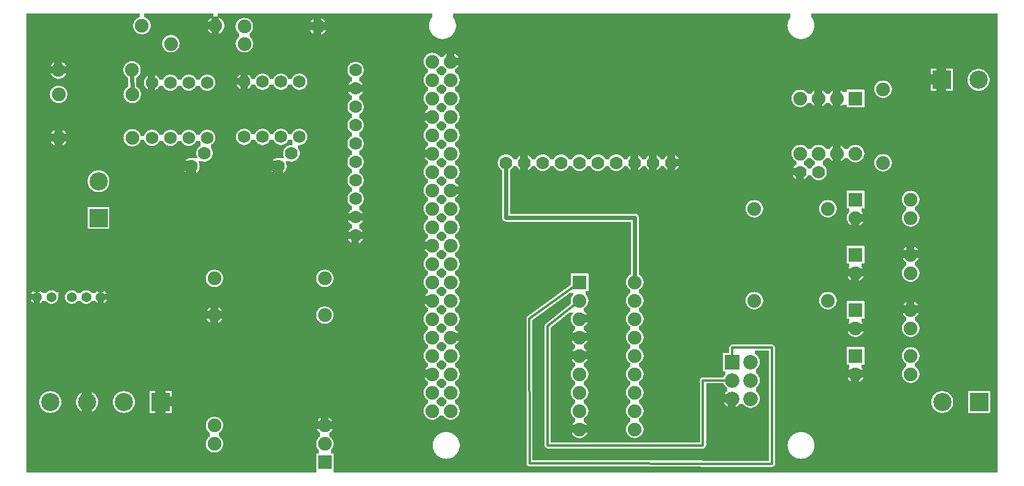
<source format=gbl>
G04 MADE WITH FRITZING*
G04 WWW.FRITZING.ORG*
G04 DOUBLE SIDED*
G04 HOLES PLATED*
G04 CONTOUR ON CENTER OF CONTOUR VECTOR*
%ASAXBY*%
%FSLAX23Y23*%
%MOIN*%
%OFA0B0*%
%SFA1.0B1.0*%
%ADD10C,0.075000*%
%ADD11C,0.079370*%
%ADD12C,0.053843*%
%ADD13C,0.068000*%
%ADD14C,0.070000*%
%ADD15C,0.075361*%
%ADD16C,0.099055*%
%ADD17R,0.079370X0.079370*%
%ADD18R,0.075000X0.075000*%
%ADD19R,0.099055X0.099055*%
%ADD20C,0.012000*%
%ADD21C,0.024000*%
%ADD22R,0.001000X0.001000*%
%LNCOPPER0*%
G90*
G70*
G54D10*
X3798Y321D03*
X118Y2481D03*
G54D11*
X3976Y641D03*
X3976Y541D03*
X3976Y441D03*
X3876Y641D03*
X3876Y541D03*
X3876Y441D03*
G54D10*
X1661Y95D03*
X1661Y195D03*
X1061Y195D03*
X1661Y295D03*
X1061Y295D03*
X1661Y895D03*
X1061Y895D03*
X1661Y1095D03*
X1061Y1095D03*
G54D12*
X96Y994D03*
X175Y994D03*
X285Y994D03*
X364Y994D03*
X443Y994D03*
G54D10*
X1624Y2465D03*
X1224Y2465D03*
X1224Y2371D03*
X824Y2371D03*
X213Y2229D03*
X613Y2229D03*
X614Y2096D03*
X214Y2096D03*
G54D13*
X1522Y2165D03*
X1422Y2165D03*
X1322Y2165D03*
X1222Y2165D03*
X1222Y1865D03*
X1322Y1865D03*
X1422Y1865D03*
X1522Y1865D03*
X1021Y2160D03*
X921Y2160D03*
X821Y2160D03*
X721Y2160D03*
X721Y1860D03*
X821Y1860D03*
X921Y1860D03*
X1021Y1860D03*
G54D10*
X1067Y2470D03*
X667Y2470D03*
X614Y1860D03*
X214Y1860D03*
G54D14*
X1409Y1705D03*
X1479Y1776D03*
X936Y1705D03*
X1007Y1776D03*
X1828Y1328D03*
X1828Y1428D03*
X1828Y1528D03*
X1828Y1628D03*
X1828Y1728D03*
X1828Y1828D03*
X1828Y1928D03*
X1828Y2028D03*
X1828Y2128D03*
X1828Y2228D03*
X3546Y1724D03*
X3446Y1724D03*
X3346Y1724D03*
X3246Y1724D03*
X3146Y1724D03*
X3046Y1724D03*
X2946Y1724D03*
X2846Y1724D03*
X2746Y1724D03*
X2646Y1724D03*
G54D10*
X4546Y2074D03*
X4546Y1774D03*
X4446Y2074D03*
X4446Y1774D03*
X4346Y2074D03*
X4346Y1774D03*
X4246Y2074D03*
X4246Y1774D03*
G54D14*
X4246Y1674D03*
X4346Y1674D03*
G54D15*
X2346Y374D03*
X2346Y474D03*
X2346Y574D03*
X2346Y674D03*
X2346Y774D03*
X2346Y874D03*
X2346Y974D03*
X2346Y1074D03*
X2346Y1174D03*
X2346Y1274D03*
X2346Y1374D03*
X2346Y1474D03*
X2346Y1574D03*
X2346Y1674D03*
X2346Y1774D03*
X2346Y1874D03*
X2346Y1974D03*
X2346Y2074D03*
X2346Y2174D03*
X2346Y2274D03*
X2246Y2274D03*
X2246Y2174D03*
X2246Y2074D03*
X2246Y1974D03*
X2246Y1874D03*
X2246Y1774D03*
X2246Y1674D03*
X2246Y1574D03*
X2246Y1474D03*
X2246Y1374D03*
X2246Y1274D03*
X2246Y1174D03*
X2246Y1074D03*
X2246Y974D03*
X2246Y874D03*
X2246Y774D03*
X2246Y674D03*
X2246Y574D03*
X2246Y474D03*
X2246Y374D03*
G54D16*
X5218Y423D03*
X5018Y423D03*
X769Y423D03*
X569Y423D03*
X369Y423D03*
X169Y423D03*
X431Y1424D03*
X431Y1624D03*
X5014Y2175D03*
X5214Y2175D03*
G54D10*
X4696Y2124D03*
X4696Y1724D03*
X4546Y674D03*
X4846Y674D03*
X4546Y574D03*
X4846Y574D03*
X4546Y1224D03*
X4846Y1224D03*
X4546Y1124D03*
X4846Y1124D03*
X4546Y1524D03*
X4846Y1524D03*
X4546Y1424D03*
X4846Y1424D03*
X4546Y924D03*
X4846Y924D03*
X4546Y824D03*
X4846Y824D03*
X3996Y974D03*
X4396Y974D03*
X3996Y1474D03*
X4396Y1474D03*
X3046Y1074D03*
X3046Y974D03*
X3046Y874D03*
X3046Y774D03*
X3046Y674D03*
X3046Y574D03*
X3046Y474D03*
X3046Y374D03*
X3046Y274D03*
X3346Y274D03*
X3346Y374D03*
X3346Y474D03*
X3346Y574D03*
X3346Y674D03*
X3346Y774D03*
X3346Y874D03*
X3346Y974D03*
X3346Y1074D03*
G54D17*
X3876Y641D03*
G54D18*
X1661Y95D03*
X4546Y2074D03*
G54D19*
X5218Y423D03*
X769Y423D03*
X431Y1424D03*
X5014Y2175D03*
G54D18*
X4546Y674D03*
X4546Y1224D03*
X4546Y1524D03*
X4546Y924D03*
X3046Y1074D03*
G54D20*
X3717Y541D02*
X3717Y187D01*
D02*
X3717Y187D02*
X2873Y187D01*
D02*
X2873Y187D02*
X2873Y835D01*
D02*
X2873Y835D02*
X3032Y963D01*
D02*
X3856Y541D02*
X3717Y541D01*
D02*
X3876Y718D02*
X4092Y718D01*
D02*
X4092Y718D02*
X4093Y87D01*
D02*
X4093Y87D02*
X2774Y89D01*
D02*
X2774Y89D02*
X2773Y876D01*
D02*
X2773Y876D02*
X3032Y1064D01*
D02*
X3876Y661D02*
X3876Y718D01*
G54D21*
D02*
X613Y2211D02*
X614Y2113D01*
D02*
X3345Y1426D02*
X2646Y1426D01*
D02*
X2646Y1426D02*
X2646Y1705D01*
D02*
X3346Y1092D02*
X3345Y1426D01*
G36*
X2286Y2251D02*
X2286Y2247D01*
X2284Y2247D01*
X2284Y2245D01*
X2282Y2245D01*
X2282Y2243D01*
X2280Y2243D01*
X2280Y2241D01*
X2278Y2241D01*
X2278Y2239D01*
X2276Y2239D01*
X2276Y2237D01*
X2274Y2237D01*
X2274Y2235D01*
X2270Y2235D01*
X2270Y2215D01*
X2272Y2215D01*
X2272Y2213D01*
X2276Y2213D01*
X2276Y2211D01*
X2278Y2211D01*
X2278Y2209D01*
X2280Y2209D01*
X2280Y2207D01*
X2282Y2207D01*
X2282Y2205D01*
X2284Y2205D01*
X2284Y2201D01*
X2286Y2201D01*
X2286Y2199D01*
X2306Y2199D01*
X2306Y2201D01*
X2308Y2201D01*
X2308Y2205D01*
X2310Y2205D01*
X2310Y2207D01*
X2312Y2207D01*
X2312Y2209D01*
X2314Y2209D01*
X2314Y2211D01*
X2316Y2211D01*
X2316Y2213D01*
X2320Y2213D01*
X2320Y2215D01*
X2322Y2215D01*
X2322Y2235D01*
X2318Y2235D01*
X2318Y2237D01*
X2316Y2237D01*
X2316Y2239D01*
X2314Y2239D01*
X2314Y2241D01*
X2312Y2241D01*
X2312Y2243D01*
X2310Y2243D01*
X2310Y2245D01*
X2308Y2245D01*
X2308Y2247D01*
X2306Y2247D01*
X2306Y2251D01*
X2286Y2251D01*
G37*
D02*
G36*
X2286Y2151D02*
X2286Y2147D01*
X2284Y2147D01*
X2284Y2145D01*
X2282Y2145D01*
X2282Y2143D01*
X2280Y2143D01*
X2280Y2141D01*
X2278Y2141D01*
X2278Y2139D01*
X2276Y2139D01*
X2276Y2137D01*
X2274Y2137D01*
X2274Y2135D01*
X2270Y2135D01*
X2270Y2115D01*
X2272Y2115D01*
X2272Y2113D01*
X2276Y2113D01*
X2276Y2111D01*
X2278Y2111D01*
X2278Y2109D01*
X2280Y2109D01*
X2280Y2107D01*
X2282Y2107D01*
X2282Y2105D01*
X2284Y2105D01*
X2284Y2101D01*
X2286Y2101D01*
X2286Y2099D01*
X2306Y2099D01*
X2306Y2101D01*
X2308Y2101D01*
X2308Y2105D01*
X2310Y2105D01*
X2310Y2107D01*
X2312Y2107D01*
X2312Y2109D01*
X2314Y2109D01*
X2314Y2111D01*
X2316Y2111D01*
X2316Y2113D01*
X2320Y2113D01*
X2320Y2115D01*
X2322Y2115D01*
X2322Y2135D01*
X2318Y2135D01*
X2318Y2137D01*
X2316Y2137D01*
X2316Y2139D01*
X2314Y2139D01*
X2314Y2141D01*
X2312Y2141D01*
X2312Y2143D01*
X2310Y2143D01*
X2310Y2145D01*
X2308Y2145D01*
X2308Y2147D01*
X2306Y2147D01*
X2306Y2151D01*
X2286Y2151D01*
G37*
D02*
G36*
X2286Y2051D02*
X2286Y2047D01*
X2284Y2047D01*
X2284Y2045D01*
X2282Y2045D01*
X2282Y2043D01*
X2280Y2043D01*
X2280Y2041D01*
X2278Y2041D01*
X2278Y2039D01*
X2276Y2039D01*
X2276Y2037D01*
X2274Y2037D01*
X2274Y2035D01*
X2270Y2035D01*
X2270Y2015D01*
X2272Y2015D01*
X2272Y2013D01*
X2276Y2013D01*
X2276Y2011D01*
X2278Y2011D01*
X2278Y2009D01*
X2280Y2009D01*
X2280Y2007D01*
X2282Y2007D01*
X2282Y2005D01*
X2284Y2005D01*
X2284Y2001D01*
X2286Y2001D01*
X2286Y1999D01*
X2306Y1999D01*
X2306Y2001D01*
X2308Y2001D01*
X2308Y2005D01*
X2310Y2005D01*
X2310Y2007D01*
X2312Y2007D01*
X2312Y2009D01*
X2314Y2009D01*
X2314Y2011D01*
X2316Y2011D01*
X2316Y2013D01*
X2320Y2013D01*
X2320Y2015D01*
X2322Y2015D01*
X2322Y2035D01*
X2318Y2035D01*
X2318Y2037D01*
X2316Y2037D01*
X2316Y2039D01*
X2314Y2039D01*
X2314Y2041D01*
X2312Y2041D01*
X2312Y2043D01*
X2310Y2043D01*
X2310Y2045D01*
X2308Y2045D01*
X2308Y2047D01*
X2306Y2047D01*
X2306Y2051D01*
X2286Y2051D01*
G37*
D02*
G36*
X2286Y1951D02*
X2286Y1947D01*
X2284Y1947D01*
X2284Y1945D01*
X2282Y1945D01*
X2282Y1943D01*
X2280Y1943D01*
X2280Y1941D01*
X2278Y1941D01*
X2278Y1939D01*
X2276Y1939D01*
X2276Y1937D01*
X2274Y1937D01*
X2274Y1935D01*
X2270Y1935D01*
X2270Y1915D01*
X2272Y1915D01*
X2272Y1913D01*
X2276Y1913D01*
X2276Y1911D01*
X2278Y1911D01*
X2278Y1909D01*
X2280Y1909D01*
X2280Y1907D01*
X2282Y1907D01*
X2282Y1905D01*
X2284Y1905D01*
X2284Y1901D01*
X2286Y1901D01*
X2286Y1899D01*
X2306Y1899D01*
X2306Y1901D01*
X2308Y1901D01*
X2308Y1905D01*
X2310Y1905D01*
X2310Y1907D01*
X2312Y1907D01*
X2312Y1909D01*
X2314Y1909D01*
X2314Y1911D01*
X2316Y1911D01*
X2316Y1913D01*
X2320Y1913D01*
X2320Y1915D01*
X2322Y1915D01*
X2322Y1935D01*
X2318Y1935D01*
X2318Y1937D01*
X2316Y1937D01*
X2316Y1939D01*
X2314Y1939D01*
X2314Y1941D01*
X2312Y1941D01*
X2312Y1943D01*
X2310Y1943D01*
X2310Y1945D01*
X2308Y1945D01*
X2308Y1947D01*
X2306Y1947D01*
X2306Y1951D01*
X2286Y1951D01*
G37*
D02*
G36*
X2286Y1851D02*
X2286Y1847D01*
X2284Y1847D01*
X2284Y1845D01*
X2282Y1845D01*
X2282Y1843D01*
X2280Y1843D01*
X2280Y1841D01*
X2278Y1841D01*
X2278Y1839D01*
X2276Y1839D01*
X2276Y1837D01*
X2274Y1837D01*
X2274Y1835D01*
X2270Y1835D01*
X2270Y1815D01*
X2272Y1815D01*
X2272Y1813D01*
X2276Y1813D01*
X2276Y1811D01*
X2278Y1811D01*
X2278Y1809D01*
X2280Y1809D01*
X2280Y1807D01*
X2282Y1807D01*
X2282Y1805D01*
X2284Y1805D01*
X2284Y1801D01*
X2286Y1801D01*
X2286Y1799D01*
X2306Y1799D01*
X2306Y1803D01*
X2308Y1803D01*
X2308Y1805D01*
X2310Y1805D01*
X2310Y1807D01*
X2312Y1807D01*
X2312Y1809D01*
X2314Y1809D01*
X2314Y1811D01*
X2316Y1811D01*
X2316Y1813D01*
X2320Y1813D01*
X2320Y1815D01*
X2322Y1815D01*
X2322Y1835D01*
X2318Y1835D01*
X2318Y1837D01*
X2316Y1837D01*
X2316Y1839D01*
X2314Y1839D01*
X2314Y1841D01*
X2312Y1841D01*
X2312Y1843D01*
X2310Y1843D01*
X2310Y1845D01*
X2308Y1845D01*
X2308Y1847D01*
X2306Y1847D01*
X2306Y1851D01*
X2286Y1851D01*
G37*
D02*
G36*
X2286Y1751D02*
X2286Y1747D01*
X2284Y1747D01*
X2284Y1745D01*
X2282Y1745D01*
X2282Y1743D01*
X2280Y1743D01*
X2280Y1741D01*
X2278Y1741D01*
X2278Y1739D01*
X2276Y1739D01*
X2276Y1737D01*
X2274Y1737D01*
X2274Y1735D01*
X2270Y1735D01*
X2270Y1715D01*
X2272Y1715D01*
X2272Y1713D01*
X2276Y1713D01*
X2276Y1711D01*
X2278Y1711D01*
X2278Y1709D01*
X2280Y1709D01*
X2280Y1707D01*
X2282Y1707D01*
X2282Y1705D01*
X2284Y1705D01*
X2284Y1701D01*
X2286Y1701D01*
X2286Y1699D01*
X2306Y1699D01*
X2306Y1701D01*
X2308Y1701D01*
X2308Y1705D01*
X2310Y1705D01*
X2310Y1707D01*
X2312Y1707D01*
X2312Y1709D01*
X2314Y1709D01*
X2314Y1711D01*
X2316Y1711D01*
X2316Y1713D01*
X2320Y1713D01*
X2320Y1715D01*
X2322Y1715D01*
X2322Y1735D01*
X2318Y1735D01*
X2318Y1737D01*
X2316Y1737D01*
X2316Y1739D01*
X2314Y1739D01*
X2314Y1741D01*
X2312Y1741D01*
X2312Y1743D01*
X2310Y1743D01*
X2310Y1745D01*
X2308Y1745D01*
X2308Y1747D01*
X2306Y1747D01*
X2306Y1751D01*
X2286Y1751D01*
G37*
D02*
G36*
X4286Y1751D02*
X4286Y1747D01*
X4284Y1747D01*
X4284Y1745D01*
X4282Y1745D01*
X4282Y1743D01*
X4280Y1743D01*
X4280Y1741D01*
X4278Y1741D01*
X4278Y1739D01*
X4276Y1739D01*
X4276Y1737D01*
X4274Y1737D01*
X4274Y1735D01*
X4270Y1735D01*
X4270Y1733D01*
X4266Y1733D01*
X4266Y1713D01*
X4270Y1713D01*
X4270Y1711D01*
X4274Y1711D01*
X4274Y1709D01*
X4276Y1709D01*
X4276Y1707D01*
X4278Y1707D01*
X4278Y1705D01*
X4280Y1705D01*
X4280Y1703D01*
X4282Y1703D01*
X4282Y1699D01*
X4284Y1699D01*
X4284Y1695D01*
X4286Y1695D01*
X4286Y1693D01*
X4306Y1693D01*
X4306Y1697D01*
X4308Y1697D01*
X4308Y1701D01*
X4310Y1701D01*
X4310Y1703D01*
X4312Y1703D01*
X4312Y1705D01*
X4314Y1705D01*
X4314Y1707D01*
X4316Y1707D01*
X4316Y1709D01*
X4318Y1709D01*
X4318Y1711D01*
X4320Y1711D01*
X4320Y1713D01*
X4324Y1713D01*
X4324Y1733D01*
X4322Y1733D01*
X4322Y1735D01*
X4318Y1735D01*
X4318Y1737D01*
X4316Y1737D01*
X4316Y1739D01*
X4314Y1739D01*
X4314Y1741D01*
X4312Y1741D01*
X4312Y1743D01*
X4310Y1743D01*
X4310Y1745D01*
X4308Y1745D01*
X4308Y1747D01*
X4306Y1747D01*
X4306Y1751D01*
X4286Y1751D01*
G37*
D02*
G36*
X2286Y1651D02*
X2286Y1647D01*
X2284Y1647D01*
X2284Y1645D01*
X2282Y1645D01*
X2282Y1643D01*
X2280Y1643D01*
X2280Y1641D01*
X2278Y1641D01*
X2278Y1639D01*
X2276Y1639D01*
X2276Y1637D01*
X2274Y1637D01*
X2274Y1635D01*
X2270Y1635D01*
X2270Y1615D01*
X2272Y1615D01*
X2272Y1613D01*
X2276Y1613D01*
X2276Y1611D01*
X2278Y1611D01*
X2278Y1609D01*
X2280Y1609D01*
X2280Y1607D01*
X2282Y1607D01*
X2282Y1605D01*
X2284Y1605D01*
X2284Y1601D01*
X2286Y1601D01*
X2286Y1599D01*
X2306Y1599D01*
X2306Y1601D01*
X2308Y1601D01*
X2308Y1605D01*
X2310Y1605D01*
X2310Y1607D01*
X2312Y1607D01*
X2312Y1609D01*
X2314Y1609D01*
X2314Y1611D01*
X2316Y1611D01*
X2316Y1613D01*
X2320Y1613D01*
X2320Y1615D01*
X2322Y1615D01*
X2322Y1635D01*
X2318Y1635D01*
X2318Y1637D01*
X2316Y1637D01*
X2316Y1639D01*
X2314Y1639D01*
X2314Y1641D01*
X2312Y1641D01*
X2312Y1643D01*
X2310Y1643D01*
X2310Y1645D01*
X2308Y1645D01*
X2308Y1647D01*
X2306Y1647D01*
X2306Y1651D01*
X2286Y1651D01*
G37*
D02*
G36*
X2286Y1551D02*
X2286Y1547D01*
X2284Y1547D01*
X2284Y1545D01*
X2282Y1545D01*
X2282Y1543D01*
X2280Y1543D01*
X2280Y1541D01*
X2278Y1541D01*
X2278Y1539D01*
X2276Y1539D01*
X2276Y1537D01*
X2274Y1537D01*
X2274Y1535D01*
X2270Y1535D01*
X2270Y1515D01*
X2272Y1515D01*
X2272Y1513D01*
X2276Y1513D01*
X2276Y1511D01*
X2278Y1511D01*
X2278Y1509D01*
X2280Y1509D01*
X2280Y1507D01*
X2282Y1507D01*
X2282Y1505D01*
X2284Y1505D01*
X2284Y1501D01*
X2286Y1501D01*
X2286Y1499D01*
X2306Y1499D01*
X2306Y1501D01*
X2308Y1501D01*
X2308Y1505D01*
X2310Y1505D01*
X2310Y1507D01*
X2312Y1507D01*
X2312Y1509D01*
X2314Y1509D01*
X2314Y1511D01*
X2316Y1511D01*
X2316Y1513D01*
X2320Y1513D01*
X2320Y1515D01*
X2322Y1515D01*
X2322Y1535D01*
X2318Y1535D01*
X2318Y1537D01*
X2316Y1537D01*
X2316Y1539D01*
X2314Y1539D01*
X2314Y1541D01*
X2312Y1541D01*
X2312Y1543D01*
X2310Y1543D01*
X2310Y1545D01*
X2308Y1545D01*
X2308Y1547D01*
X2306Y1547D01*
X2306Y1551D01*
X2286Y1551D01*
G37*
D02*
G36*
X2286Y1451D02*
X2286Y1447D01*
X2284Y1447D01*
X2284Y1445D01*
X2282Y1445D01*
X2282Y1443D01*
X2280Y1443D01*
X2280Y1441D01*
X2278Y1441D01*
X2278Y1439D01*
X2276Y1439D01*
X2276Y1437D01*
X2274Y1437D01*
X2274Y1435D01*
X2270Y1435D01*
X2270Y1415D01*
X2272Y1415D01*
X2272Y1413D01*
X2276Y1413D01*
X2276Y1411D01*
X2278Y1411D01*
X2278Y1409D01*
X2280Y1409D01*
X2280Y1407D01*
X2282Y1407D01*
X2282Y1405D01*
X2284Y1405D01*
X2284Y1401D01*
X2286Y1401D01*
X2286Y1399D01*
X2306Y1399D01*
X2306Y1401D01*
X2308Y1401D01*
X2308Y1405D01*
X2310Y1405D01*
X2310Y1407D01*
X2312Y1407D01*
X2312Y1409D01*
X2314Y1409D01*
X2314Y1411D01*
X2316Y1411D01*
X2316Y1413D01*
X2320Y1413D01*
X2320Y1415D01*
X2322Y1415D01*
X2322Y1435D01*
X2318Y1435D01*
X2318Y1437D01*
X2316Y1437D01*
X2316Y1439D01*
X2314Y1439D01*
X2314Y1441D01*
X2312Y1441D01*
X2312Y1443D01*
X2310Y1443D01*
X2310Y1445D01*
X2308Y1445D01*
X2308Y1447D01*
X2306Y1447D01*
X2306Y1451D01*
X2286Y1451D01*
G37*
D02*
G36*
X2286Y1351D02*
X2286Y1347D01*
X2284Y1347D01*
X2284Y1345D01*
X2282Y1345D01*
X2282Y1343D01*
X2280Y1343D01*
X2280Y1341D01*
X2278Y1341D01*
X2278Y1339D01*
X2276Y1339D01*
X2276Y1337D01*
X2274Y1337D01*
X2274Y1335D01*
X2270Y1335D01*
X2270Y1315D01*
X2272Y1315D01*
X2272Y1313D01*
X2276Y1313D01*
X2276Y1311D01*
X2278Y1311D01*
X2278Y1309D01*
X2280Y1309D01*
X2280Y1307D01*
X2282Y1307D01*
X2282Y1305D01*
X2284Y1305D01*
X2284Y1301D01*
X2286Y1301D01*
X2286Y1299D01*
X2306Y1299D01*
X2306Y1301D01*
X2308Y1301D01*
X2308Y1305D01*
X2310Y1305D01*
X2310Y1307D01*
X2312Y1307D01*
X2312Y1309D01*
X2314Y1309D01*
X2314Y1311D01*
X2316Y1311D01*
X2316Y1313D01*
X2320Y1313D01*
X2320Y1315D01*
X2322Y1315D01*
X2322Y1335D01*
X2318Y1335D01*
X2318Y1337D01*
X2316Y1337D01*
X2316Y1339D01*
X2314Y1339D01*
X2314Y1341D01*
X2312Y1341D01*
X2312Y1343D01*
X2310Y1343D01*
X2310Y1345D01*
X2308Y1345D01*
X2308Y1347D01*
X2306Y1347D01*
X2306Y1351D01*
X2286Y1351D01*
G37*
D02*
G36*
X2286Y1251D02*
X2286Y1247D01*
X2284Y1247D01*
X2284Y1245D01*
X2282Y1245D01*
X2282Y1243D01*
X2280Y1243D01*
X2280Y1241D01*
X2278Y1241D01*
X2278Y1239D01*
X2276Y1239D01*
X2276Y1237D01*
X2274Y1237D01*
X2274Y1235D01*
X2270Y1235D01*
X2270Y1215D01*
X2272Y1215D01*
X2272Y1213D01*
X2276Y1213D01*
X2276Y1211D01*
X2278Y1211D01*
X2278Y1209D01*
X2280Y1209D01*
X2280Y1207D01*
X2282Y1207D01*
X2282Y1205D01*
X2284Y1205D01*
X2284Y1201D01*
X2286Y1201D01*
X2286Y1199D01*
X2306Y1199D01*
X2306Y1201D01*
X2308Y1201D01*
X2308Y1205D01*
X2310Y1205D01*
X2310Y1207D01*
X2312Y1207D01*
X2312Y1209D01*
X2314Y1209D01*
X2314Y1211D01*
X2316Y1211D01*
X2316Y1213D01*
X2320Y1213D01*
X2320Y1215D01*
X2322Y1215D01*
X2322Y1235D01*
X2318Y1235D01*
X2318Y1237D01*
X2316Y1237D01*
X2316Y1239D01*
X2314Y1239D01*
X2314Y1241D01*
X2312Y1241D01*
X2312Y1243D01*
X2310Y1243D01*
X2310Y1245D01*
X2308Y1245D01*
X2308Y1247D01*
X2306Y1247D01*
X2306Y1251D01*
X2286Y1251D01*
G37*
D02*
G36*
X2286Y1151D02*
X2286Y1147D01*
X2284Y1147D01*
X2284Y1145D01*
X2282Y1145D01*
X2282Y1143D01*
X2280Y1143D01*
X2280Y1141D01*
X2278Y1141D01*
X2278Y1139D01*
X2276Y1139D01*
X2276Y1137D01*
X2274Y1137D01*
X2274Y1135D01*
X2270Y1135D01*
X2270Y1115D01*
X2272Y1115D01*
X2272Y1113D01*
X2276Y1113D01*
X2276Y1111D01*
X2278Y1111D01*
X2278Y1109D01*
X2280Y1109D01*
X2280Y1107D01*
X2282Y1107D01*
X2282Y1105D01*
X2284Y1105D01*
X2284Y1101D01*
X2286Y1101D01*
X2286Y1099D01*
X2306Y1099D01*
X2306Y1101D01*
X2308Y1101D01*
X2308Y1105D01*
X2310Y1105D01*
X2310Y1107D01*
X2312Y1107D01*
X2312Y1109D01*
X2314Y1109D01*
X2314Y1111D01*
X2316Y1111D01*
X2316Y1113D01*
X2320Y1113D01*
X2320Y1115D01*
X2322Y1115D01*
X2322Y1135D01*
X2318Y1135D01*
X2318Y1137D01*
X2316Y1137D01*
X2316Y1139D01*
X2314Y1139D01*
X2314Y1141D01*
X2312Y1141D01*
X2312Y1143D01*
X2310Y1143D01*
X2310Y1145D01*
X2308Y1145D01*
X2308Y1147D01*
X2306Y1147D01*
X2306Y1151D01*
X2286Y1151D01*
G37*
D02*
G36*
X2286Y1051D02*
X2286Y1047D01*
X2284Y1047D01*
X2284Y1045D01*
X2282Y1045D01*
X2282Y1043D01*
X2280Y1043D01*
X2280Y1041D01*
X2278Y1041D01*
X2278Y1039D01*
X2276Y1039D01*
X2276Y1037D01*
X2274Y1037D01*
X2274Y1035D01*
X2270Y1035D01*
X2270Y1015D01*
X2272Y1015D01*
X2272Y1013D01*
X2276Y1013D01*
X2276Y1011D01*
X2278Y1011D01*
X2278Y1009D01*
X2280Y1009D01*
X2280Y1007D01*
X2282Y1007D01*
X2282Y1005D01*
X2284Y1005D01*
X2284Y1001D01*
X2286Y1001D01*
X2286Y999D01*
X2306Y999D01*
X2306Y1001D01*
X2308Y1001D01*
X2308Y1005D01*
X2310Y1005D01*
X2310Y1007D01*
X2312Y1007D01*
X2312Y1009D01*
X2314Y1009D01*
X2314Y1011D01*
X2316Y1011D01*
X2316Y1013D01*
X2320Y1013D01*
X2320Y1015D01*
X2322Y1015D01*
X2322Y1035D01*
X2318Y1035D01*
X2318Y1037D01*
X2316Y1037D01*
X2316Y1039D01*
X2314Y1039D01*
X2314Y1041D01*
X2312Y1041D01*
X2312Y1043D01*
X2310Y1043D01*
X2310Y1045D01*
X2308Y1045D01*
X2308Y1047D01*
X2306Y1047D01*
X2306Y1051D01*
X2286Y1051D01*
G37*
D02*
G36*
X2992Y1017D02*
X2992Y1015D01*
X2990Y1015D01*
X2990Y1013D01*
X2986Y1013D01*
X2986Y1011D01*
X2984Y1011D01*
X2984Y1009D01*
X2982Y1009D01*
X2982Y1007D01*
X2978Y1007D01*
X2978Y1005D01*
X2976Y1005D01*
X2976Y1003D01*
X2974Y1003D01*
X2974Y1001D01*
X2970Y1001D01*
X2970Y999D01*
X2968Y999D01*
X2968Y997D01*
X2964Y997D01*
X2964Y995D01*
X2962Y995D01*
X2962Y993D01*
X2960Y993D01*
X2960Y991D01*
X2956Y991D01*
X2956Y989D01*
X2954Y989D01*
X2954Y987D01*
X2952Y987D01*
X2952Y985D01*
X2948Y985D01*
X2948Y983D01*
X2946Y983D01*
X2946Y981D01*
X2942Y981D01*
X2942Y979D01*
X2940Y979D01*
X2940Y977D01*
X2938Y977D01*
X2938Y975D01*
X2934Y975D01*
X2934Y973D01*
X2932Y973D01*
X2932Y971D01*
X2928Y971D01*
X2928Y969D01*
X2926Y969D01*
X2926Y967D01*
X2924Y967D01*
X2924Y965D01*
X2920Y965D01*
X2920Y963D01*
X2918Y963D01*
X2918Y961D01*
X2916Y961D01*
X2916Y959D01*
X2912Y959D01*
X2912Y957D01*
X2910Y957D01*
X2910Y955D01*
X2906Y955D01*
X2906Y953D01*
X2904Y953D01*
X2904Y951D01*
X2902Y951D01*
X2902Y949D01*
X2898Y949D01*
X2898Y947D01*
X2896Y947D01*
X2896Y945D01*
X2894Y945D01*
X2894Y943D01*
X2890Y943D01*
X2890Y941D01*
X2888Y941D01*
X2888Y939D01*
X2884Y939D01*
X2884Y937D01*
X2882Y937D01*
X2882Y935D01*
X2880Y935D01*
X2880Y933D01*
X2876Y933D01*
X2876Y931D01*
X2874Y931D01*
X2874Y929D01*
X2872Y929D01*
X2872Y927D01*
X2868Y927D01*
X2868Y925D01*
X2866Y925D01*
X2866Y923D01*
X2862Y923D01*
X2862Y921D01*
X2860Y921D01*
X2860Y919D01*
X2858Y919D01*
X2858Y917D01*
X2854Y917D01*
X2854Y915D01*
X2852Y915D01*
X2852Y913D01*
X2850Y913D01*
X2850Y911D01*
X2846Y911D01*
X2846Y909D01*
X2844Y909D01*
X2844Y907D01*
X2840Y907D01*
X2840Y905D01*
X2838Y905D01*
X2838Y903D01*
X2836Y903D01*
X2836Y901D01*
X2832Y901D01*
X2832Y899D01*
X2830Y899D01*
X2830Y897D01*
X2828Y897D01*
X2828Y895D01*
X2824Y895D01*
X2824Y893D01*
X2822Y893D01*
X2822Y891D01*
X2818Y891D01*
X2818Y889D01*
X2816Y889D01*
X2816Y887D01*
X2814Y887D01*
X2814Y885D01*
X2810Y885D01*
X2810Y883D01*
X2808Y883D01*
X2808Y881D01*
X2806Y881D01*
X2806Y879D01*
X2802Y879D01*
X2802Y877D01*
X2800Y877D01*
X2800Y875D01*
X2796Y875D01*
X2796Y873D01*
X2794Y873D01*
X2794Y871D01*
X2792Y871D01*
X2792Y869D01*
X2790Y869D01*
X2790Y171D01*
X2868Y171D01*
X2868Y173D01*
X2864Y173D01*
X2864Y175D01*
X2862Y175D01*
X2862Y177D01*
X2860Y177D01*
X2860Y179D01*
X2858Y179D01*
X2858Y183D01*
X2856Y183D01*
X2856Y839D01*
X2858Y839D01*
X2858Y843D01*
X2860Y843D01*
X2860Y847D01*
X2862Y847D01*
X2862Y849D01*
X2866Y849D01*
X2866Y851D01*
X2868Y851D01*
X2868Y853D01*
X2870Y853D01*
X2870Y855D01*
X2872Y855D01*
X2872Y857D01*
X2876Y857D01*
X2876Y859D01*
X2878Y859D01*
X2878Y861D01*
X2880Y861D01*
X2880Y863D01*
X2882Y863D01*
X2882Y865D01*
X2886Y865D01*
X2886Y867D01*
X2888Y867D01*
X2888Y869D01*
X2890Y869D01*
X2890Y871D01*
X2892Y871D01*
X2892Y873D01*
X2894Y873D01*
X2894Y875D01*
X2898Y875D01*
X2898Y877D01*
X2900Y877D01*
X2900Y879D01*
X2902Y879D01*
X2902Y881D01*
X2904Y881D01*
X2904Y883D01*
X2908Y883D01*
X2908Y885D01*
X2910Y885D01*
X2910Y887D01*
X2912Y887D01*
X2912Y889D01*
X2914Y889D01*
X2914Y891D01*
X2918Y891D01*
X2918Y893D01*
X2920Y893D01*
X2920Y895D01*
X2922Y895D01*
X2922Y897D01*
X2924Y897D01*
X2924Y899D01*
X2928Y899D01*
X2928Y901D01*
X2930Y901D01*
X2930Y903D01*
X2932Y903D01*
X2932Y905D01*
X2934Y905D01*
X2934Y907D01*
X2938Y907D01*
X2938Y909D01*
X2940Y909D01*
X2940Y911D01*
X2942Y911D01*
X2942Y913D01*
X2944Y913D01*
X2944Y915D01*
X2948Y915D01*
X2948Y917D01*
X2950Y917D01*
X2950Y919D01*
X2952Y919D01*
X2952Y921D01*
X2954Y921D01*
X2954Y923D01*
X2958Y923D01*
X2958Y925D01*
X2960Y925D01*
X2960Y927D01*
X2962Y927D01*
X2962Y929D01*
X2964Y929D01*
X2964Y931D01*
X2968Y931D01*
X2968Y933D01*
X2970Y933D01*
X2970Y935D01*
X2972Y935D01*
X2972Y937D01*
X2974Y937D01*
X2974Y939D01*
X2978Y939D01*
X2978Y941D01*
X2980Y941D01*
X2980Y943D01*
X2982Y943D01*
X2982Y945D01*
X2984Y945D01*
X2984Y947D01*
X2988Y947D01*
X2988Y949D01*
X2990Y949D01*
X2990Y951D01*
X2992Y951D01*
X2992Y953D01*
X2994Y953D01*
X2994Y955D01*
X2998Y955D01*
X2998Y981D01*
X3000Y981D01*
X3000Y989D01*
X3002Y989D01*
X3002Y995D01*
X3004Y995D01*
X3004Y999D01*
X3006Y999D01*
X3006Y1001D01*
X3008Y1001D01*
X3008Y1005D01*
X3010Y1005D01*
X3010Y1007D01*
X3012Y1007D01*
X3012Y1017D01*
X2992Y1017D01*
G37*
D02*
G36*
X4000Y703D02*
X4000Y683D01*
X4004Y683D01*
X4004Y681D01*
X4006Y681D01*
X4006Y679D01*
X4008Y679D01*
X4008Y677D01*
X4012Y677D01*
X4012Y673D01*
X4014Y673D01*
X4014Y671D01*
X4016Y671D01*
X4016Y669D01*
X4018Y669D01*
X4018Y665D01*
X4020Y665D01*
X4020Y661D01*
X4022Y661D01*
X4022Y655D01*
X4024Y655D01*
X4024Y647D01*
X4026Y647D01*
X4026Y635D01*
X4024Y635D01*
X4024Y627D01*
X4022Y627D01*
X4022Y621D01*
X4020Y621D01*
X4020Y617D01*
X4018Y617D01*
X4018Y613D01*
X4016Y613D01*
X4016Y611D01*
X4014Y611D01*
X4014Y609D01*
X4012Y609D01*
X4012Y607D01*
X4010Y607D01*
X4010Y605D01*
X4008Y605D01*
X4008Y603D01*
X4006Y603D01*
X4006Y601D01*
X4004Y601D01*
X4004Y581D01*
X4006Y581D01*
X4006Y579D01*
X4008Y579D01*
X4008Y577D01*
X4012Y577D01*
X4012Y573D01*
X4014Y573D01*
X4014Y571D01*
X4016Y571D01*
X4016Y569D01*
X4018Y569D01*
X4018Y565D01*
X4020Y565D01*
X4020Y561D01*
X4022Y561D01*
X4022Y555D01*
X4024Y555D01*
X4024Y547D01*
X4026Y547D01*
X4026Y535D01*
X4024Y535D01*
X4024Y527D01*
X4022Y527D01*
X4022Y521D01*
X4020Y521D01*
X4020Y517D01*
X4018Y517D01*
X4018Y513D01*
X4016Y513D01*
X4016Y511D01*
X4014Y511D01*
X4014Y509D01*
X4012Y509D01*
X4012Y507D01*
X4010Y507D01*
X4010Y505D01*
X4008Y505D01*
X4008Y503D01*
X4006Y503D01*
X4006Y501D01*
X4004Y501D01*
X4004Y481D01*
X4006Y481D01*
X4006Y479D01*
X4008Y479D01*
X4008Y477D01*
X4012Y477D01*
X4012Y473D01*
X4014Y473D01*
X4014Y471D01*
X4016Y471D01*
X4016Y469D01*
X4018Y469D01*
X4018Y465D01*
X4020Y465D01*
X4020Y461D01*
X4022Y461D01*
X4022Y455D01*
X4024Y455D01*
X4024Y447D01*
X4026Y447D01*
X4026Y435D01*
X4024Y435D01*
X4024Y427D01*
X4022Y427D01*
X4022Y421D01*
X4020Y421D01*
X4020Y417D01*
X4018Y417D01*
X4018Y413D01*
X4016Y413D01*
X4016Y411D01*
X4014Y411D01*
X4014Y409D01*
X4012Y409D01*
X4012Y407D01*
X4010Y407D01*
X4010Y405D01*
X4008Y405D01*
X4008Y403D01*
X4006Y403D01*
X4006Y401D01*
X4004Y401D01*
X4004Y399D01*
X4000Y399D01*
X4000Y397D01*
X3996Y397D01*
X3996Y395D01*
X3990Y395D01*
X3990Y393D01*
X3982Y393D01*
X3982Y391D01*
X4076Y391D01*
X4076Y703D01*
X4000Y703D01*
G37*
D02*
G36*
X3734Y525D02*
X3734Y391D01*
X3870Y391D01*
X3870Y393D01*
X3862Y393D01*
X3862Y395D01*
X3856Y395D01*
X3856Y397D01*
X3852Y397D01*
X3852Y399D01*
X3848Y399D01*
X3848Y401D01*
X3846Y401D01*
X3846Y403D01*
X3844Y403D01*
X3844Y405D01*
X3840Y405D01*
X3840Y409D01*
X3838Y409D01*
X3838Y411D01*
X3836Y411D01*
X3836Y413D01*
X3834Y413D01*
X3834Y417D01*
X3832Y417D01*
X3832Y421D01*
X3830Y421D01*
X3830Y425D01*
X3828Y425D01*
X3828Y433D01*
X3826Y433D01*
X3826Y449D01*
X3828Y449D01*
X3828Y457D01*
X3830Y457D01*
X3830Y463D01*
X3832Y463D01*
X3832Y465D01*
X3834Y465D01*
X3834Y469D01*
X3836Y469D01*
X3836Y471D01*
X3838Y471D01*
X3838Y475D01*
X3840Y475D01*
X3840Y477D01*
X3842Y477D01*
X3842Y479D01*
X3846Y479D01*
X3846Y481D01*
X3848Y481D01*
X3848Y501D01*
X3846Y501D01*
X3846Y503D01*
X3844Y503D01*
X3844Y505D01*
X3840Y505D01*
X3840Y509D01*
X3838Y509D01*
X3838Y511D01*
X3836Y511D01*
X3836Y513D01*
X3834Y513D01*
X3834Y517D01*
X3832Y517D01*
X3832Y521D01*
X3830Y521D01*
X3830Y525D01*
X3734Y525D01*
G37*
D02*
G36*
X3916Y413D02*
X3916Y411D01*
X3914Y411D01*
X3914Y409D01*
X3912Y409D01*
X3912Y407D01*
X3910Y407D01*
X3910Y405D01*
X3908Y405D01*
X3908Y403D01*
X3906Y403D01*
X3906Y401D01*
X3904Y401D01*
X3904Y399D01*
X3900Y399D01*
X3900Y397D01*
X3896Y397D01*
X3896Y395D01*
X3890Y395D01*
X3890Y393D01*
X3882Y393D01*
X3882Y391D01*
X3970Y391D01*
X3970Y393D01*
X3962Y393D01*
X3962Y395D01*
X3956Y395D01*
X3956Y397D01*
X3952Y397D01*
X3952Y399D01*
X3948Y399D01*
X3948Y401D01*
X3946Y401D01*
X3946Y403D01*
X3944Y403D01*
X3944Y405D01*
X3940Y405D01*
X3940Y409D01*
X3938Y409D01*
X3938Y411D01*
X3936Y411D01*
X3936Y413D01*
X3916Y413D01*
G37*
D02*
G36*
X3734Y391D02*
X3734Y389D01*
X4076Y389D01*
X4076Y391D01*
X3734Y391D01*
G37*
D02*
G36*
X3734Y391D02*
X3734Y389D01*
X4076Y389D01*
X4076Y391D01*
X3734Y391D01*
G37*
D02*
G36*
X3734Y391D02*
X3734Y389D01*
X4076Y389D01*
X4076Y391D01*
X3734Y391D01*
G37*
D02*
G36*
X3734Y389D02*
X3734Y185D01*
X3732Y185D01*
X3732Y179D01*
X3730Y179D01*
X3730Y177D01*
X3728Y177D01*
X3728Y175D01*
X3726Y175D01*
X3726Y173D01*
X3722Y173D01*
X3722Y171D01*
X4076Y171D01*
X4076Y389D01*
X3734Y389D01*
G37*
D02*
G36*
X2790Y171D02*
X2790Y169D01*
X4076Y169D01*
X4076Y171D01*
X2790Y171D01*
G37*
D02*
G36*
X2790Y171D02*
X2790Y169D01*
X4076Y169D01*
X4076Y171D01*
X2790Y171D01*
G37*
D02*
G36*
X2790Y169D02*
X2790Y105D01*
X3716Y105D01*
X3716Y103D01*
X4076Y103D01*
X4076Y169D01*
X2790Y169D01*
G37*
D02*
G36*
X2286Y951D02*
X2286Y947D01*
X2284Y947D01*
X2284Y945D01*
X2282Y945D01*
X2282Y943D01*
X2280Y943D01*
X2280Y941D01*
X2278Y941D01*
X2278Y939D01*
X2276Y939D01*
X2276Y937D01*
X2274Y937D01*
X2274Y935D01*
X2270Y935D01*
X2270Y915D01*
X2272Y915D01*
X2272Y913D01*
X2276Y913D01*
X2276Y911D01*
X2278Y911D01*
X2278Y909D01*
X2280Y909D01*
X2280Y907D01*
X2282Y907D01*
X2282Y905D01*
X2284Y905D01*
X2284Y901D01*
X2286Y901D01*
X2286Y899D01*
X2306Y899D01*
X2306Y901D01*
X2308Y901D01*
X2308Y905D01*
X2310Y905D01*
X2310Y907D01*
X2312Y907D01*
X2312Y909D01*
X2314Y909D01*
X2314Y911D01*
X2316Y911D01*
X2316Y913D01*
X2320Y913D01*
X2320Y915D01*
X2322Y915D01*
X2322Y935D01*
X2318Y935D01*
X2318Y937D01*
X2316Y937D01*
X2316Y939D01*
X2314Y939D01*
X2314Y941D01*
X2312Y941D01*
X2312Y943D01*
X2310Y943D01*
X2310Y945D01*
X2308Y945D01*
X2308Y947D01*
X2306Y947D01*
X2306Y951D01*
X2286Y951D01*
G37*
D02*
G36*
X40Y2535D02*
X40Y2423D01*
X658Y2423D01*
X658Y2425D01*
X650Y2425D01*
X650Y2427D01*
X646Y2427D01*
X646Y2429D01*
X642Y2429D01*
X642Y2431D01*
X640Y2431D01*
X640Y2433D01*
X636Y2433D01*
X636Y2435D01*
X634Y2435D01*
X634Y2437D01*
X632Y2437D01*
X632Y2439D01*
X630Y2439D01*
X630Y2443D01*
X628Y2443D01*
X628Y2445D01*
X626Y2445D01*
X626Y2449D01*
X624Y2449D01*
X624Y2453D01*
X622Y2453D01*
X622Y2459D01*
X620Y2459D01*
X620Y2481D01*
X622Y2481D01*
X622Y2487D01*
X624Y2487D01*
X624Y2491D01*
X626Y2491D01*
X626Y2495D01*
X628Y2495D01*
X628Y2499D01*
X630Y2499D01*
X630Y2501D01*
X632Y2501D01*
X632Y2503D01*
X634Y2503D01*
X634Y2505D01*
X636Y2505D01*
X636Y2507D01*
X638Y2507D01*
X638Y2509D01*
X642Y2509D01*
X642Y2511D01*
X644Y2511D01*
X644Y2513D01*
X648Y2513D01*
X648Y2515D01*
X656Y2515D01*
X656Y2535D01*
X40Y2535D01*
G37*
D02*
G36*
X680Y2535D02*
X680Y2515D01*
X686Y2515D01*
X686Y2513D01*
X690Y2513D01*
X690Y2511D01*
X692Y2511D01*
X692Y2509D01*
X696Y2509D01*
X696Y2507D01*
X698Y2507D01*
X698Y2505D01*
X700Y2505D01*
X700Y2503D01*
X702Y2503D01*
X702Y2501D01*
X704Y2501D01*
X704Y2499D01*
X706Y2499D01*
X706Y2495D01*
X708Y2495D01*
X708Y2493D01*
X710Y2493D01*
X710Y2489D01*
X712Y2489D01*
X712Y2481D01*
X714Y2481D01*
X714Y2459D01*
X712Y2459D01*
X712Y2453D01*
X710Y2453D01*
X710Y2449D01*
X708Y2449D01*
X708Y2445D01*
X706Y2445D01*
X706Y2443D01*
X704Y2443D01*
X704Y2439D01*
X702Y2439D01*
X702Y2437D01*
X700Y2437D01*
X700Y2435D01*
X698Y2435D01*
X698Y2433D01*
X694Y2433D01*
X694Y2431D01*
X692Y2431D01*
X692Y2429D01*
X688Y2429D01*
X688Y2427D01*
X684Y2427D01*
X684Y2425D01*
X678Y2425D01*
X678Y2423D01*
X1058Y2423D01*
X1058Y2425D01*
X1050Y2425D01*
X1050Y2427D01*
X1046Y2427D01*
X1046Y2429D01*
X1042Y2429D01*
X1042Y2431D01*
X1040Y2431D01*
X1040Y2433D01*
X1036Y2433D01*
X1036Y2435D01*
X1034Y2435D01*
X1034Y2437D01*
X1032Y2437D01*
X1032Y2439D01*
X1030Y2439D01*
X1030Y2443D01*
X1028Y2443D01*
X1028Y2445D01*
X1026Y2445D01*
X1026Y2449D01*
X1024Y2449D01*
X1024Y2453D01*
X1022Y2453D01*
X1022Y2459D01*
X1020Y2459D01*
X1020Y2481D01*
X1022Y2481D01*
X1022Y2487D01*
X1024Y2487D01*
X1024Y2491D01*
X1026Y2491D01*
X1026Y2495D01*
X1028Y2495D01*
X1028Y2499D01*
X1030Y2499D01*
X1030Y2501D01*
X1032Y2501D01*
X1032Y2503D01*
X1034Y2503D01*
X1034Y2505D01*
X1036Y2505D01*
X1036Y2507D01*
X1038Y2507D01*
X1038Y2509D01*
X1042Y2509D01*
X1042Y2511D01*
X1044Y2511D01*
X1044Y2513D01*
X1048Y2513D01*
X1048Y2515D01*
X1056Y2515D01*
X1056Y2535D01*
X680Y2535D01*
G37*
D02*
G36*
X1080Y2535D02*
X1080Y2515D01*
X1086Y2515D01*
X1086Y2513D01*
X1630Y2513D01*
X1630Y2511D01*
X1638Y2511D01*
X1638Y2509D01*
X1644Y2509D01*
X1644Y2507D01*
X1648Y2507D01*
X1648Y2505D01*
X1650Y2505D01*
X1650Y2503D01*
X1654Y2503D01*
X1654Y2501D01*
X1656Y2501D01*
X1656Y2499D01*
X1658Y2499D01*
X1658Y2497D01*
X1660Y2497D01*
X1660Y2493D01*
X1662Y2493D01*
X1662Y2491D01*
X1664Y2491D01*
X1664Y2487D01*
X1666Y2487D01*
X1666Y2485D01*
X1668Y2485D01*
X1668Y2477D01*
X1670Y2477D01*
X1670Y2453D01*
X1668Y2453D01*
X1668Y2447D01*
X1666Y2447D01*
X1666Y2443D01*
X1664Y2443D01*
X1664Y2439D01*
X1662Y2439D01*
X1662Y2437D01*
X1660Y2437D01*
X1660Y2433D01*
X1658Y2433D01*
X1658Y2431D01*
X1656Y2431D01*
X1656Y2429D01*
X1652Y2429D01*
X1652Y2427D01*
X1650Y2427D01*
X1650Y2425D01*
X1646Y2425D01*
X1646Y2423D01*
X1644Y2423D01*
X1644Y2421D01*
X1638Y2421D01*
X1638Y2419D01*
X1630Y2419D01*
X1630Y2417D01*
X2250Y2417D01*
X2250Y2419D01*
X2248Y2419D01*
X2248Y2421D01*
X2246Y2421D01*
X2246Y2423D01*
X2244Y2423D01*
X2244Y2427D01*
X2242Y2427D01*
X2242Y2429D01*
X2240Y2429D01*
X2240Y2433D01*
X2238Y2433D01*
X2238Y2435D01*
X2236Y2435D01*
X2236Y2439D01*
X2234Y2439D01*
X2234Y2445D01*
X2232Y2445D01*
X2232Y2451D01*
X2230Y2451D01*
X2230Y2459D01*
X2228Y2459D01*
X2228Y2481D01*
X2230Y2481D01*
X2230Y2491D01*
X2232Y2491D01*
X2232Y2497D01*
X2234Y2497D01*
X2234Y2501D01*
X2236Y2501D01*
X2236Y2505D01*
X2238Y2505D01*
X2238Y2509D01*
X2240Y2509D01*
X2240Y2511D01*
X2242Y2511D01*
X2242Y2515D01*
X2244Y2515D01*
X2244Y2535D01*
X1080Y2535D01*
G37*
D02*
G36*
X2358Y2535D02*
X2358Y2515D01*
X2360Y2515D01*
X2360Y2511D01*
X2362Y2511D01*
X2362Y2509D01*
X2364Y2509D01*
X2364Y2505D01*
X2366Y2505D01*
X2366Y2501D01*
X2368Y2501D01*
X2368Y2497D01*
X2370Y2497D01*
X2370Y2491D01*
X2372Y2491D01*
X2372Y2481D01*
X2374Y2481D01*
X2374Y2459D01*
X2372Y2459D01*
X2372Y2451D01*
X2370Y2451D01*
X2370Y2445D01*
X2368Y2445D01*
X2368Y2439D01*
X2366Y2439D01*
X2366Y2435D01*
X2364Y2435D01*
X2364Y2433D01*
X2362Y2433D01*
X2362Y2429D01*
X2360Y2429D01*
X2360Y2427D01*
X2358Y2427D01*
X2358Y2423D01*
X2356Y2423D01*
X2356Y2421D01*
X2354Y2421D01*
X2354Y2419D01*
X2352Y2419D01*
X2352Y2417D01*
X2350Y2417D01*
X2350Y2415D01*
X2348Y2415D01*
X2348Y2413D01*
X2344Y2413D01*
X2344Y2411D01*
X2342Y2411D01*
X2342Y2409D01*
X2338Y2409D01*
X2338Y2407D01*
X2336Y2407D01*
X2336Y2405D01*
X2330Y2405D01*
X2330Y2403D01*
X2326Y2403D01*
X2326Y2401D01*
X2320Y2401D01*
X2320Y2399D01*
X2310Y2399D01*
X2310Y2397D01*
X4240Y2397D01*
X4240Y2399D01*
X4230Y2399D01*
X4230Y2401D01*
X4224Y2401D01*
X4224Y2403D01*
X4220Y2403D01*
X4220Y2405D01*
X4216Y2405D01*
X4216Y2407D01*
X4212Y2407D01*
X4212Y2409D01*
X4208Y2409D01*
X4208Y2411D01*
X4206Y2411D01*
X4206Y2413D01*
X4204Y2413D01*
X4204Y2415D01*
X4202Y2415D01*
X4202Y2417D01*
X4198Y2417D01*
X4198Y2419D01*
X4196Y2419D01*
X4196Y2423D01*
X4194Y2423D01*
X4194Y2425D01*
X4192Y2425D01*
X4192Y2427D01*
X4190Y2427D01*
X4190Y2431D01*
X4188Y2431D01*
X4188Y2433D01*
X4186Y2433D01*
X4186Y2437D01*
X4184Y2437D01*
X4184Y2441D01*
X4182Y2441D01*
X4182Y2447D01*
X4180Y2447D01*
X4180Y2453D01*
X4178Y2453D01*
X4178Y2467D01*
X4176Y2467D01*
X4176Y2475D01*
X4178Y2475D01*
X4178Y2487D01*
X4180Y2487D01*
X4180Y2495D01*
X4182Y2495D01*
X4182Y2499D01*
X4184Y2499D01*
X4184Y2503D01*
X4186Y2503D01*
X4186Y2507D01*
X4188Y2507D01*
X4188Y2511D01*
X4190Y2511D01*
X4190Y2513D01*
X4192Y2513D01*
X4192Y2535D01*
X2358Y2535D01*
G37*
D02*
G36*
X4306Y2535D02*
X4306Y2515D01*
X4308Y2515D01*
X4308Y2513D01*
X4310Y2513D01*
X4310Y2509D01*
X4312Y2509D01*
X4312Y2507D01*
X4314Y2507D01*
X4314Y2503D01*
X4316Y2503D01*
X4316Y2499D01*
X4318Y2499D01*
X4318Y2493D01*
X4320Y2493D01*
X4320Y2485D01*
X4322Y2485D01*
X4322Y2455D01*
X4320Y2455D01*
X4320Y2447D01*
X4318Y2447D01*
X4318Y2443D01*
X4316Y2443D01*
X4316Y2439D01*
X4314Y2439D01*
X4314Y2435D01*
X4312Y2435D01*
X4312Y2431D01*
X4310Y2431D01*
X4310Y2427D01*
X4308Y2427D01*
X4308Y2425D01*
X4306Y2425D01*
X4306Y2423D01*
X4304Y2423D01*
X4304Y2421D01*
X4302Y2421D01*
X4302Y2419D01*
X4300Y2419D01*
X4300Y2417D01*
X4298Y2417D01*
X4298Y2415D01*
X4296Y2415D01*
X4296Y2413D01*
X4294Y2413D01*
X4294Y2411D01*
X4290Y2411D01*
X4290Y2409D01*
X4288Y2409D01*
X4288Y2407D01*
X4284Y2407D01*
X4284Y2405D01*
X4280Y2405D01*
X4280Y2403D01*
X4274Y2403D01*
X4274Y2401D01*
X4268Y2401D01*
X4268Y2399D01*
X4258Y2399D01*
X4258Y2397D01*
X5318Y2397D01*
X5318Y2535D01*
X4306Y2535D01*
G37*
D02*
G36*
X1090Y2513D02*
X1090Y2511D01*
X1092Y2511D01*
X1092Y2509D01*
X1096Y2509D01*
X1096Y2507D01*
X1098Y2507D01*
X1098Y2505D01*
X1100Y2505D01*
X1100Y2503D01*
X1102Y2503D01*
X1102Y2501D01*
X1104Y2501D01*
X1104Y2499D01*
X1106Y2499D01*
X1106Y2495D01*
X1108Y2495D01*
X1108Y2493D01*
X1110Y2493D01*
X1110Y2489D01*
X1112Y2489D01*
X1112Y2481D01*
X1114Y2481D01*
X1114Y2459D01*
X1112Y2459D01*
X1112Y2453D01*
X1110Y2453D01*
X1110Y2449D01*
X1108Y2449D01*
X1108Y2445D01*
X1106Y2445D01*
X1106Y2443D01*
X1104Y2443D01*
X1104Y2439D01*
X1102Y2439D01*
X1102Y2437D01*
X1100Y2437D01*
X1100Y2435D01*
X1098Y2435D01*
X1098Y2433D01*
X1094Y2433D01*
X1094Y2431D01*
X1092Y2431D01*
X1092Y2429D01*
X1088Y2429D01*
X1088Y2427D01*
X1084Y2427D01*
X1084Y2425D01*
X1078Y2425D01*
X1078Y2423D01*
X1194Y2423D01*
X1194Y2429D01*
X1192Y2429D01*
X1192Y2431D01*
X1190Y2431D01*
X1190Y2433D01*
X1188Y2433D01*
X1188Y2435D01*
X1186Y2435D01*
X1186Y2437D01*
X1184Y2437D01*
X1184Y2441D01*
X1182Y2441D01*
X1182Y2445D01*
X1180Y2445D01*
X1180Y2449D01*
X1178Y2449D01*
X1178Y2457D01*
X1176Y2457D01*
X1176Y2473D01*
X1178Y2473D01*
X1178Y2481D01*
X1180Y2481D01*
X1180Y2485D01*
X1182Y2485D01*
X1182Y2489D01*
X1184Y2489D01*
X1184Y2493D01*
X1186Y2493D01*
X1186Y2495D01*
X1188Y2495D01*
X1188Y2497D01*
X1190Y2497D01*
X1190Y2499D01*
X1192Y2499D01*
X1192Y2501D01*
X1194Y2501D01*
X1194Y2503D01*
X1196Y2503D01*
X1196Y2505D01*
X1200Y2505D01*
X1200Y2507D01*
X1204Y2507D01*
X1204Y2509D01*
X1208Y2509D01*
X1208Y2511D01*
X1218Y2511D01*
X1218Y2513D01*
X1090Y2513D01*
G37*
D02*
G36*
X1230Y2513D02*
X1230Y2511D01*
X1238Y2511D01*
X1238Y2509D01*
X1244Y2509D01*
X1244Y2507D01*
X1248Y2507D01*
X1248Y2505D01*
X1250Y2505D01*
X1250Y2503D01*
X1254Y2503D01*
X1254Y2501D01*
X1256Y2501D01*
X1256Y2499D01*
X1258Y2499D01*
X1258Y2497D01*
X1260Y2497D01*
X1260Y2493D01*
X1262Y2493D01*
X1262Y2491D01*
X1264Y2491D01*
X1264Y2487D01*
X1266Y2487D01*
X1266Y2485D01*
X1268Y2485D01*
X1268Y2477D01*
X1270Y2477D01*
X1270Y2453D01*
X1268Y2453D01*
X1268Y2447D01*
X1266Y2447D01*
X1266Y2443D01*
X1264Y2443D01*
X1264Y2439D01*
X1262Y2439D01*
X1262Y2437D01*
X1260Y2437D01*
X1260Y2433D01*
X1258Y2433D01*
X1258Y2431D01*
X1256Y2431D01*
X1256Y2429D01*
X1252Y2429D01*
X1252Y2417D01*
X1618Y2417D01*
X1618Y2419D01*
X1610Y2419D01*
X1610Y2421D01*
X1604Y2421D01*
X1604Y2423D01*
X1600Y2423D01*
X1600Y2425D01*
X1596Y2425D01*
X1596Y2427D01*
X1594Y2427D01*
X1594Y2429D01*
X1592Y2429D01*
X1592Y2431D01*
X1590Y2431D01*
X1590Y2433D01*
X1588Y2433D01*
X1588Y2435D01*
X1586Y2435D01*
X1586Y2437D01*
X1584Y2437D01*
X1584Y2441D01*
X1582Y2441D01*
X1582Y2445D01*
X1580Y2445D01*
X1580Y2449D01*
X1578Y2449D01*
X1578Y2457D01*
X1576Y2457D01*
X1576Y2473D01*
X1578Y2473D01*
X1578Y2481D01*
X1580Y2481D01*
X1580Y2485D01*
X1582Y2485D01*
X1582Y2489D01*
X1584Y2489D01*
X1584Y2493D01*
X1586Y2493D01*
X1586Y2495D01*
X1588Y2495D01*
X1588Y2497D01*
X1590Y2497D01*
X1590Y2499D01*
X1592Y2499D01*
X1592Y2501D01*
X1594Y2501D01*
X1594Y2503D01*
X1596Y2503D01*
X1596Y2505D01*
X1600Y2505D01*
X1600Y2507D01*
X1604Y2507D01*
X1604Y2509D01*
X1608Y2509D01*
X1608Y2511D01*
X1618Y2511D01*
X1618Y2513D01*
X1230Y2513D01*
G37*
D02*
G36*
X40Y2423D02*
X40Y2421D01*
X1194Y2421D01*
X1194Y2423D01*
X40Y2423D01*
G37*
D02*
G36*
X40Y2423D02*
X40Y2421D01*
X1194Y2421D01*
X1194Y2423D01*
X40Y2423D01*
G37*
D02*
G36*
X40Y2423D02*
X40Y2421D01*
X1194Y2421D01*
X1194Y2423D01*
X40Y2423D01*
G37*
D02*
G36*
X40Y2421D02*
X40Y2419D01*
X834Y2419D01*
X834Y2417D01*
X840Y2417D01*
X840Y2415D01*
X846Y2415D01*
X846Y2413D01*
X848Y2413D01*
X848Y2411D01*
X852Y2411D01*
X852Y2409D01*
X854Y2409D01*
X854Y2407D01*
X856Y2407D01*
X856Y2405D01*
X858Y2405D01*
X858Y2403D01*
X860Y2403D01*
X860Y2401D01*
X862Y2401D01*
X862Y2399D01*
X864Y2399D01*
X864Y2395D01*
X866Y2395D01*
X866Y2391D01*
X868Y2391D01*
X868Y2387D01*
X870Y2387D01*
X870Y2379D01*
X872Y2379D01*
X872Y2365D01*
X870Y2365D01*
X870Y2357D01*
X868Y2357D01*
X868Y2351D01*
X866Y2351D01*
X866Y2347D01*
X864Y2347D01*
X864Y2345D01*
X862Y2345D01*
X862Y2343D01*
X860Y2343D01*
X860Y2339D01*
X858Y2339D01*
X858Y2337D01*
X856Y2337D01*
X856Y2335D01*
X852Y2335D01*
X852Y2333D01*
X850Y2333D01*
X850Y2331D01*
X846Y2331D01*
X846Y2329D01*
X842Y2329D01*
X842Y2327D01*
X836Y2327D01*
X836Y2325D01*
X1212Y2325D01*
X1212Y2327D01*
X1206Y2327D01*
X1206Y2329D01*
X1202Y2329D01*
X1202Y2331D01*
X1198Y2331D01*
X1198Y2333D01*
X1196Y2333D01*
X1196Y2335D01*
X1194Y2335D01*
X1194Y2337D01*
X1190Y2337D01*
X1190Y2341D01*
X1188Y2341D01*
X1188Y2343D01*
X1186Y2343D01*
X1186Y2345D01*
X1184Y2345D01*
X1184Y2349D01*
X1182Y2349D01*
X1182Y2353D01*
X1180Y2353D01*
X1180Y2357D01*
X1178Y2357D01*
X1178Y2367D01*
X1176Y2367D01*
X1176Y2377D01*
X1178Y2377D01*
X1178Y2385D01*
X1180Y2385D01*
X1180Y2391D01*
X1182Y2391D01*
X1182Y2395D01*
X1184Y2395D01*
X1184Y2399D01*
X1186Y2399D01*
X1186Y2401D01*
X1188Y2401D01*
X1188Y2403D01*
X1190Y2403D01*
X1190Y2405D01*
X1192Y2405D01*
X1192Y2407D01*
X1194Y2407D01*
X1194Y2421D01*
X40Y2421D01*
G37*
D02*
G36*
X40Y2419D02*
X40Y2325D01*
X812Y2325D01*
X812Y2327D01*
X806Y2327D01*
X806Y2329D01*
X802Y2329D01*
X802Y2331D01*
X798Y2331D01*
X798Y2333D01*
X796Y2333D01*
X796Y2335D01*
X794Y2335D01*
X794Y2337D01*
X790Y2337D01*
X790Y2341D01*
X788Y2341D01*
X788Y2343D01*
X786Y2343D01*
X786Y2345D01*
X784Y2345D01*
X784Y2349D01*
X782Y2349D01*
X782Y2353D01*
X780Y2353D01*
X780Y2357D01*
X778Y2357D01*
X778Y2367D01*
X776Y2367D01*
X776Y2377D01*
X778Y2377D01*
X778Y2385D01*
X780Y2385D01*
X780Y2391D01*
X782Y2391D01*
X782Y2395D01*
X784Y2395D01*
X784Y2399D01*
X786Y2399D01*
X786Y2401D01*
X788Y2401D01*
X788Y2403D01*
X790Y2403D01*
X790Y2405D01*
X792Y2405D01*
X792Y2407D01*
X794Y2407D01*
X794Y2409D01*
X796Y2409D01*
X796Y2411D01*
X800Y2411D01*
X800Y2413D01*
X804Y2413D01*
X804Y2415D01*
X808Y2415D01*
X808Y2417D01*
X814Y2417D01*
X814Y2419D01*
X40Y2419D01*
G37*
D02*
G36*
X1252Y2417D02*
X1252Y2415D01*
X2252Y2415D01*
X2252Y2417D01*
X1252Y2417D01*
G37*
D02*
G36*
X1252Y2417D02*
X1252Y2415D01*
X2252Y2415D01*
X2252Y2417D01*
X1252Y2417D01*
G37*
D02*
G36*
X1252Y2415D02*
X1252Y2409D01*
X1254Y2409D01*
X1254Y2407D01*
X1256Y2407D01*
X1256Y2405D01*
X1258Y2405D01*
X1258Y2403D01*
X1260Y2403D01*
X1260Y2401D01*
X1262Y2401D01*
X1262Y2399D01*
X1264Y2399D01*
X1264Y2397D01*
X2292Y2397D01*
X2292Y2399D01*
X2282Y2399D01*
X2282Y2401D01*
X2276Y2401D01*
X2276Y2403D01*
X2272Y2403D01*
X2272Y2405D01*
X2266Y2405D01*
X2266Y2407D01*
X2264Y2407D01*
X2264Y2409D01*
X2260Y2409D01*
X2260Y2411D01*
X2258Y2411D01*
X2258Y2413D01*
X2254Y2413D01*
X2254Y2415D01*
X1252Y2415D01*
G37*
D02*
G36*
X1264Y2397D02*
X1264Y2395D01*
X5318Y2395D01*
X5318Y2397D01*
X1264Y2397D01*
G37*
D02*
G36*
X1264Y2397D02*
X1264Y2395D01*
X5318Y2395D01*
X5318Y2397D01*
X1264Y2397D01*
G37*
D02*
G36*
X1264Y2397D02*
X1264Y2395D01*
X5318Y2395D01*
X5318Y2397D01*
X1264Y2397D01*
G37*
D02*
G36*
X1266Y2395D02*
X1266Y2391D01*
X1268Y2391D01*
X1268Y2387D01*
X1270Y2387D01*
X1270Y2379D01*
X1272Y2379D01*
X1272Y2365D01*
X1270Y2365D01*
X1270Y2357D01*
X1268Y2357D01*
X1268Y2351D01*
X1266Y2351D01*
X1266Y2347D01*
X1264Y2347D01*
X1264Y2345D01*
X1262Y2345D01*
X1262Y2343D01*
X1260Y2343D01*
X1260Y2339D01*
X1258Y2339D01*
X1258Y2337D01*
X1256Y2337D01*
X1256Y2335D01*
X1252Y2335D01*
X1252Y2333D01*
X1250Y2333D01*
X1250Y2331D01*
X1246Y2331D01*
X1246Y2329D01*
X1242Y2329D01*
X1242Y2327D01*
X1236Y2327D01*
X1236Y2325D01*
X5318Y2325D01*
X5318Y2395D01*
X1266Y2395D01*
G37*
D02*
G36*
X40Y2325D02*
X40Y2323D01*
X5318Y2323D01*
X5318Y2325D01*
X40Y2325D01*
G37*
D02*
G36*
X40Y2325D02*
X40Y2323D01*
X5318Y2323D01*
X5318Y2325D01*
X40Y2325D01*
G37*
D02*
G36*
X40Y2325D02*
X40Y2323D01*
X5318Y2323D01*
X5318Y2325D01*
X40Y2325D01*
G37*
D02*
G36*
X40Y2323D02*
X40Y2277D01*
X618Y2277D01*
X618Y2275D01*
X628Y2275D01*
X628Y2273D01*
X1838Y2273D01*
X1838Y2271D01*
X1846Y2271D01*
X1846Y2269D01*
X1848Y2269D01*
X1848Y2267D01*
X1852Y2267D01*
X1852Y2265D01*
X1856Y2265D01*
X1856Y2263D01*
X1858Y2263D01*
X1858Y2261D01*
X1860Y2261D01*
X1860Y2259D01*
X1862Y2259D01*
X1862Y2257D01*
X1864Y2257D01*
X1864Y2253D01*
X1866Y2253D01*
X1866Y2251D01*
X1868Y2251D01*
X1868Y2247D01*
X1870Y2247D01*
X1870Y2241D01*
X1872Y2241D01*
X1872Y2231D01*
X1874Y2231D01*
X1874Y2227D01*
X1872Y2227D01*
X1872Y2215D01*
X1870Y2215D01*
X1870Y2209D01*
X1868Y2209D01*
X1868Y2207D01*
X1866Y2207D01*
X1866Y2203D01*
X1864Y2203D01*
X1864Y2201D01*
X1862Y2201D01*
X1862Y2197D01*
X1860Y2197D01*
X1860Y2195D01*
X1856Y2195D01*
X1856Y2193D01*
X1854Y2193D01*
X1854Y2191D01*
X1852Y2191D01*
X1852Y2189D01*
X1848Y2189D01*
X1848Y2167D01*
X1852Y2167D01*
X1852Y2165D01*
X1856Y2165D01*
X1856Y2163D01*
X1858Y2163D01*
X1858Y2161D01*
X1860Y2161D01*
X1860Y2159D01*
X1862Y2159D01*
X1862Y2157D01*
X1864Y2157D01*
X1864Y2153D01*
X1866Y2153D01*
X1866Y2151D01*
X1868Y2151D01*
X1868Y2147D01*
X1870Y2147D01*
X1870Y2141D01*
X1872Y2141D01*
X1872Y2131D01*
X1874Y2131D01*
X1874Y2127D01*
X1872Y2127D01*
X1872Y2115D01*
X1870Y2115D01*
X1870Y2109D01*
X1868Y2109D01*
X1868Y2107D01*
X1866Y2107D01*
X1866Y2103D01*
X1864Y2103D01*
X1864Y2101D01*
X1862Y2101D01*
X1862Y2097D01*
X1860Y2097D01*
X1860Y2095D01*
X1856Y2095D01*
X1856Y2093D01*
X1854Y2093D01*
X1854Y2091D01*
X1852Y2091D01*
X1852Y2089D01*
X1848Y2089D01*
X1848Y2067D01*
X1852Y2067D01*
X1852Y2065D01*
X1856Y2065D01*
X1856Y2063D01*
X1858Y2063D01*
X1858Y2061D01*
X1860Y2061D01*
X1860Y2059D01*
X1862Y2059D01*
X1862Y2057D01*
X1864Y2057D01*
X1864Y2053D01*
X1866Y2053D01*
X1866Y2051D01*
X1868Y2051D01*
X1868Y2047D01*
X1870Y2047D01*
X1870Y2041D01*
X1872Y2041D01*
X1872Y2031D01*
X1874Y2031D01*
X1874Y2027D01*
X1872Y2027D01*
X1872Y2015D01*
X1870Y2015D01*
X1870Y2009D01*
X1868Y2009D01*
X1868Y2007D01*
X1866Y2007D01*
X1866Y2003D01*
X1864Y2003D01*
X1864Y2001D01*
X1862Y2001D01*
X1862Y1997D01*
X1860Y1997D01*
X1860Y1995D01*
X1856Y1995D01*
X1856Y1993D01*
X1854Y1993D01*
X1854Y1991D01*
X1852Y1991D01*
X1852Y1989D01*
X1848Y1989D01*
X1848Y1967D01*
X1852Y1967D01*
X1852Y1965D01*
X1856Y1965D01*
X1856Y1963D01*
X1858Y1963D01*
X1858Y1961D01*
X1860Y1961D01*
X1860Y1959D01*
X1862Y1959D01*
X1862Y1957D01*
X1864Y1957D01*
X1864Y1953D01*
X1866Y1953D01*
X1866Y1951D01*
X1868Y1951D01*
X1868Y1947D01*
X1870Y1947D01*
X1870Y1941D01*
X1872Y1941D01*
X1872Y1931D01*
X1874Y1931D01*
X1874Y1927D01*
X1872Y1927D01*
X1872Y1915D01*
X1870Y1915D01*
X1870Y1909D01*
X1868Y1909D01*
X1868Y1907D01*
X1866Y1907D01*
X1866Y1903D01*
X1864Y1903D01*
X1864Y1901D01*
X1862Y1901D01*
X1862Y1897D01*
X1860Y1897D01*
X1860Y1895D01*
X1856Y1895D01*
X1856Y1893D01*
X1854Y1893D01*
X1854Y1891D01*
X1852Y1891D01*
X1852Y1889D01*
X1848Y1889D01*
X1848Y1867D01*
X1852Y1867D01*
X1852Y1865D01*
X1856Y1865D01*
X1856Y1863D01*
X1858Y1863D01*
X1858Y1861D01*
X1860Y1861D01*
X1860Y1859D01*
X1862Y1859D01*
X1862Y1857D01*
X1864Y1857D01*
X1864Y1853D01*
X1866Y1853D01*
X1866Y1851D01*
X1868Y1851D01*
X1868Y1847D01*
X1870Y1847D01*
X1870Y1841D01*
X1872Y1841D01*
X1872Y1831D01*
X1874Y1831D01*
X1874Y1827D01*
X1872Y1827D01*
X1872Y1815D01*
X1870Y1815D01*
X1870Y1809D01*
X1868Y1809D01*
X1868Y1807D01*
X1866Y1807D01*
X1866Y1803D01*
X1864Y1803D01*
X1864Y1801D01*
X1862Y1801D01*
X1862Y1797D01*
X1860Y1797D01*
X1860Y1795D01*
X1856Y1795D01*
X1856Y1793D01*
X1854Y1793D01*
X1854Y1791D01*
X1852Y1791D01*
X1852Y1789D01*
X1848Y1789D01*
X1848Y1767D01*
X1852Y1767D01*
X1852Y1765D01*
X1856Y1765D01*
X1856Y1763D01*
X1858Y1763D01*
X1858Y1761D01*
X1860Y1761D01*
X1860Y1759D01*
X1862Y1759D01*
X1862Y1757D01*
X1864Y1757D01*
X1864Y1753D01*
X1866Y1753D01*
X1866Y1751D01*
X1868Y1751D01*
X1868Y1747D01*
X1870Y1747D01*
X1870Y1741D01*
X1872Y1741D01*
X1872Y1731D01*
X1874Y1731D01*
X1874Y1727D01*
X1872Y1727D01*
X1872Y1715D01*
X1870Y1715D01*
X1870Y1709D01*
X1868Y1709D01*
X1868Y1707D01*
X1866Y1707D01*
X1866Y1703D01*
X1864Y1703D01*
X1864Y1701D01*
X1862Y1701D01*
X1862Y1697D01*
X1860Y1697D01*
X1860Y1695D01*
X1856Y1695D01*
X1856Y1693D01*
X1854Y1693D01*
X1854Y1691D01*
X1852Y1691D01*
X1852Y1689D01*
X1848Y1689D01*
X1848Y1667D01*
X1852Y1667D01*
X1852Y1665D01*
X1856Y1665D01*
X1856Y1663D01*
X1858Y1663D01*
X1858Y1661D01*
X1860Y1661D01*
X1860Y1659D01*
X1862Y1659D01*
X1862Y1657D01*
X1864Y1657D01*
X1864Y1653D01*
X1866Y1653D01*
X1866Y1651D01*
X1868Y1651D01*
X1868Y1647D01*
X1870Y1647D01*
X1870Y1641D01*
X1872Y1641D01*
X1872Y1631D01*
X1874Y1631D01*
X1874Y1627D01*
X1872Y1627D01*
X1872Y1615D01*
X1870Y1615D01*
X1870Y1609D01*
X1868Y1609D01*
X1868Y1607D01*
X1866Y1607D01*
X1866Y1603D01*
X1864Y1603D01*
X1864Y1601D01*
X1862Y1601D01*
X1862Y1597D01*
X1860Y1597D01*
X1860Y1595D01*
X1856Y1595D01*
X1856Y1593D01*
X1854Y1593D01*
X1854Y1591D01*
X1852Y1591D01*
X1852Y1589D01*
X1848Y1589D01*
X1848Y1567D01*
X1852Y1567D01*
X1852Y1565D01*
X1856Y1565D01*
X1856Y1563D01*
X1858Y1563D01*
X1858Y1561D01*
X1860Y1561D01*
X1860Y1559D01*
X1862Y1559D01*
X1862Y1557D01*
X1864Y1557D01*
X1864Y1553D01*
X1866Y1553D01*
X1866Y1551D01*
X1868Y1551D01*
X1868Y1547D01*
X1870Y1547D01*
X1870Y1541D01*
X1872Y1541D01*
X1872Y1531D01*
X1874Y1531D01*
X1874Y1527D01*
X1872Y1527D01*
X1872Y1515D01*
X1870Y1515D01*
X1870Y1509D01*
X1868Y1509D01*
X1868Y1507D01*
X1866Y1507D01*
X1866Y1503D01*
X1864Y1503D01*
X1864Y1501D01*
X1862Y1501D01*
X1862Y1497D01*
X1860Y1497D01*
X1860Y1495D01*
X1856Y1495D01*
X1856Y1493D01*
X1854Y1493D01*
X1854Y1491D01*
X1852Y1491D01*
X1852Y1489D01*
X1848Y1489D01*
X1848Y1467D01*
X1852Y1467D01*
X1852Y1465D01*
X1856Y1465D01*
X1856Y1463D01*
X1858Y1463D01*
X1858Y1461D01*
X1860Y1461D01*
X1860Y1459D01*
X1862Y1459D01*
X1862Y1457D01*
X1864Y1457D01*
X1864Y1453D01*
X1866Y1453D01*
X1866Y1451D01*
X1868Y1451D01*
X1868Y1447D01*
X1870Y1447D01*
X1870Y1441D01*
X1872Y1441D01*
X1872Y1431D01*
X1874Y1431D01*
X1874Y1427D01*
X1872Y1427D01*
X1872Y1415D01*
X1870Y1415D01*
X1870Y1409D01*
X1868Y1409D01*
X1868Y1407D01*
X1866Y1407D01*
X1866Y1403D01*
X1864Y1403D01*
X1864Y1401D01*
X1862Y1401D01*
X1862Y1397D01*
X1860Y1397D01*
X1860Y1395D01*
X1856Y1395D01*
X1856Y1393D01*
X1854Y1393D01*
X1854Y1391D01*
X1852Y1391D01*
X1852Y1389D01*
X1848Y1389D01*
X1848Y1367D01*
X1852Y1367D01*
X1852Y1365D01*
X1856Y1365D01*
X1856Y1363D01*
X1858Y1363D01*
X1858Y1361D01*
X1860Y1361D01*
X1860Y1359D01*
X1862Y1359D01*
X1862Y1357D01*
X1864Y1357D01*
X1864Y1353D01*
X1866Y1353D01*
X1866Y1351D01*
X1868Y1351D01*
X1868Y1347D01*
X1870Y1347D01*
X1870Y1341D01*
X1872Y1341D01*
X1872Y1331D01*
X1874Y1331D01*
X1874Y1327D01*
X1872Y1327D01*
X1872Y1315D01*
X1870Y1315D01*
X1870Y1309D01*
X1868Y1309D01*
X1868Y1307D01*
X1866Y1307D01*
X1866Y1303D01*
X1864Y1303D01*
X1864Y1301D01*
X1862Y1301D01*
X1862Y1297D01*
X1860Y1297D01*
X1860Y1295D01*
X1856Y1295D01*
X1856Y1293D01*
X1854Y1293D01*
X1854Y1291D01*
X1852Y1291D01*
X1852Y1289D01*
X1848Y1289D01*
X1848Y1287D01*
X1842Y1287D01*
X1842Y1285D01*
X1834Y1285D01*
X1834Y1283D01*
X2200Y1283D01*
X2200Y1291D01*
X2202Y1291D01*
X2202Y1295D01*
X2204Y1295D01*
X2204Y1299D01*
X2206Y1299D01*
X2206Y1301D01*
X2208Y1301D01*
X2208Y1305D01*
X2210Y1305D01*
X2210Y1307D01*
X2212Y1307D01*
X2212Y1309D01*
X2214Y1309D01*
X2214Y1311D01*
X2216Y1311D01*
X2216Y1313D01*
X2220Y1313D01*
X2220Y1315D01*
X2222Y1315D01*
X2222Y1335D01*
X2218Y1335D01*
X2218Y1337D01*
X2216Y1337D01*
X2216Y1339D01*
X2214Y1339D01*
X2214Y1341D01*
X2212Y1341D01*
X2212Y1343D01*
X2210Y1343D01*
X2210Y1345D01*
X2208Y1345D01*
X2208Y1347D01*
X2206Y1347D01*
X2206Y1351D01*
X2204Y1351D01*
X2204Y1355D01*
X2202Y1355D01*
X2202Y1359D01*
X2200Y1359D01*
X2200Y1367D01*
X2198Y1367D01*
X2198Y1383D01*
X2200Y1383D01*
X2200Y1391D01*
X2202Y1391D01*
X2202Y1395D01*
X2204Y1395D01*
X2204Y1399D01*
X2206Y1399D01*
X2206Y1401D01*
X2208Y1401D01*
X2208Y1405D01*
X2210Y1405D01*
X2210Y1407D01*
X2212Y1407D01*
X2212Y1409D01*
X2214Y1409D01*
X2214Y1411D01*
X2216Y1411D01*
X2216Y1413D01*
X2220Y1413D01*
X2220Y1415D01*
X2222Y1415D01*
X2222Y1435D01*
X2218Y1435D01*
X2218Y1437D01*
X2216Y1437D01*
X2216Y1439D01*
X2214Y1439D01*
X2214Y1441D01*
X2212Y1441D01*
X2212Y1443D01*
X2210Y1443D01*
X2210Y1445D01*
X2208Y1445D01*
X2208Y1447D01*
X2206Y1447D01*
X2206Y1451D01*
X2204Y1451D01*
X2204Y1455D01*
X2202Y1455D01*
X2202Y1459D01*
X2200Y1459D01*
X2200Y1467D01*
X2198Y1467D01*
X2198Y1483D01*
X2200Y1483D01*
X2200Y1491D01*
X2202Y1491D01*
X2202Y1495D01*
X2204Y1495D01*
X2204Y1499D01*
X2206Y1499D01*
X2206Y1501D01*
X2208Y1501D01*
X2208Y1505D01*
X2210Y1505D01*
X2210Y1507D01*
X2212Y1507D01*
X2212Y1509D01*
X2214Y1509D01*
X2214Y1511D01*
X2216Y1511D01*
X2216Y1513D01*
X2220Y1513D01*
X2220Y1515D01*
X2222Y1515D01*
X2222Y1535D01*
X2218Y1535D01*
X2218Y1537D01*
X2216Y1537D01*
X2216Y1539D01*
X2214Y1539D01*
X2214Y1541D01*
X2212Y1541D01*
X2212Y1543D01*
X2210Y1543D01*
X2210Y1545D01*
X2208Y1545D01*
X2208Y1547D01*
X2206Y1547D01*
X2206Y1551D01*
X2204Y1551D01*
X2204Y1555D01*
X2202Y1555D01*
X2202Y1559D01*
X2200Y1559D01*
X2200Y1567D01*
X2198Y1567D01*
X2198Y1583D01*
X2200Y1583D01*
X2200Y1591D01*
X2202Y1591D01*
X2202Y1595D01*
X2204Y1595D01*
X2204Y1599D01*
X2206Y1599D01*
X2206Y1601D01*
X2208Y1601D01*
X2208Y1605D01*
X2210Y1605D01*
X2210Y1607D01*
X2212Y1607D01*
X2212Y1609D01*
X2214Y1609D01*
X2214Y1611D01*
X2216Y1611D01*
X2216Y1613D01*
X2220Y1613D01*
X2220Y1615D01*
X2222Y1615D01*
X2222Y1635D01*
X2218Y1635D01*
X2218Y1637D01*
X2216Y1637D01*
X2216Y1639D01*
X2214Y1639D01*
X2214Y1641D01*
X2212Y1641D01*
X2212Y1643D01*
X2210Y1643D01*
X2210Y1645D01*
X2208Y1645D01*
X2208Y1647D01*
X2206Y1647D01*
X2206Y1651D01*
X2204Y1651D01*
X2204Y1655D01*
X2202Y1655D01*
X2202Y1659D01*
X2200Y1659D01*
X2200Y1667D01*
X2198Y1667D01*
X2198Y1683D01*
X2200Y1683D01*
X2200Y1691D01*
X2202Y1691D01*
X2202Y1695D01*
X2204Y1695D01*
X2204Y1699D01*
X2206Y1699D01*
X2206Y1701D01*
X2208Y1701D01*
X2208Y1705D01*
X2210Y1705D01*
X2210Y1707D01*
X2212Y1707D01*
X2212Y1709D01*
X2214Y1709D01*
X2214Y1711D01*
X2216Y1711D01*
X2216Y1713D01*
X2220Y1713D01*
X2220Y1715D01*
X2222Y1715D01*
X2222Y1735D01*
X2218Y1735D01*
X2218Y1737D01*
X2216Y1737D01*
X2216Y1739D01*
X2214Y1739D01*
X2214Y1741D01*
X2212Y1741D01*
X2212Y1743D01*
X2210Y1743D01*
X2210Y1745D01*
X2208Y1745D01*
X2208Y1747D01*
X2206Y1747D01*
X2206Y1751D01*
X2204Y1751D01*
X2204Y1755D01*
X2202Y1755D01*
X2202Y1759D01*
X2200Y1759D01*
X2200Y1767D01*
X2198Y1767D01*
X2198Y1783D01*
X2200Y1783D01*
X2200Y1791D01*
X2202Y1791D01*
X2202Y1795D01*
X2204Y1795D01*
X2204Y1799D01*
X2206Y1799D01*
X2206Y1801D01*
X2208Y1801D01*
X2208Y1805D01*
X2210Y1805D01*
X2210Y1807D01*
X2212Y1807D01*
X2212Y1809D01*
X2214Y1809D01*
X2214Y1811D01*
X2216Y1811D01*
X2216Y1813D01*
X2220Y1813D01*
X2220Y1815D01*
X2222Y1815D01*
X2222Y1835D01*
X2218Y1835D01*
X2218Y1837D01*
X2216Y1837D01*
X2216Y1839D01*
X2214Y1839D01*
X2214Y1841D01*
X2212Y1841D01*
X2212Y1843D01*
X2210Y1843D01*
X2210Y1845D01*
X2208Y1845D01*
X2208Y1847D01*
X2206Y1847D01*
X2206Y1851D01*
X2204Y1851D01*
X2204Y1855D01*
X2202Y1855D01*
X2202Y1859D01*
X2200Y1859D01*
X2200Y1867D01*
X2198Y1867D01*
X2198Y1883D01*
X2200Y1883D01*
X2200Y1891D01*
X2202Y1891D01*
X2202Y1895D01*
X2204Y1895D01*
X2204Y1899D01*
X2206Y1899D01*
X2206Y1901D01*
X2208Y1901D01*
X2208Y1905D01*
X2210Y1905D01*
X2210Y1907D01*
X2212Y1907D01*
X2212Y1909D01*
X2214Y1909D01*
X2214Y1911D01*
X2216Y1911D01*
X2216Y1913D01*
X2220Y1913D01*
X2220Y1915D01*
X2222Y1915D01*
X2222Y1935D01*
X2218Y1935D01*
X2218Y1937D01*
X2216Y1937D01*
X2216Y1939D01*
X2214Y1939D01*
X2214Y1941D01*
X2212Y1941D01*
X2212Y1943D01*
X2210Y1943D01*
X2210Y1945D01*
X2208Y1945D01*
X2208Y1947D01*
X2206Y1947D01*
X2206Y1951D01*
X2204Y1951D01*
X2204Y1955D01*
X2202Y1955D01*
X2202Y1959D01*
X2200Y1959D01*
X2200Y1967D01*
X2198Y1967D01*
X2198Y1983D01*
X2200Y1983D01*
X2200Y1991D01*
X2202Y1991D01*
X2202Y1995D01*
X2204Y1995D01*
X2204Y1999D01*
X2206Y1999D01*
X2206Y2001D01*
X2208Y2001D01*
X2208Y2005D01*
X2210Y2005D01*
X2210Y2007D01*
X2212Y2007D01*
X2212Y2009D01*
X2214Y2009D01*
X2214Y2011D01*
X2216Y2011D01*
X2216Y2013D01*
X2220Y2013D01*
X2220Y2015D01*
X2222Y2015D01*
X2222Y2035D01*
X2218Y2035D01*
X2218Y2037D01*
X2216Y2037D01*
X2216Y2039D01*
X2214Y2039D01*
X2214Y2041D01*
X2212Y2041D01*
X2212Y2043D01*
X2210Y2043D01*
X2210Y2045D01*
X2208Y2045D01*
X2208Y2047D01*
X2206Y2047D01*
X2206Y2051D01*
X2204Y2051D01*
X2204Y2055D01*
X2202Y2055D01*
X2202Y2059D01*
X2200Y2059D01*
X2200Y2067D01*
X2198Y2067D01*
X2198Y2083D01*
X2200Y2083D01*
X2200Y2091D01*
X2202Y2091D01*
X2202Y2095D01*
X2204Y2095D01*
X2204Y2099D01*
X2206Y2099D01*
X2206Y2101D01*
X2208Y2101D01*
X2208Y2105D01*
X2210Y2105D01*
X2210Y2107D01*
X2212Y2107D01*
X2212Y2109D01*
X2214Y2109D01*
X2214Y2111D01*
X2216Y2111D01*
X2216Y2113D01*
X2220Y2113D01*
X2220Y2115D01*
X2222Y2115D01*
X2222Y2135D01*
X2218Y2135D01*
X2218Y2137D01*
X2216Y2137D01*
X2216Y2139D01*
X2214Y2139D01*
X2214Y2141D01*
X2212Y2141D01*
X2212Y2143D01*
X2210Y2143D01*
X2210Y2145D01*
X2208Y2145D01*
X2208Y2147D01*
X2206Y2147D01*
X2206Y2151D01*
X2204Y2151D01*
X2204Y2155D01*
X2202Y2155D01*
X2202Y2159D01*
X2200Y2159D01*
X2200Y2167D01*
X2198Y2167D01*
X2198Y2183D01*
X2200Y2183D01*
X2200Y2191D01*
X2202Y2191D01*
X2202Y2195D01*
X2204Y2195D01*
X2204Y2199D01*
X2206Y2199D01*
X2206Y2201D01*
X2208Y2201D01*
X2208Y2205D01*
X2210Y2205D01*
X2210Y2207D01*
X2212Y2207D01*
X2212Y2209D01*
X2214Y2209D01*
X2214Y2211D01*
X2216Y2211D01*
X2216Y2213D01*
X2220Y2213D01*
X2220Y2215D01*
X2222Y2215D01*
X2222Y2235D01*
X2218Y2235D01*
X2218Y2237D01*
X2216Y2237D01*
X2216Y2239D01*
X2214Y2239D01*
X2214Y2241D01*
X2212Y2241D01*
X2212Y2243D01*
X2210Y2243D01*
X2210Y2245D01*
X2208Y2245D01*
X2208Y2247D01*
X2206Y2247D01*
X2206Y2251D01*
X2204Y2251D01*
X2204Y2255D01*
X2202Y2255D01*
X2202Y2259D01*
X2200Y2259D01*
X2200Y2267D01*
X2198Y2267D01*
X2198Y2283D01*
X2200Y2283D01*
X2200Y2291D01*
X2202Y2291D01*
X2202Y2295D01*
X2204Y2295D01*
X2204Y2299D01*
X2206Y2299D01*
X2206Y2301D01*
X2208Y2301D01*
X2208Y2305D01*
X2210Y2305D01*
X2210Y2307D01*
X2212Y2307D01*
X2212Y2309D01*
X2214Y2309D01*
X2214Y2311D01*
X2216Y2311D01*
X2216Y2313D01*
X2220Y2313D01*
X2220Y2315D01*
X2222Y2315D01*
X2222Y2317D01*
X2226Y2317D01*
X2226Y2319D01*
X2232Y2319D01*
X2232Y2321D01*
X2240Y2321D01*
X2240Y2323D01*
X40Y2323D01*
G37*
D02*
G36*
X2250Y2323D02*
X2250Y2321D01*
X2260Y2321D01*
X2260Y2319D01*
X2266Y2319D01*
X2266Y2317D01*
X2270Y2317D01*
X2270Y2315D01*
X2272Y2315D01*
X2272Y2313D01*
X2276Y2313D01*
X2276Y2311D01*
X2278Y2311D01*
X2278Y2309D01*
X2280Y2309D01*
X2280Y2307D01*
X2282Y2307D01*
X2282Y2305D01*
X2284Y2305D01*
X2284Y2301D01*
X2286Y2301D01*
X2286Y2299D01*
X2306Y2299D01*
X2306Y2303D01*
X2308Y2303D01*
X2308Y2305D01*
X2310Y2305D01*
X2310Y2307D01*
X2312Y2307D01*
X2312Y2309D01*
X2314Y2309D01*
X2314Y2311D01*
X2316Y2311D01*
X2316Y2313D01*
X2320Y2313D01*
X2320Y2315D01*
X2322Y2315D01*
X2322Y2317D01*
X2326Y2317D01*
X2326Y2319D01*
X2332Y2319D01*
X2332Y2321D01*
X2340Y2321D01*
X2340Y2323D01*
X2250Y2323D01*
G37*
D02*
G36*
X2350Y2323D02*
X2350Y2321D01*
X2360Y2321D01*
X2360Y2319D01*
X2366Y2319D01*
X2366Y2317D01*
X2370Y2317D01*
X2370Y2315D01*
X2372Y2315D01*
X2372Y2313D01*
X2376Y2313D01*
X2376Y2311D01*
X2378Y2311D01*
X2378Y2309D01*
X2380Y2309D01*
X2380Y2307D01*
X2382Y2307D01*
X2382Y2305D01*
X2384Y2305D01*
X2384Y2301D01*
X2386Y2301D01*
X2386Y2299D01*
X2388Y2299D01*
X2388Y2295D01*
X2390Y2295D01*
X2390Y2289D01*
X2392Y2289D01*
X2392Y2281D01*
X2394Y2281D01*
X2394Y2269D01*
X2392Y2269D01*
X2392Y2261D01*
X2390Y2261D01*
X2390Y2255D01*
X2388Y2255D01*
X2388Y2251D01*
X2386Y2251D01*
X2386Y2247D01*
X2384Y2247D01*
X2384Y2245D01*
X2382Y2245D01*
X2382Y2243D01*
X2380Y2243D01*
X2380Y2241D01*
X2378Y2241D01*
X2378Y2239D01*
X2376Y2239D01*
X2376Y2237D01*
X2374Y2237D01*
X2374Y2235D01*
X5222Y2235D01*
X5222Y2233D01*
X5232Y2233D01*
X5232Y2231D01*
X5238Y2231D01*
X5238Y2229D01*
X5242Y2229D01*
X5242Y2227D01*
X5244Y2227D01*
X5244Y2225D01*
X5248Y2225D01*
X5248Y2223D01*
X5250Y2223D01*
X5250Y2221D01*
X5254Y2221D01*
X5254Y2219D01*
X5256Y2219D01*
X5256Y2217D01*
X5258Y2217D01*
X5258Y2215D01*
X5260Y2215D01*
X5260Y2211D01*
X5262Y2211D01*
X5262Y2209D01*
X5264Y2209D01*
X5264Y2207D01*
X5266Y2207D01*
X5266Y2203D01*
X5268Y2203D01*
X5268Y2199D01*
X5270Y2199D01*
X5270Y2193D01*
X5272Y2193D01*
X5272Y2185D01*
X5274Y2185D01*
X5274Y2165D01*
X5272Y2165D01*
X5272Y2157D01*
X5270Y2157D01*
X5270Y2151D01*
X5268Y2151D01*
X5268Y2147D01*
X5266Y2147D01*
X5266Y2145D01*
X5264Y2145D01*
X5264Y2141D01*
X5262Y2141D01*
X5262Y2139D01*
X5260Y2139D01*
X5260Y2135D01*
X5258Y2135D01*
X5258Y2133D01*
X5256Y2133D01*
X5256Y2131D01*
X5254Y2131D01*
X5254Y2129D01*
X5250Y2129D01*
X5250Y2127D01*
X5248Y2127D01*
X5248Y2125D01*
X5244Y2125D01*
X5244Y2123D01*
X5242Y2123D01*
X5242Y2121D01*
X5236Y2121D01*
X5236Y2119D01*
X5232Y2119D01*
X5232Y2117D01*
X5222Y2117D01*
X5222Y2115D01*
X5318Y2115D01*
X5318Y2323D01*
X2350Y2323D01*
G37*
D02*
G36*
X40Y2277D02*
X40Y2181D01*
X206Y2181D01*
X206Y2183D01*
X198Y2183D01*
X198Y2185D01*
X194Y2185D01*
X194Y2187D01*
X190Y2187D01*
X190Y2189D01*
X186Y2189D01*
X186Y2191D01*
X184Y2191D01*
X184Y2193D01*
X182Y2193D01*
X182Y2195D01*
X180Y2195D01*
X180Y2197D01*
X178Y2197D01*
X178Y2199D01*
X176Y2199D01*
X176Y2201D01*
X174Y2201D01*
X174Y2205D01*
X172Y2205D01*
X172Y2207D01*
X170Y2207D01*
X170Y2213D01*
X168Y2213D01*
X168Y2219D01*
X166Y2219D01*
X166Y2239D01*
X168Y2239D01*
X168Y2245D01*
X170Y2245D01*
X170Y2249D01*
X172Y2249D01*
X172Y2253D01*
X174Y2253D01*
X174Y2257D01*
X176Y2257D01*
X176Y2259D01*
X178Y2259D01*
X178Y2261D01*
X180Y2261D01*
X180Y2263D01*
X182Y2263D01*
X182Y2265D01*
X184Y2265D01*
X184Y2267D01*
X186Y2267D01*
X186Y2269D01*
X190Y2269D01*
X190Y2271D01*
X194Y2271D01*
X194Y2273D01*
X200Y2273D01*
X200Y2275D01*
X208Y2275D01*
X208Y2277D01*
X40Y2277D01*
G37*
D02*
G36*
X218Y2277D02*
X218Y2275D01*
X228Y2275D01*
X228Y2273D01*
X232Y2273D01*
X232Y2271D01*
X236Y2271D01*
X236Y2269D01*
X240Y2269D01*
X240Y2267D01*
X242Y2267D01*
X242Y2265D01*
X244Y2265D01*
X244Y2263D01*
X248Y2263D01*
X248Y2259D01*
X250Y2259D01*
X250Y2257D01*
X252Y2257D01*
X252Y2255D01*
X254Y2255D01*
X254Y2251D01*
X256Y2251D01*
X256Y2247D01*
X258Y2247D01*
X258Y2241D01*
X260Y2241D01*
X260Y2217D01*
X258Y2217D01*
X258Y2211D01*
X256Y2211D01*
X256Y2207D01*
X254Y2207D01*
X254Y2203D01*
X252Y2203D01*
X252Y2201D01*
X250Y2201D01*
X250Y2197D01*
X248Y2197D01*
X248Y2195D01*
X246Y2195D01*
X246Y2193D01*
X242Y2193D01*
X242Y2191D01*
X240Y2191D01*
X240Y2189D01*
X238Y2189D01*
X238Y2187D01*
X234Y2187D01*
X234Y2185D01*
X228Y2185D01*
X228Y2183D01*
X220Y2183D01*
X220Y2181D01*
X592Y2181D01*
X592Y2187D01*
X590Y2187D01*
X590Y2189D01*
X586Y2189D01*
X586Y2191D01*
X584Y2191D01*
X584Y2193D01*
X582Y2193D01*
X582Y2195D01*
X580Y2195D01*
X580Y2197D01*
X578Y2197D01*
X578Y2199D01*
X576Y2199D01*
X576Y2201D01*
X574Y2201D01*
X574Y2205D01*
X572Y2205D01*
X572Y2207D01*
X570Y2207D01*
X570Y2213D01*
X568Y2213D01*
X568Y2219D01*
X566Y2219D01*
X566Y2239D01*
X568Y2239D01*
X568Y2245D01*
X570Y2245D01*
X570Y2249D01*
X572Y2249D01*
X572Y2253D01*
X574Y2253D01*
X574Y2257D01*
X576Y2257D01*
X576Y2259D01*
X578Y2259D01*
X578Y2261D01*
X580Y2261D01*
X580Y2263D01*
X582Y2263D01*
X582Y2265D01*
X584Y2265D01*
X584Y2267D01*
X586Y2267D01*
X586Y2269D01*
X590Y2269D01*
X590Y2271D01*
X594Y2271D01*
X594Y2273D01*
X600Y2273D01*
X600Y2275D01*
X608Y2275D01*
X608Y2277D01*
X218Y2277D01*
G37*
D02*
G36*
X632Y2273D02*
X632Y2271D01*
X636Y2271D01*
X636Y2269D01*
X640Y2269D01*
X640Y2267D01*
X642Y2267D01*
X642Y2265D01*
X644Y2265D01*
X644Y2263D01*
X648Y2263D01*
X648Y2259D01*
X650Y2259D01*
X650Y2257D01*
X652Y2257D01*
X652Y2255D01*
X654Y2255D01*
X654Y2251D01*
X656Y2251D01*
X656Y2247D01*
X658Y2247D01*
X658Y2241D01*
X660Y2241D01*
X660Y2217D01*
X658Y2217D01*
X658Y2211D01*
X656Y2211D01*
X656Y2209D01*
X1532Y2209D01*
X1532Y2207D01*
X1538Y2207D01*
X1538Y2205D01*
X1542Y2205D01*
X1542Y2203D01*
X1546Y2203D01*
X1546Y2201D01*
X1548Y2201D01*
X1548Y2199D01*
X1552Y2199D01*
X1552Y2197D01*
X1554Y2197D01*
X1554Y2195D01*
X1556Y2195D01*
X1556Y2191D01*
X1558Y2191D01*
X1558Y2189D01*
X1560Y2189D01*
X1560Y2185D01*
X1562Y2185D01*
X1562Y2181D01*
X1564Y2181D01*
X1564Y2175D01*
X1566Y2175D01*
X1566Y2155D01*
X1564Y2155D01*
X1564Y2149D01*
X1562Y2149D01*
X1562Y2145D01*
X1560Y2145D01*
X1560Y2141D01*
X1558Y2141D01*
X1558Y2139D01*
X1556Y2139D01*
X1556Y2135D01*
X1554Y2135D01*
X1554Y2133D01*
X1552Y2133D01*
X1552Y2131D01*
X1548Y2131D01*
X1548Y2129D01*
X1546Y2129D01*
X1546Y2127D01*
X1542Y2127D01*
X1542Y2125D01*
X1538Y2125D01*
X1538Y2123D01*
X1530Y2123D01*
X1530Y2121D01*
X1784Y2121D01*
X1784Y2141D01*
X1786Y2141D01*
X1786Y2147D01*
X1788Y2147D01*
X1788Y2151D01*
X1790Y2151D01*
X1790Y2153D01*
X1792Y2153D01*
X1792Y2157D01*
X1794Y2157D01*
X1794Y2159D01*
X1796Y2159D01*
X1796Y2161D01*
X1798Y2161D01*
X1798Y2163D01*
X1800Y2163D01*
X1800Y2165D01*
X1804Y2165D01*
X1804Y2167D01*
X1808Y2167D01*
X1808Y2189D01*
X1806Y2189D01*
X1806Y2191D01*
X1802Y2191D01*
X1802Y2193D01*
X1800Y2193D01*
X1800Y2195D01*
X1796Y2195D01*
X1796Y2199D01*
X1794Y2199D01*
X1794Y2201D01*
X1792Y2201D01*
X1792Y2203D01*
X1790Y2203D01*
X1790Y2207D01*
X1788Y2207D01*
X1788Y2211D01*
X1786Y2211D01*
X1786Y2217D01*
X1784Y2217D01*
X1784Y2241D01*
X1786Y2241D01*
X1786Y2247D01*
X1788Y2247D01*
X1788Y2251D01*
X1790Y2251D01*
X1790Y2253D01*
X1792Y2253D01*
X1792Y2257D01*
X1794Y2257D01*
X1794Y2259D01*
X1796Y2259D01*
X1796Y2261D01*
X1798Y2261D01*
X1798Y2263D01*
X1800Y2263D01*
X1800Y2265D01*
X1804Y2265D01*
X1804Y2267D01*
X1808Y2267D01*
X1808Y2269D01*
X1812Y2269D01*
X1812Y2271D01*
X1818Y2271D01*
X1818Y2273D01*
X632Y2273D01*
G37*
D02*
G36*
X2370Y2235D02*
X2370Y2215D01*
X2372Y2215D01*
X2372Y2213D01*
X2376Y2213D01*
X2376Y2211D01*
X2378Y2211D01*
X2378Y2209D01*
X2380Y2209D01*
X2380Y2207D01*
X2382Y2207D01*
X2382Y2205D01*
X2384Y2205D01*
X2384Y2201D01*
X2386Y2201D01*
X2386Y2199D01*
X2388Y2199D01*
X2388Y2195D01*
X2390Y2195D01*
X2390Y2189D01*
X2392Y2189D01*
X2392Y2181D01*
X2394Y2181D01*
X2394Y2173D01*
X4698Y2173D01*
X4698Y2171D01*
X4710Y2171D01*
X4710Y2169D01*
X4716Y2169D01*
X4716Y2167D01*
X4718Y2167D01*
X4718Y2165D01*
X4722Y2165D01*
X4722Y2163D01*
X4724Y2163D01*
X4724Y2161D01*
X4728Y2161D01*
X4728Y2159D01*
X4730Y2159D01*
X4730Y2157D01*
X4732Y2157D01*
X4732Y2153D01*
X4734Y2153D01*
X4734Y2151D01*
X4736Y2151D01*
X4736Y2147D01*
X4738Y2147D01*
X4738Y2145D01*
X4740Y2145D01*
X4740Y2139D01*
X4742Y2139D01*
X4742Y2129D01*
X4744Y2129D01*
X4744Y2119D01*
X4742Y2119D01*
X4742Y2115D01*
X4956Y2115D01*
X4956Y2117D01*
X4954Y2117D01*
X4954Y2233D01*
X4956Y2233D01*
X4956Y2235D01*
X2370Y2235D01*
G37*
D02*
G36*
X5074Y2235D02*
X5074Y2115D01*
X5208Y2115D01*
X5208Y2117D01*
X5198Y2117D01*
X5198Y2119D01*
X5192Y2119D01*
X5192Y2121D01*
X5188Y2121D01*
X5188Y2123D01*
X5184Y2123D01*
X5184Y2125D01*
X5180Y2125D01*
X5180Y2127D01*
X5178Y2127D01*
X5178Y2129D01*
X5176Y2129D01*
X5176Y2131D01*
X5174Y2131D01*
X5174Y2133D01*
X5172Y2133D01*
X5172Y2135D01*
X5170Y2135D01*
X5170Y2137D01*
X5168Y2137D01*
X5168Y2139D01*
X5166Y2139D01*
X5166Y2141D01*
X5164Y2141D01*
X5164Y2145D01*
X5162Y2145D01*
X5162Y2149D01*
X5160Y2149D01*
X5160Y2153D01*
X5158Y2153D01*
X5158Y2159D01*
X5156Y2159D01*
X5156Y2173D01*
X5154Y2173D01*
X5154Y2177D01*
X5156Y2177D01*
X5156Y2191D01*
X5158Y2191D01*
X5158Y2197D01*
X5160Y2197D01*
X5160Y2201D01*
X5162Y2201D01*
X5162Y2205D01*
X5164Y2205D01*
X5164Y2209D01*
X5166Y2209D01*
X5166Y2211D01*
X5168Y2211D01*
X5168Y2213D01*
X5170Y2213D01*
X5170Y2215D01*
X5172Y2215D01*
X5172Y2217D01*
X5174Y2217D01*
X5174Y2219D01*
X5176Y2219D01*
X5176Y2221D01*
X5178Y2221D01*
X5178Y2223D01*
X5180Y2223D01*
X5180Y2225D01*
X5184Y2225D01*
X5184Y2227D01*
X5188Y2227D01*
X5188Y2229D01*
X5192Y2229D01*
X5192Y2231D01*
X5198Y2231D01*
X5198Y2233D01*
X5208Y2233D01*
X5208Y2235D01*
X5074Y2235D01*
G37*
D02*
G36*
X656Y2209D02*
X656Y2207D01*
X654Y2207D01*
X654Y2205D01*
X1022Y2205D01*
X1022Y2203D01*
X1034Y2203D01*
X1034Y2201D01*
X1040Y2201D01*
X1040Y2199D01*
X1044Y2199D01*
X1044Y2197D01*
X1046Y2197D01*
X1046Y2195D01*
X1050Y2195D01*
X1050Y2193D01*
X1052Y2193D01*
X1052Y2191D01*
X1054Y2191D01*
X1054Y2189D01*
X1056Y2189D01*
X1056Y2185D01*
X1058Y2185D01*
X1058Y2183D01*
X1060Y2183D01*
X1060Y2179D01*
X1062Y2179D01*
X1062Y2173D01*
X1064Y2173D01*
X1064Y2165D01*
X1066Y2165D01*
X1066Y2155D01*
X1064Y2155D01*
X1064Y2147D01*
X1062Y2147D01*
X1062Y2141D01*
X1060Y2141D01*
X1060Y2137D01*
X1058Y2137D01*
X1058Y2135D01*
X1056Y2135D01*
X1056Y2131D01*
X1054Y2131D01*
X1054Y2129D01*
X1052Y2129D01*
X1052Y2127D01*
X1048Y2127D01*
X1048Y2125D01*
X1046Y2125D01*
X1046Y2123D01*
X1042Y2123D01*
X1042Y2121D01*
X1214Y2121D01*
X1214Y2123D01*
X1208Y2123D01*
X1208Y2125D01*
X1202Y2125D01*
X1202Y2127D01*
X1198Y2127D01*
X1198Y2129D01*
X1196Y2129D01*
X1196Y2131D01*
X1194Y2131D01*
X1194Y2133D01*
X1192Y2133D01*
X1192Y2135D01*
X1190Y2135D01*
X1190Y2137D01*
X1188Y2137D01*
X1188Y2139D01*
X1186Y2139D01*
X1186Y2143D01*
X1184Y2143D01*
X1184Y2145D01*
X1182Y2145D01*
X1182Y2151D01*
X1180Y2151D01*
X1180Y2159D01*
X1178Y2159D01*
X1178Y2171D01*
X1180Y2171D01*
X1180Y2179D01*
X1182Y2179D01*
X1182Y2185D01*
X1184Y2185D01*
X1184Y2187D01*
X1186Y2187D01*
X1186Y2191D01*
X1188Y2191D01*
X1188Y2193D01*
X1190Y2193D01*
X1190Y2195D01*
X1192Y2195D01*
X1192Y2197D01*
X1194Y2197D01*
X1194Y2199D01*
X1196Y2199D01*
X1196Y2201D01*
X1198Y2201D01*
X1198Y2203D01*
X1202Y2203D01*
X1202Y2205D01*
X1206Y2205D01*
X1206Y2207D01*
X1214Y2207D01*
X1214Y2209D01*
X656Y2209D01*
G37*
D02*
G36*
X1232Y2209D02*
X1232Y2207D01*
X1238Y2207D01*
X1238Y2205D01*
X1242Y2205D01*
X1242Y2203D01*
X1246Y2203D01*
X1246Y2201D01*
X1248Y2201D01*
X1248Y2199D01*
X1252Y2199D01*
X1252Y2197D01*
X1254Y2197D01*
X1254Y2195D01*
X1256Y2195D01*
X1256Y2191D01*
X1258Y2191D01*
X1258Y2189D01*
X1260Y2189D01*
X1260Y2185D01*
X1262Y2185D01*
X1262Y2181D01*
X1282Y2181D01*
X1282Y2185D01*
X1284Y2185D01*
X1284Y2187D01*
X1286Y2187D01*
X1286Y2191D01*
X1288Y2191D01*
X1288Y2193D01*
X1290Y2193D01*
X1290Y2195D01*
X1292Y2195D01*
X1292Y2197D01*
X1294Y2197D01*
X1294Y2199D01*
X1296Y2199D01*
X1296Y2201D01*
X1298Y2201D01*
X1298Y2203D01*
X1302Y2203D01*
X1302Y2205D01*
X1306Y2205D01*
X1306Y2207D01*
X1314Y2207D01*
X1314Y2209D01*
X1232Y2209D01*
G37*
D02*
G36*
X1332Y2209D02*
X1332Y2207D01*
X1338Y2207D01*
X1338Y2205D01*
X1342Y2205D01*
X1342Y2203D01*
X1346Y2203D01*
X1346Y2201D01*
X1348Y2201D01*
X1348Y2199D01*
X1352Y2199D01*
X1352Y2197D01*
X1354Y2197D01*
X1354Y2195D01*
X1356Y2195D01*
X1356Y2191D01*
X1358Y2191D01*
X1358Y2189D01*
X1360Y2189D01*
X1360Y2185D01*
X1362Y2185D01*
X1362Y2181D01*
X1382Y2181D01*
X1382Y2185D01*
X1384Y2185D01*
X1384Y2187D01*
X1386Y2187D01*
X1386Y2191D01*
X1388Y2191D01*
X1388Y2193D01*
X1390Y2193D01*
X1390Y2195D01*
X1392Y2195D01*
X1392Y2197D01*
X1394Y2197D01*
X1394Y2199D01*
X1396Y2199D01*
X1396Y2201D01*
X1398Y2201D01*
X1398Y2203D01*
X1402Y2203D01*
X1402Y2205D01*
X1406Y2205D01*
X1406Y2207D01*
X1414Y2207D01*
X1414Y2209D01*
X1332Y2209D01*
G37*
D02*
G36*
X1432Y2209D02*
X1432Y2207D01*
X1438Y2207D01*
X1438Y2205D01*
X1442Y2205D01*
X1442Y2203D01*
X1446Y2203D01*
X1446Y2201D01*
X1448Y2201D01*
X1448Y2199D01*
X1452Y2199D01*
X1452Y2197D01*
X1454Y2197D01*
X1454Y2195D01*
X1456Y2195D01*
X1456Y2191D01*
X1458Y2191D01*
X1458Y2189D01*
X1460Y2189D01*
X1460Y2185D01*
X1462Y2185D01*
X1462Y2181D01*
X1482Y2181D01*
X1482Y2185D01*
X1484Y2185D01*
X1484Y2187D01*
X1486Y2187D01*
X1486Y2191D01*
X1488Y2191D01*
X1488Y2193D01*
X1490Y2193D01*
X1490Y2195D01*
X1492Y2195D01*
X1492Y2197D01*
X1494Y2197D01*
X1494Y2199D01*
X1496Y2199D01*
X1496Y2201D01*
X1498Y2201D01*
X1498Y2203D01*
X1502Y2203D01*
X1502Y2205D01*
X1506Y2205D01*
X1506Y2207D01*
X1514Y2207D01*
X1514Y2209D01*
X1432Y2209D01*
G37*
D02*
G36*
X654Y2205D02*
X654Y2203D01*
X652Y2203D01*
X652Y2201D01*
X650Y2201D01*
X650Y2197D01*
X648Y2197D01*
X648Y2195D01*
X646Y2195D01*
X646Y2193D01*
X642Y2193D01*
X642Y2191D01*
X640Y2191D01*
X640Y2189D01*
X638Y2189D01*
X638Y2187D01*
X636Y2187D01*
X636Y2137D01*
X640Y2137D01*
X640Y2135D01*
X642Y2135D01*
X642Y2133D01*
X646Y2133D01*
X646Y2131D01*
X648Y2131D01*
X648Y2129D01*
X650Y2129D01*
X650Y2127D01*
X652Y2127D01*
X652Y2123D01*
X654Y2123D01*
X654Y2121D01*
X656Y2121D01*
X656Y2117D01*
X710Y2117D01*
X710Y2119D01*
X704Y2119D01*
X704Y2121D01*
X700Y2121D01*
X700Y2123D01*
X696Y2123D01*
X696Y2125D01*
X694Y2125D01*
X694Y2127D01*
X692Y2127D01*
X692Y2129D01*
X690Y2129D01*
X690Y2131D01*
X688Y2131D01*
X688Y2133D01*
X686Y2133D01*
X686Y2135D01*
X684Y2135D01*
X684Y2139D01*
X682Y2139D01*
X682Y2143D01*
X680Y2143D01*
X680Y2149D01*
X678Y2149D01*
X678Y2171D01*
X680Y2171D01*
X680Y2177D01*
X682Y2177D01*
X682Y2181D01*
X684Y2181D01*
X684Y2185D01*
X686Y2185D01*
X686Y2187D01*
X688Y2187D01*
X688Y2189D01*
X690Y2189D01*
X690Y2191D01*
X692Y2191D01*
X692Y2193D01*
X694Y2193D01*
X694Y2195D01*
X696Y2195D01*
X696Y2197D01*
X700Y2197D01*
X700Y2199D01*
X704Y2199D01*
X704Y2201D01*
X708Y2201D01*
X708Y2203D01*
X720Y2203D01*
X720Y2205D01*
X654Y2205D01*
G37*
D02*
G36*
X722Y2205D02*
X722Y2203D01*
X734Y2203D01*
X734Y2201D01*
X740Y2201D01*
X740Y2199D01*
X744Y2199D01*
X744Y2197D01*
X746Y2197D01*
X746Y2195D01*
X750Y2195D01*
X750Y2193D01*
X752Y2193D01*
X752Y2191D01*
X754Y2191D01*
X754Y2189D01*
X756Y2189D01*
X756Y2185D01*
X758Y2185D01*
X758Y2183D01*
X760Y2183D01*
X760Y2179D01*
X762Y2179D01*
X762Y2177D01*
X782Y2177D01*
X782Y2181D01*
X784Y2181D01*
X784Y2185D01*
X786Y2185D01*
X786Y2187D01*
X788Y2187D01*
X788Y2189D01*
X790Y2189D01*
X790Y2191D01*
X792Y2191D01*
X792Y2193D01*
X794Y2193D01*
X794Y2195D01*
X796Y2195D01*
X796Y2197D01*
X800Y2197D01*
X800Y2199D01*
X804Y2199D01*
X804Y2201D01*
X808Y2201D01*
X808Y2203D01*
X820Y2203D01*
X820Y2205D01*
X722Y2205D01*
G37*
D02*
G36*
X822Y2205D02*
X822Y2203D01*
X834Y2203D01*
X834Y2201D01*
X840Y2201D01*
X840Y2199D01*
X844Y2199D01*
X844Y2197D01*
X846Y2197D01*
X846Y2195D01*
X850Y2195D01*
X850Y2193D01*
X852Y2193D01*
X852Y2191D01*
X854Y2191D01*
X854Y2189D01*
X856Y2189D01*
X856Y2185D01*
X858Y2185D01*
X858Y2183D01*
X860Y2183D01*
X860Y2179D01*
X862Y2179D01*
X862Y2177D01*
X882Y2177D01*
X882Y2181D01*
X884Y2181D01*
X884Y2185D01*
X886Y2185D01*
X886Y2187D01*
X888Y2187D01*
X888Y2189D01*
X890Y2189D01*
X890Y2191D01*
X892Y2191D01*
X892Y2193D01*
X894Y2193D01*
X894Y2195D01*
X896Y2195D01*
X896Y2197D01*
X900Y2197D01*
X900Y2199D01*
X904Y2199D01*
X904Y2201D01*
X908Y2201D01*
X908Y2203D01*
X920Y2203D01*
X920Y2205D01*
X822Y2205D01*
G37*
D02*
G36*
X922Y2205D02*
X922Y2203D01*
X934Y2203D01*
X934Y2201D01*
X940Y2201D01*
X940Y2199D01*
X944Y2199D01*
X944Y2197D01*
X946Y2197D01*
X946Y2195D01*
X950Y2195D01*
X950Y2193D01*
X952Y2193D01*
X952Y2191D01*
X954Y2191D01*
X954Y2189D01*
X956Y2189D01*
X956Y2185D01*
X958Y2185D01*
X958Y2183D01*
X960Y2183D01*
X960Y2179D01*
X962Y2179D01*
X962Y2177D01*
X982Y2177D01*
X982Y2181D01*
X984Y2181D01*
X984Y2185D01*
X986Y2185D01*
X986Y2187D01*
X988Y2187D01*
X988Y2189D01*
X990Y2189D01*
X990Y2191D01*
X992Y2191D01*
X992Y2193D01*
X994Y2193D01*
X994Y2195D01*
X996Y2195D01*
X996Y2197D01*
X1000Y2197D01*
X1000Y2199D01*
X1004Y2199D01*
X1004Y2201D01*
X1008Y2201D01*
X1008Y2203D01*
X1020Y2203D01*
X1020Y2205D01*
X922Y2205D01*
G37*
D02*
G36*
X40Y2181D02*
X40Y2179D01*
X592Y2179D01*
X592Y2181D01*
X40Y2181D01*
G37*
D02*
G36*
X40Y2181D02*
X40Y2179D01*
X592Y2179D01*
X592Y2181D01*
X40Y2181D01*
G37*
D02*
G36*
X40Y2179D02*
X40Y2143D01*
X226Y2143D01*
X226Y2141D01*
X232Y2141D01*
X232Y2139D01*
X236Y2139D01*
X236Y2137D01*
X240Y2137D01*
X240Y2135D01*
X242Y2135D01*
X242Y2133D01*
X246Y2133D01*
X246Y2131D01*
X248Y2131D01*
X248Y2129D01*
X250Y2129D01*
X250Y2127D01*
X252Y2127D01*
X252Y2123D01*
X254Y2123D01*
X254Y2121D01*
X256Y2121D01*
X256Y2117D01*
X258Y2117D01*
X258Y2111D01*
X260Y2111D01*
X260Y2105D01*
X262Y2105D01*
X262Y2089D01*
X260Y2089D01*
X260Y2081D01*
X258Y2081D01*
X258Y2075D01*
X256Y2075D01*
X256Y2073D01*
X254Y2073D01*
X254Y2069D01*
X252Y2069D01*
X252Y2067D01*
X250Y2067D01*
X250Y2065D01*
X248Y2065D01*
X248Y2061D01*
X244Y2061D01*
X244Y2059D01*
X242Y2059D01*
X242Y2057D01*
X240Y2057D01*
X240Y2055D01*
X236Y2055D01*
X236Y2053D01*
X232Y2053D01*
X232Y2051D01*
X224Y2051D01*
X224Y2049D01*
X604Y2049D01*
X604Y2051D01*
X598Y2051D01*
X598Y2053D01*
X594Y2053D01*
X594Y2055D01*
X590Y2055D01*
X590Y2057D01*
X586Y2057D01*
X586Y2059D01*
X584Y2059D01*
X584Y2061D01*
X582Y2061D01*
X582Y2063D01*
X580Y2063D01*
X580Y2065D01*
X578Y2065D01*
X578Y2067D01*
X576Y2067D01*
X576Y2069D01*
X574Y2069D01*
X574Y2073D01*
X572Y2073D01*
X572Y2077D01*
X570Y2077D01*
X570Y2083D01*
X568Y2083D01*
X568Y2093D01*
X566Y2093D01*
X566Y2099D01*
X568Y2099D01*
X568Y2109D01*
X570Y2109D01*
X570Y2115D01*
X572Y2115D01*
X572Y2119D01*
X574Y2119D01*
X574Y2123D01*
X576Y2123D01*
X576Y2125D01*
X578Y2125D01*
X578Y2127D01*
X580Y2127D01*
X580Y2129D01*
X582Y2129D01*
X582Y2131D01*
X584Y2131D01*
X584Y2133D01*
X586Y2133D01*
X586Y2135D01*
X588Y2135D01*
X588Y2137D01*
X592Y2137D01*
X592Y2179D01*
X40Y2179D01*
G37*
D02*
G36*
X2394Y2173D02*
X2394Y2169D01*
X2392Y2169D01*
X2392Y2161D01*
X2390Y2161D01*
X2390Y2155D01*
X2388Y2155D01*
X2388Y2151D01*
X2386Y2151D01*
X2386Y2147D01*
X2384Y2147D01*
X2384Y2145D01*
X2382Y2145D01*
X2382Y2143D01*
X2380Y2143D01*
X2380Y2141D01*
X2378Y2141D01*
X2378Y2139D01*
X2376Y2139D01*
X2376Y2137D01*
X2374Y2137D01*
X2374Y2135D01*
X2370Y2135D01*
X2370Y2123D01*
X4592Y2123D01*
X4592Y2121D01*
X4594Y2121D01*
X4594Y2077D01*
X4688Y2077D01*
X4688Y2079D01*
X4680Y2079D01*
X4680Y2081D01*
X4676Y2081D01*
X4676Y2083D01*
X4672Y2083D01*
X4672Y2085D01*
X4668Y2085D01*
X4668Y2087D01*
X4666Y2087D01*
X4666Y2089D01*
X4664Y2089D01*
X4664Y2091D01*
X4662Y2091D01*
X4662Y2093D01*
X4660Y2093D01*
X4660Y2095D01*
X4658Y2095D01*
X4658Y2097D01*
X4656Y2097D01*
X4656Y2101D01*
X4654Y2101D01*
X4654Y2105D01*
X4652Y2105D01*
X4652Y2109D01*
X4650Y2109D01*
X4650Y2117D01*
X4648Y2117D01*
X4648Y2131D01*
X4650Y2131D01*
X4650Y2139D01*
X4652Y2139D01*
X4652Y2145D01*
X4654Y2145D01*
X4654Y2149D01*
X4656Y2149D01*
X4656Y2151D01*
X4658Y2151D01*
X4658Y2155D01*
X4660Y2155D01*
X4660Y2157D01*
X4662Y2157D01*
X4662Y2159D01*
X4664Y2159D01*
X4664Y2161D01*
X4666Y2161D01*
X4666Y2163D01*
X4670Y2163D01*
X4670Y2165D01*
X4674Y2165D01*
X4674Y2167D01*
X4676Y2167D01*
X4676Y2169D01*
X4682Y2169D01*
X4682Y2171D01*
X4694Y2171D01*
X4694Y2173D01*
X2394Y2173D01*
G37*
D02*
G36*
X1262Y2149D02*
X1262Y2145D01*
X1260Y2145D01*
X1260Y2141D01*
X1258Y2141D01*
X1258Y2139D01*
X1256Y2139D01*
X1256Y2135D01*
X1254Y2135D01*
X1254Y2133D01*
X1252Y2133D01*
X1252Y2131D01*
X1248Y2131D01*
X1248Y2129D01*
X1246Y2129D01*
X1246Y2127D01*
X1242Y2127D01*
X1242Y2125D01*
X1238Y2125D01*
X1238Y2123D01*
X1230Y2123D01*
X1230Y2121D01*
X1314Y2121D01*
X1314Y2123D01*
X1308Y2123D01*
X1308Y2125D01*
X1302Y2125D01*
X1302Y2127D01*
X1298Y2127D01*
X1298Y2129D01*
X1296Y2129D01*
X1296Y2131D01*
X1294Y2131D01*
X1294Y2133D01*
X1292Y2133D01*
X1292Y2135D01*
X1290Y2135D01*
X1290Y2137D01*
X1288Y2137D01*
X1288Y2139D01*
X1286Y2139D01*
X1286Y2143D01*
X1284Y2143D01*
X1284Y2145D01*
X1282Y2145D01*
X1282Y2149D01*
X1262Y2149D01*
G37*
D02*
G36*
X1362Y2149D02*
X1362Y2145D01*
X1360Y2145D01*
X1360Y2141D01*
X1358Y2141D01*
X1358Y2139D01*
X1356Y2139D01*
X1356Y2135D01*
X1354Y2135D01*
X1354Y2133D01*
X1352Y2133D01*
X1352Y2131D01*
X1348Y2131D01*
X1348Y2129D01*
X1346Y2129D01*
X1346Y2127D01*
X1342Y2127D01*
X1342Y2125D01*
X1338Y2125D01*
X1338Y2123D01*
X1330Y2123D01*
X1330Y2121D01*
X1414Y2121D01*
X1414Y2123D01*
X1408Y2123D01*
X1408Y2125D01*
X1402Y2125D01*
X1402Y2127D01*
X1398Y2127D01*
X1398Y2129D01*
X1396Y2129D01*
X1396Y2131D01*
X1394Y2131D01*
X1394Y2133D01*
X1392Y2133D01*
X1392Y2135D01*
X1390Y2135D01*
X1390Y2137D01*
X1388Y2137D01*
X1388Y2139D01*
X1386Y2139D01*
X1386Y2143D01*
X1384Y2143D01*
X1384Y2145D01*
X1382Y2145D01*
X1382Y2149D01*
X1362Y2149D01*
G37*
D02*
G36*
X1462Y2149D02*
X1462Y2145D01*
X1460Y2145D01*
X1460Y2141D01*
X1458Y2141D01*
X1458Y2139D01*
X1456Y2139D01*
X1456Y2135D01*
X1454Y2135D01*
X1454Y2133D01*
X1452Y2133D01*
X1452Y2131D01*
X1448Y2131D01*
X1448Y2129D01*
X1446Y2129D01*
X1446Y2127D01*
X1442Y2127D01*
X1442Y2125D01*
X1438Y2125D01*
X1438Y2123D01*
X1430Y2123D01*
X1430Y2121D01*
X1514Y2121D01*
X1514Y2123D01*
X1508Y2123D01*
X1508Y2125D01*
X1502Y2125D01*
X1502Y2127D01*
X1498Y2127D01*
X1498Y2129D01*
X1496Y2129D01*
X1496Y2131D01*
X1494Y2131D01*
X1494Y2133D01*
X1492Y2133D01*
X1492Y2135D01*
X1490Y2135D01*
X1490Y2137D01*
X1488Y2137D01*
X1488Y2139D01*
X1486Y2139D01*
X1486Y2143D01*
X1484Y2143D01*
X1484Y2145D01*
X1482Y2145D01*
X1482Y2149D01*
X1462Y2149D01*
G37*
D02*
G36*
X40Y2143D02*
X40Y2049D01*
X204Y2049D01*
X204Y2051D01*
X198Y2051D01*
X198Y2053D01*
X194Y2053D01*
X194Y2055D01*
X190Y2055D01*
X190Y2057D01*
X186Y2057D01*
X186Y2059D01*
X184Y2059D01*
X184Y2061D01*
X182Y2061D01*
X182Y2063D01*
X180Y2063D01*
X180Y2065D01*
X178Y2065D01*
X178Y2067D01*
X176Y2067D01*
X176Y2069D01*
X174Y2069D01*
X174Y2073D01*
X172Y2073D01*
X172Y2077D01*
X170Y2077D01*
X170Y2083D01*
X168Y2083D01*
X168Y2093D01*
X166Y2093D01*
X166Y2099D01*
X168Y2099D01*
X168Y2109D01*
X170Y2109D01*
X170Y2115D01*
X172Y2115D01*
X172Y2119D01*
X174Y2119D01*
X174Y2123D01*
X176Y2123D01*
X176Y2125D01*
X178Y2125D01*
X178Y2127D01*
X180Y2127D01*
X180Y2129D01*
X182Y2129D01*
X182Y2131D01*
X184Y2131D01*
X184Y2133D01*
X186Y2133D01*
X186Y2135D01*
X188Y2135D01*
X188Y2137D01*
X192Y2137D01*
X192Y2139D01*
X196Y2139D01*
X196Y2141D01*
X202Y2141D01*
X202Y2143D01*
X40Y2143D01*
G37*
D02*
G36*
X762Y2143D02*
X762Y2141D01*
X760Y2141D01*
X760Y2137D01*
X758Y2137D01*
X758Y2135D01*
X756Y2135D01*
X756Y2131D01*
X754Y2131D01*
X754Y2129D01*
X752Y2129D01*
X752Y2127D01*
X748Y2127D01*
X748Y2125D01*
X746Y2125D01*
X746Y2123D01*
X742Y2123D01*
X742Y2121D01*
X740Y2121D01*
X740Y2119D01*
X734Y2119D01*
X734Y2117D01*
X810Y2117D01*
X810Y2119D01*
X804Y2119D01*
X804Y2121D01*
X800Y2121D01*
X800Y2123D01*
X796Y2123D01*
X796Y2125D01*
X794Y2125D01*
X794Y2127D01*
X792Y2127D01*
X792Y2129D01*
X790Y2129D01*
X790Y2131D01*
X788Y2131D01*
X788Y2133D01*
X786Y2133D01*
X786Y2135D01*
X784Y2135D01*
X784Y2139D01*
X782Y2139D01*
X782Y2143D01*
X762Y2143D01*
G37*
D02*
G36*
X862Y2143D02*
X862Y2141D01*
X860Y2141D01*
X860Y2137D01*
X858Y2137D01*
X858Y2135D01*
X856Y2135D01*
X856Y2131D01*
X854Y2131D01*
X854Y2129D01*
X852Y2129D01*
X852Y2127D01*
X848Y2127D01*
X848Y2125D01*
X846Y2125D01*
X846Y2123D01*
X842Y2123D01*
X842Y2121D01*
X840Y2121D01*
X840Y2119D01*
X834Y2119D01*
X834Y2117D01*
X910Y2117D01*
X910Y2119D01*
X904Y2119D01*
X904Y2121D01*
X900Y2121D01*
X900Y2123D01*
X896Y2123D01*
X896Y2125D01*
X894Y2125D01*
X894Y2127D01*
X892Y2127D01*
X892Y2129D01*
X890Y2129D01*
X890Y2131D01*
X888Y2131D01*
X888Y2133D01*
X886Y2133D01*
X886Y2135D01*
X884Y2135D01*
X884Y2139D01*
X882Y2139D01*
X882Y2143D01*
X862Y2143D01*
G37*
D02*
G36*
X962Y2143D02*
X962Y2141D01*
X960Y2141D01*
X960Y2137D01*
X958Y2137D01*
X958Y2135D01*
X956Y2135D01*
X956Y2131D01*
X954Y2131D01*
X954Y2129D01*
X952Y2129D01*
X952Y2127D01*
X948Y2127D01*
X948Y2125D01*
X946Y2125D01*
X946Y2123D01*
X942Y2123D01*
X942Y2121D01*
X940Y2121D01*
X940Y2119D01*
X934Y2119D01*
X934Y2117D01*
X1010Y2117D01*
X1010Y2119D01*
X1004Y2119D01*
X1004Y2121D01*
X1000Y2121D01*
X1000Y2123D01*
X996Y2123D01*
X996Y2125D01*
X994Y2125D01*
X994Y2127D01*
X992Y2127D01*
X992Y2129D01*
X990Y2129D01*
X990Y2131D01*
X988Y2131D01*
X988Y2133D01*
X986Y2133D01*
X986Y2135D01*
X984Y2135D01*
X984Y2139D01*
X982Y2139D01*
X982Y2143D01*
X962Y2143D01*
G37*
D02*
G36*
X2370Y2123D02*
X2370Y2115D01*
X2372Y2115D01*
X2372Y2113D01*
X2376Y2113D01*
X2376Y2111D01*
X2378Y2111D01*
X2378Y2109D01*
X2380Y2109D01*
X2380Y2107D01*
X2382Y2107D01*
X2382Y2105D01*
X2384Y2105D01*
X2384Y2101D01*
X2386Y2101D01*
X2386Y2099D01*
X2388Y2099D01*
X2388Y2095D01*
X2390Y2095D01*
X2390Y2089D01*
X2392Y2089D01*
X2392Y2081D01*
X2394Y2081D01*
X2394Y2069D01*
X2392Y2069D01*
X2392Y2061D01*
X2390Y2061D01*
X2390Y2055D01*
X2388Y2055D01*
X2388Y2051D01*
X2386Y2051D01*
X2386Y2047D01*
X2384Y2047D01*
X2384Y2045D01*
X2382Y2045D01*
X2382Y2043D01*
X2380Y2043D01*
X2380Y2041D01*
X2378Y2041D01*
X2378Y2039D01*
X2376Y2039D01*
X2376Y2037D01*
X2374Y2037D01*
X2374Y2035D01*
X2370Y2035D01*
X2370Y2027D01*
X4238Y2027D01*
X4238Y2029D01*
X4230Y2029D01*
X4230Y2031D01*
X4226Y2031D01*
X4226Y2033D01*
X4222Y2033D01*
X4222Y2035D01*
X4218Y2035D01*
X4218Y2037D01*
X4216Y2037D01*
X4216Y2039D01*
X4214Y2039D01*
X4214Y2041D01*
X4212Y2041D01*
X4212Y2043D01*
X4210Y2043D01*
X4210Y2045D01*
X4208Y2045D01*
X4208Y2047D01*
X4206Y2047D01*
X4206Y2051D01*
X4204Y2051D01*
X4204Y2055D01*
X4202Y2055D01*
X4202Y2059D01*
X4200Y2059D01*
X4200Y2067D01*
X4198Y2067D01*
X4198Y2081D01*
X4200Y2081D01*
X4200Y2089D01*
X4202Y2089D01*
X4202Y2095D01*
X4204Y2095D01*
X4204Y2099D01*
X4206Y2099D01*
X4206Y2101D01*
X4208Y2101D01*
X4208Y2105D01*
X4210Y2105D01*
X4210Y2107D01*
X4212Y2107D01*
X4212Y2109D01*
X4214Y2109D01*
X4214Y2111D01*
X4216Y2111D01*
X4216Y2113D01*
X4220Y2113D01*
X4220Y2115D01*
X4224Y2115D01*
X4224Y2117D01*
X4226Y2117D01*
X4226Y2119D01*
X4232Y2119D01*
X4232Y2121D01*
X4244Y2121D01*
X4244Y2123D01*
X2370Y2123D01*
G37*
D02*
G36*
X4248Y2123D02*
X4248Y2121D01*
X4260Y2121D01*
X4260Y2119D01*
X4266Y2119D01*
X4266Y2117D01*
X4268Y2117D01*
X4268Y2115D01*
X4272Y2115D01*
X4272Y2113D01*
X4274Y2113D01*
X4274Y2111D01*
X4278Y2111D01*
X4278Y2109D01*
X4280Y2109D01*
X4280Y2107D01*
X4282Y2107D01*
X4282Y2103D01*
X4284Y2103D01*
X4284Y2101D01*
X4286Y2101D01*
X4286Y2099D01*
X4306Y2099D01*
X4306Y2101D01*
X4308Y2101D01*
X4308Y2105D01*
X4310Y2105D01*
X4310Y2107D01*
X4312Y2107D01*
X4312Y2109D01*
X4314Y2109D01*
X4314Y2111D01*
X4316Y2111D01*
X4316Y2113D01*
X4320Y2113D01*
X4320Y2115D01*
X4324Y2115D01*
X4324Y2117D01*
X4326Y2117D01*
X4326Y2119D01*
X4332Y2119D01*
X4332Y2121D01*
X4344Y2121D01*
X4344Y2123D01*
X4248Y2123D01*
G37*
D02*
G36*
X4348Y2123D02*
X4348Y2121D01*
X4360Y2121D01*
X4360Y2119D01*
X4366Y2119D01*
X4366Y2117D01*
X4368Y2117D01*
X4368Y2115D01*
X4372Y2115D01*
X4372Y2113D01*
X4374Y2113D01*
X4374Y2111D01*
X4378Y2111D01*
X4378Y2109D01*
X4380Y2109D01*
X4380Y2107D01*
X4382Y2107D01*
X4382Y2103D01*
X4384Y2103D01*
X4384Y2101D01*
X4386Y2101D01*
X4386Y2099D01*
X4406Y2099D01*
X4406Y2101D01*
X4408Y2101D01*
X4408Y2105D01*
X4410Y2105D01*
X4410Y2107D01*
X4412Y2107D01*
X4412Y2109D01*
X4414Y2109D01*
X4414Y2111D01*
X4416Y2111D01*
X4416Y2113D01*
X4420Y2113D01*
X4420Y2115D01*
X4424Y2115D01*
X4424Y2117D01*
X4426Y2117D01*
X4426Y2119D01*
X4432Y2119D01*
X4432Y2121D01*
X4444Y2121D01*
X4444Y2123D01*
X4348Y2123D01*
G37*
D02*
G36*
X4448Y2123D02*
X4448Y2121D01*
X4460Y2121D01*
X4460Y2119D01*
X4466Y2119D01*
X4466Y2117D01*
X4468Y2117D01*
X4468Y2115D01*
X4472Y2115D01*
X4472Y2113D01*
X4474Y2113D01*
X4474Y2111D01*
X4478Y2111D01*
X4478Y2109D01*
X4498Y2109D01*
X4498Y2121D01*
X4500Y2121D01*
X4500Y2123D01*
X4448Y2123D01*
G37*
D02*
G36*
X1040Y2121D02*
X1040Y2119D01*
X1784Y2119D01*
X1784Y2121D01*
X1040Y2121D01*
G37*
D02*
G36*
X1040Y2121D02*
X1040Y2119D01*
X1784Y2119D01*
X1784Y2121D01*
X1040Y2121D01*
G37*
D02*
G36*
X1040Y2121D02*
X1040Y2119D01*
X1784Y2119D01*
X1784Y2121D01*
X1040Y2121D01*
G37*
D02*
G36*
X1040Y2121D02*
X1040Y2119D01*
X1784Y2119D01*
X1784Y2121D01*
X1040Y2121D01*
G37*
D02*
G36*
X1040Y2121D02*
X1040Y2119D01*
X1784Y2119D01*
X1784Y2121D01*
X1040Y2121D01*
G37*
D02*
G36*
X1034Y2119D02*
X1034Y2117D01*
X1784Y2117D01*
X1784Y2119D01*
X1034Y2119D01*
G37*
D02*
G36*
X658Y2117D02*
X658Y2115D01*
X1786Y2115D01*
X1786Y2117D01*
X658Y2117D01*
G37*
D02*
G36*
X658Y2117D02*
X658Y2115D01*
X1786Y2115D01*
X1786Y2117D01*
X658Y2117D01*
G37*
D02*
G36*
X658Y2117D02*
X658Y2115D01*
X1786Y2115D01*
X1786Y2117D01*
X658Y2117D01*
G37*
D02*
G36*
X658Y2117D02*
X658Y2115D01*
X1786Y2115D01*
X1786Y2117D01*
X658Y2117D01*
G37*
D02*
G36*
X658Y2117D02*
X658Y2115D01*
X1786Y2115D01*
X1786Y2117D01*
X658Y2117D01*
G37*
D02*
G36*
X658Y2115D02*
X658Y2111D01*
X660Y2111D01*
X660Y2105D01*
X662Y2105D01*
X662Y2089D01*
X660Y2089D01*
X660Y2081D01*
X658Y2081D01*
X658Y2075D01*
X656Y2075D01*
X656Y2073D01*
X654Y2073D01*
X654Y2069D01*
X652Y2069D01*
X652Y2067D01*
X650Y2067D01*
X650Y2065D01*
X648Y2065D01*
X648Y2061D01*
X644Y2061D01*
X644Y2059D01*
X642Y2059D01*
X642Y2057D01*
X640Y2057D01*
X640Y2055D01*
X636Y2055D01*
X636Y2053D01*
X632Y2053D01*
X632Y2051D01*
X624Y2051D01*
X624Y2049D01*
X1788Y2049D01*
X1788Y2051D01*
X1790Y2051D01*
X1790Y2053D01*
X1792Y2053D01*
X1792Y2057D01*
X1794Y2057D01*
X1794Y2059D01*
X1796Y2059D01*
X1796Y2061D01*
X1798Y2061D01*
X1798Y2063D01*
X1800Y2063D01*
X1800Y2065D01*
X1804Y2065D01*
X1804Y2067D01*
X1808Y2067D01*
X1808Y2089D01*
X1806Y2089D01*
X1806Y2091D01*
X1802Y2091D01*
X1802Y2093D01*
X1800Y2093D01*
X1800Y2095D01*
X1796Y2095D01*
X1796Y2099D01*
X1794Y2099D01*
X1794Y2101D01*
X1792Y2101D01*
X1792Y2103D01*
X1790Y2103D01*
X1790Y2107D01*
X1788Y2107D01*
X1788Y2111D01*
X1786Y2111D01*
X1786Y2115D01*
X658Y2115D01*
G37*
D02*
G36*
X4742Y2115D02*
X4742Y2113D01*
X5318Y2113D01*
X5318Y2115D01*
X4742Y2115D01*
G37*
D02*
G36*
X4742Y2115D02*
X4742Y2113D01*
X5318Y2113D01*
X5318Y2115D01*
X4742Y2115D01*
G37*
D02*
G36*
X4742Y2115D02*
X4742Y2113D01*
X5318Y2113D01*
X5318Y2115D01*
X4742Y2115D01*
G37*
D02*
G36*
X4742Y2113D02*
X4742Y2111D01*
X4740Y2111D01*
X4740Y2105D01*
X4738Y2105D01*
X4738Y2101D01*
X4736Y2101D01*
X4736Y2097D01*
X4734Y2097D01*
X4734Y2095D01*
X4732Y2095D01*
X4732Y2093D01*
X4730Y2093D01*
X4730Y2091D01*
X4728Y2091D01*
X4728Y2089D01*
X4726Y2089D01*
X4726Y2087D01*
X4724Y2087D01*
X4724Y2085D01*
X4720Y2085D01*
X4720Y2083D01*
X4716Y2083D01*
X4716Y2081D01*
X4712Y2081D01*
X4712Y2079D01*
X4704Y2079D01*
X4704Y2077D01*
X5318Y2077D01*
X5318Y2113D01*
X4742Y2113D01*
G37*
D02*
G36*
X4594Y2077D02*
X4594Y2075D01*
X5318Y2075D01*
X5318Y2077D01*
X4594Y2077D01*
G37*
D02*
G36*
X4594Y2077D02*
X4594Y2075D01*
X5318Y2075D01*
X5318Y2077D01*
X4594Y2077D01*
G37*
D02*
G36*
X4594Y2075D02*
X4594Y2027D01*
X5318Y2027D01*
X5318Y2075D01*
X4594Y2075D01*
G37*
D02*
G36*
X4286Y2051D02*
X4286Y2047D01*
X4284Y2047D01*
X4284Y2045D01*
X4282Y2045D01*
X4282Y2043D01*
X4280Y2043D01*
X4280Y2041D01*
X4278Y2041D01*
X4278Y2039D01*
X4276Y2039D01*
X4276Y2037D01*
X4274Y2037D01*
X4274Y2035D01*
X4270Y2035D01*
X4270Y2033D01*
X4266Y2033D01*
X4266Y2031D01*
X4262Y2031D01*
X4262Y2029D01*
X4254Y2029D01*
X4254Y2027D01*
X4338Y2027D01*
X4338Y2029D01*
X4330Y2029D01*
X4330Y2031D01*
X4326Y2031D01*
X4326Y2033D01*
X4322Y2033D01*
X4322Y2035D01*
X4318Y2035D01*
X4318Y2037D01*
X4316Y2037D01*
X4316Y2039D01*
X4314Y2039D01*
X4314Y2041D01*
X4312Y2041D01*
X4312Y2043D01*
X4310Y2043D01*
X4310Y2045D01*
X4308Y2045D01*
X4308Y2047D01*
X4306Y2047D01*
X4306Y2051D01*
X4286Y2051D01*
G37*
D02*
G36*
X4386Y2051D02*
X4386Y2047D01*
X4384Y2047D01*
X4384Y2045D01*
X4382Y2045D01*
X4382Y2043D01*
X4380Y2043D01*
X4380Y2041D01*
X4378Y2041D01*
X4378Y2039D01*
X4376Y2039D01*
X4376Y2037D01*
X4374Y2037D01*
X4374Y2035D01*
X4370Y2035D01*
X4370Y2033D01*
X4366Y2033D01*
X4366Y2031D01*
X4362Y2031D01*
X4362Y2029D01*
X4354Y2029D01*
X4354Y2027D01*
X4438Y2027D01*
X4438Y2029D01*
X4430Y2029D01*
X4430Y2031D01*
X4426Y2031D01*
X4426Y2033D01*
X4422Y2033D01*
X4422Y2035D01*
X4418Y2035D01*
X4418Y2037D01*
X4416Y2037D01*
X4416Y2039D01*
X4414Y2039D01*
X4414Y2041D01*
X4412Y2041D01*
X4412Y2043D01*
X4410Y2043D01*
X4410Y2045D01*
X4408Y2045D01*
X4408Y2047D01*
X4406Y2047D01*
X4406Y2051D01*
X4386Y2051D01*
G37*
D02*
G36*
X40Y2049D02*
X40Y2047D01*
X1788Y2047D01*
X1788Y2049D01*
X40Y2049D01*
G37*
D02*
G36*
X40Y2049D02*
X40Y2047D01*
X1788Y2047D01*
X1788Y2049D01*
X40Y2049D01*
G37*
D02*
G36*
X40Y2049D02*
X40Y2047D01*
X1788Y2047D01*
X1788Y2049D01*
X40Y2049D01*
G37*
D02*
G36*
X40Y2047D02*
X40Y1909D01*
X1532Y1909D01*
X1532Y1907D01*
X1538Y1907D01*
X1538Y1905D01*
X1542Y1905D01*
X1542Y1903D01*
X1546Y1903D01*
X1546Y1901D01*
X1548Y1901D01*
X1548Y1899D01*
X1552Y1899D01*
X1552Y1897D01*
X1554Y1897D01*
X1554Y1895D01*
X1556Y1895D01*
X1556Y1891D01*
X1558Y1891D01*
X1558Y1889D01*
X1560Y1889D01*
X1560Y1885D01*
X1562Y1885D01*
X1562Y1881D01*
X1564Y1881D01*
X1564Y1875D01*
X1566Y1875D01*
X1566Y1855D01*
X1564Y1855D01*
X1564Y1849D01*
X1562Y1849D01*
X1562Y1845D01*
X1560Y1845D01*
X1560Y1841D01*
X1558Y1841D01*
X1558Y1839D01*
X1556Y1839D01*
X1556Y1835D01*
X1554Y1835D01*
X1554Y1833D01*
X1552Y1833D01*
X1552Y1831D01*
X1548Y1831D01*
X1548Y1829D01*
X1546Y1829D01*
X1546Y1827D01*
X1542Y1827D01*
X1542Y1825D01*
X1538Y1825D01*
X1538Y1823D01*
X1530Y1823D01*
X1530Y1821D01*
X1516Y1821D01*
X1516Y1801D01*
X1518Y1801D01*
X1518Y1797D01*
X1520Y1797D01*
X1520Y1793D01*
X1522Y1793D01*
X1522Y1787D01*
X1524Y1787D01*
X1524Y1765D01*
X1522Y1765D01*
X1522Y1759D01*
X1520Y1759D01*
X1520Y1755D01*
X1518Y1755D01*
X1518Y1751D01*
X1516Y1751D01*
X1516Y1749D01*
X1514Y1749D01*
X1514Y1747D01*
X1512Y1747D01*
X1512Y1745D01*
X1510Y1745D01*
X1510Y1743D01*
X1508Y1743D01*
X1508Y1741D01*
X1506Y1741D01*
X1506Y1739D01*
X1504Y1739D01*
X1504Y1737D01*
X1500Y1737D01*
X1500Y1735D01*
X1496Y1735D01*
X1496Y1733D01*
X1488Y1733D01*
X1488Y1731D01*
X1784Y1731D01*
X1784Y1741D01*
X1786Y1741D01*
X1786Y1747D01*
X1788Y1747D01*
X1788Y1751D01*
X1790Y1751D01*
X1790Y1753D01*
X1792Y1753D01*
X1792Y1757D01*
X1794Y1757D01*
X1794Y1759D01*
X1796Y1759D01*
X1796Y1761D01*
X1798Y1761D01*
X1798Y1763D01*
X1800Y1763D01*
X1800Y1765D01*
X1804Y1765D01*
X1804Y1767D01*
X1808Y1767D01*
X1808Y1789D01*
X1806Y1789D01*
X1806Y1791D01*
X1802Y1791D01*
X1802Y1793D01*
X1800Y1793D01*
X1800Y1795D01*
X1796Y1795D01*
X1796Y1799D01*
X1794Y1799D01*
X1794Y1801D01*
X1792Y1801D01*
X1792Y1803D01*
X1790Y1803D01*
X1790Y1807D01*
X1788Y1807D01*
X1788Y1811D01*
X1786Y1811D01*
X1786Y1817D01*
X1784Y1817D01*
X1784Y1841D01*
X1786Y1841D01*
X1786Y1847D01*
X1788Y1847D01*
X1788Y1851D01*
X1790Y1851D01*
X1790Y1853D01*
X1792Y1853D01*
X1792Y1857D01*
X1794Y1857D01*
X1794Y1859D01*
X1796Y1859D01*
X1796Y1861D01*
X1798Y1861D01*
X1798Y1863D01*
X1800Y1863D01*
X1800Y1865D01*
X1804Y1865D01*
X1804Y1867D01*
X1808Y1867D01*
X1808Y1889D01*
X1806Y1889D01*
X1806Y1891D01*
X1802Y1891D01*
X1802Y1893D01*
X1800Y1893D01*
X1800Y1895D01*
X1796Y1895D01*
X1796Y1899D01*
X1794Y1899D01*
X1794Y1901D01*
X1792Y1901D01*
X1792Y1903D01*
X1790Y1903D01*
X1790Y1907D01*
X1788Y1907D01*
X1788Y1911D01*
X1786Y1911D01*
X1786Y1917D01*
X1784Y1917D01*
X1784Y1941D01*
X1786Y1941D01*
X1786Y1947D01*
X1788Y1947D01*
X1788Y1951D01*
X1790Y1951D01*
X1790Y1953D01*
X1792Y1953D01*
X1792Y1957D01*
X1794Y1957D01*
X1794Y1959D01*
X1796Y1959D01*
X1796Y1961D01*
X1798Y1961D01*
X1798Y1963D01*
X1800Y1963D01*
X1800Y1965D01*
X1804Y1965D01*
X1804Y1967D01*
X1808Y1967D01*
X1808Y1989D01*
X1806Y1989D01*
X1806Y1991D01*
X1802Y1991D01*
X1802Y1993D01*
X1800Y1993D01*
X1800Y1995D01*
X1796Y1995D01*
X1796Y1999D01*
X1794Y1999D01*
X1794Y2001D01*
X1792Y2001D01*
X1792Y2003D01*
X1790Y2003D01*
X1790Y2007D01*
X1788Y2007D01*
X1788Y2011D01*
X1786Y2011D01*
X1786Y2017D01*
X1784Y2017D01*
X1784Y2041D01*
X1786Y2041D01*
X1786Y2047D01*
X40Y2047D01*
G37*
D02*
G36*
X4478Y2041D02*
X4478Y2039D01*
X4476Y2039D01*
X4476Y2037D01*
X4474Y2037D01*
X4474Y2035D01*
X4470Y2035D01*
X4470Y2033D01*
X4466Y2033D01*
X4466Y2031D01*
X4462Y2031D01*
X4462Y2029D01*
X4454Y2029D01*
X4454Y2027D01*
X4498Y2027D01*
X4498Y2041D01*
X4478Y2041D01*
G37*
D02*
G36*
X2370Y2027D02*
X2370Y2025D01*
X5318Y2025D01*
X5318Y2027D01*
X2370Y2027D01*
G37*
D02*
G36*
X2370Y2027D02*
X2370Y2025D01*
X5318Y2025D01*
X5318Y2027D01*
X2370Y2027D01*
G37*
D02*
G36*
X2370Y2027D02*
X2370Y2025D01*
X5318Y2025D01*
X5318Y2027D01*
X2370Y2027D01*
G37*
D02*
G36*
X2370Y2027D02*
X2370Y2025D01*
X5318Y2025D01*
X5318Y2027D01*
X2370Y2027D01*
G37*
D02*
G36*
X2370Y2027D02*
X2370Y2025D01*
X5318Y2025D01*
X5318Y2027D01*
X2370Y2027D01*
G37*
D02*
G36*
X2370Y2025D02*
X2370Y2015D01*
X2372Y2015D01*
X2372Y2013D01*
X2376Y2013D01*
X2376Y2011D01*
X2378Y2011D01*
X2378Y2009D01*
X2380Y2009D01*
X2380Y2007D01*
X2382Y2007D01*
X2382Y2005D01*
X2384Y2005D01*
X2384Y2001D01*
X2386Y2001D01*
X2386Y1999D01*
X2388Y1999D01*
X2388Y1995D01*
X2390Y1995D01*
X2390Y1989D01*
X2392Y1989D01*
X2392Y1981D01*
X2394Y1981D01*
X2394Y1969D01*
X2392Y1969D01*
X2392Y1961D01*
X2390Y1961D01*
X2390Y1955D01*
X2388Y1955D01*
X2388Y1951D01*
X2386Y1951D01*
X2386Y1947D01*
X2384Y1947D01*
X2384Y1945D01*
X2382Y1945D01*
X2382Y1943D01*
X2380Y1943D01*
X2380Y1941D01*
X2378Y1941D01*
X2378Y1939D01*
X2376Y1939D01*
X2376Y1937D01*
X2374Y1937D01*
X2374Y1935D01*
X2370Y1935D01*
X2370Y1915D01*
X2372Y1915D01*
X2372Y1913D01*
X2376Y1913D01*
X2376Y1911D01*
X2378Y1911D01*
X2378Y1909D01*
X2380Y1909D01*
X2380Y1907D01*
X2382Y1907D01*
X2382Y1905D01*
X2384Y1905D01*
X2384Y1901D01*
X2386Y1901D01*
X2386Y1899D01*
X2388Y1899D01*
X2388Y1895D01*
X2390Y1895D01*
X2390Y1889D01*
X2392Y1889D01*
X2392Y1881D01*
X2394Y1881D01*
X2394Y1869D01*
X2392Y1869D01*
X2392Y1861D01*
X2390Y1861D01*
X2390Y1855D01*
X2388Y1855D01*
X2388Y1851D01*
X2386Y1851D01*
X2386Y1847D01*
X2384Y1847D01*
X2384Y1845D01*
X2382Y1845D01*
X2382Y1843D01*
X2380Y1843D01*
X2380Y1841D01*
X2378Y1841D01*
X2378Y1839D01*
X2376Y1839D01*
X2376Y1837D01*
X2374Y1837D01*
X2374Y1835D01*
X2370Y1835D01*
X2370Y1823D01*
X4548Y1823D01*
X4548Y1821D01*
X4560Y1821D01*
X4560Y1819D01*
X4566Y1819D01*
X4566Y1817D01*
X4568Y1817D01*
X4568Y1815D01*
X4572Y1815D01*
X4572Y1813D01*
X4574Y1813D01*
X4574Y1811D01*
X4578Y1811D01*
X4578Y1809D01*
X4580Y1809D01*
X4580Y1807D01*
X4582Y1807D01*
X4582Y1803D01*
X4584Y1803D01*
X4584Y1801D01*
X4586Y1801D01*
X4586Y1797D01*
X4588Y1797D01*
X4588Y1795D01*
X4590Y1795D01*
X4590Y1789D01*
X4592Y1789D01*
X4592Y1779D01*
X4594Y1779D01*
X4594Y1773D01*
X4698Y1773D01*
X4698Y1771D01*
X4710Y1771D01*
X4710Y1769D01*
X4716Y1769D01*
X4716Y1767D01*
X4718Y1767D01*
X4718Y1765D01*
X4722Y1765D01*
X4722Y1763D01*
X4724Y1763D01*
X4724Y1761D01*
X4728Y1761D01*
X4728Y1759D01*
X4730Y1759D01*
X4730Y1757D01*
X4732Y1757D01*
X4732Y1753D01*
X4734Y1753D01*
X4734Y1751D01*
X4736Y1751D01*
X4736Y1747D01*
X4738Y1747D01*
X4738Y1745D01*
X4740Y1745D01*
X4740Y1739D01*
X4742Y1739D01*
X4742Y1729D01*
X4744Y1729D01*
X4744Y1719D01*
X4742Y1719D01*
X4742Y1711D01*
X4740Y1711D01*
X4740Y1705D01*
X4738Y1705D01*
X4738Y1701D01*
X4736Y1701D01*
X4736Y1697D01*
X4734Y1697D01*
X4734Y1695D01*
X4732Y1695D01*
X4732Y1693D01*
X4730Y1693D01*
X4730Y1691D01*
X4728Y1691D01*
X4728Y1689D01*
X4726Y1689D01*
X4726Y1687D01*
X4724Y1687D01*
X4724Y1685D01*
X4720Y1685D01*
X4720Y1683D01*
X4716Y1683D01*
X4716Y1681D01*
X4712Y1681D01*
X4712Y1679D01*
X4704Y1679D01*
X4704Y1677D01*
X5318Y1677D01*
X5318Y2025D01*
X2370Y2025D01*
G37*
D02*
G36*
X40Y1909D02*
X40Y1907D01*
X626Y1907D01*
X626Y1905D01*
X1022Y1905D01*
X1022Y1903D01*
X1034Y1903D01*
X1034Y1901D01*
X1040Y1901D01*
X1040Y1899D01*
X1044Y1899D01*
X1044Y1897D01*
X1046Y1897D01*
X1046Y1895D01*
X1050Y1895D01*
X1050Y1893D01*
X1052Y1893D01*
X1052Y1891D01*
X1054Y1891D01*
X1054Y1889D01*
X1056Y1889D01*
X1056Y1885D01*
X1058Y1885D01*
X1058Y1883D01*
X1060Y1883D01*
X1060Y1879D01*
X1062Y1879D01*
X1062Y1873D01*
X1064Y1873D01*
X1064Y1865D01*
X1066Y1865D01*
X1066Y1855D01*
X1064Y1855D01*
X1064Y1847D01*
X1062Y1847D01*
X1062Y1841D01*
X1060Y1841D01*
X1060Y1837D01*
X1058Y1837D01*
X1058Y1835D01*
X1056Y1835D01*
X1056Y1831D01*
X1054Y1831D01*
X1054Y1829D01*
X1052Y1829D01*
X1052Y1827D01*
X1048Y1827D01*
X1048Y1825D01*
X1046Y1825D01*
X1046Y1823D01*
X1042Y1823D01*
X1042Y1821D01*
X1214Y1821D01*
X1214Y1823D01*
X1208Y1823D01*
X1208Y1825D01*
X1202Y1825D01*
X1202Y1827D01*
X1198Y1827D01*
X1198Y1829D01*
X1196Y1829D01*
X1196Y1831D01*
X1194Y1831D01*
X1194Y1833D01*
X1192Y1833D01*
X1192Y1835D01*
X1190Y1835D01*
X1190Y1837D01*
X1188Y1837D01*
X1188Y1839D01*
X1186Y1839D01*
X1186Y1843D01*
X1184Y1843D01*
X1184Y1845D01*
X1182Y1845D01*
X1182Y1851D01*
X1180Y1851D01*
X1180Y1859D01*
X1178Y1859D01*
X1178Y1871D01*
X1180Y1871D01*
X1180Y1879D01*
X1182Y1879D01*
X1182Y1885D01*
X1184Y1885D01*
X1184Y1887D01*
X1186Y1887D01*
X1186Y1891D01*
X1188Y1891D01*
X1188Y1893D01*
X1190Y1893D01*
X1190Y1895D01*
X1192Y1895D01*
X1192Y1897D01*
X1194Y1897D01*
X1194Y1899D01*
X1196Y1899D01*
X1196Y1901D01*
X1198Y1901D01*
X1198Y1903D01*
X1202Y1903D01*
X1202Y1905D01*
X1206Y1905D01*
X1206Y1907D01*
X1214Y1907D01*
X1214Y1909D01*
X40Y1909D01*
G37*
D02*
G36*
X1232Y1909D02*
X1232Y1907D01*
X1238Y1907D01*
X1238Y1905D01*
X1242Y1905D01*
X1242Y1903D01*
X1246Y1903D01*
X1246Y1901D01*
X1248Y1901D01*
X1248Y1899D01*
X1252Y1899D01*
X1252Y1897D01*
X1254Y1897D01*
X1254Y1895D01*
X1256Y1895D01*
X1256Y1891D01*
X1258Y1891D01*
X1258Y1889D01*
X1260Y1889D01*
X1260Y1885D01*
X1262Y1885D01*
X1262Y1881D01*
X1282Y1881D01*
X1282Y1885D01*
X1284Y1885D01*
X1284Y1887D01*
X1286Y1887D01*
X1286Y1891D01*
X1288Y1891D01*
X1288Y1893D01*
X1290Y1893D01*
X1290Y1895D01*
X1292Y1895D01*
X1292Y1897D01*
X1294Y1897D01*
X1294Y1899D01*
X1296Y1899D01*
X1296Y1901D01*
X1298Y1901D01*
X1298Y1903D01*
X1302Y1903D01*
X1302Y1905D01*
X1306Y1905D01*
X1306Y1907D01*
X1314Y1907D01*
X1314Y1909D01*
X1232Y1909D01*
G37*
D02*
G36*
X1332Y1909D02*
X1332Y1907D01*
X1338Y1907D01*
X1338Y1905D01*
X1342Y1905D01*
X1342Y1903D01*
X1346Y1903D01*
X1346Y1901D01*
X1348Y1901D01*
X1348Y1899D01*
X1352Y1899D01*
X1352Y1897D01*
X1354Y1897D01*
X1354Y1895D01*
X1356Y1895D01*
X1356Y1891D01*
X1358Y1891D01*
X1358Y1889D01*
X1360Y1889D01*
X1360Y1885D01*
X1362Y1885D01*
X1362Y1881D01*
X1382Y1881D01*
X1382Y1885D01*
X1384Y1885D01*
X1384Y1887D01*
X1386Y1887D01*
X1386Y1891D01*
X1388Y1891D01*
X1388Y1893D01*
X1390Y1893D01*
X1390Y1895D01*
X1392Y1895D01*
X1392Y1897D01*
X1394Y1897D01*
X1394Y1899D01*
X1396Y1899D01*
X1396Y1901D01*
X1398Y1901D01*
X1398Y1903D01*
X1402Y1903D01*
X1402Y1905D01*
X1406Y1905D01*
X1406Y1907D01*
X1414Y1907D01*
X1414Y1909D01*
X1332Y1909D01*
G37*
D02*
G36*
X1432Y1909D02*
X1432Y1907D01*
X1438Y1907D01*
X1438Y1905D01*
X1442Y1905D01*
X1442Y1903D01*
X1446Y1903D01*
X1446Y1901D01*
X1448Y1901D01*
X1448Y1899D01*
X1452Y1899D01*
X1452Y1897D01*
X1454Y1897D01*
X1454Y1895D01*
X1456Y1895D01*
X1456Y1891D01*
X1458Y1891D01*
X1458Y1889D01*
X1460Y1889D01*
X1460Y1885D01*
X1462Y1885D01*
X1462Y1881D01*
X1482Y1881D01*
X1482Y1885D01*
X1484Y1885D01*
X1484Y1887D01*
X1486Y1887D01*
X1486Y1891D01*
X1488Y1891D01*
X1488Y1893D01*
X1490Y1893D01*
X1490Y1895D01*
X1492Y1895D01*
X1492Y1897D01*
X1494Y1897D01*
X1494Y1899D01*
X1496Y1899D01*
X1496Y1901D01*
X1498Y1901D01*
X1498Y1903D01*
X1502Y1903D01*
X1502Y1905D01*
X1506Y1905D01*
X1506Y1907D01*
X1514Y1907D01*
X1514Y1909D01*
X1432Y1909D01*
G37*
D02*
G36*
X40Y1907D02*
X40Y1813D01*
X204Y1813D01*
X204Y1815D01*
X196Y1815D01*
X196Y1817D01*
X192Y1817D01*
X192Y1819D01*
X190Y1819D01*
X190Y1821D01*
X186Y1821D01*
X186Y1823D01*
X184Y1823D01*
X184Y1825D01*
X182Y1825D01*
X182Y1827D01*
X180Y1827D01*
X180Y1829D01*
X178Y1829D01*
X178Y1831D01*
X176Y1831D01*
X176Y1833D01*
X174Y1833D01*
X174Y1837D01*
X172Y1837D01*
X172Y1841D01*
X170Y1841D01*
X170Y1847D01*
X168Y1847D01*
X168Y1857D01*
X166Y1857D01*
X166Y1863D01*
X168Y1863D01*
X168Y1873D01*
X170Y1873D01*
X170Y1879D01*
X172Y1879D01*
X172Y1883D01*
X174Y1883D01*
X174Y1887D01*
X176Y1887D01*
X176Y1889D01*
X178Y1889D01*
X178Y1891D01*
X180Y1891D01*
X180Y1893D01*
X182Y1893D01*
X182Y1895D01*
X184Y1895D01*
X184Y1897D01*
X186Y1897D01*
X186Y1899D01*
X188Y1899D01*
X188Y1901D01*
X192Y1901D01*
X192Y1903D01*
X196Y1903D01*
X196Y1905D01*
X204Y1905D01*
X204Y1907D01*
X40Y1907D01*
G37*
D02*
G36*
X226Y1907D02*
X226Y1905D01*
X232Y1905D01*
X232Y1903D01*
X236Y1903D01*
X236Y1901D01*
X240Y1901D01*
X240Y1899D01*
X242Y1899D01*
X242Y1897D01*
X246Y1897D01*
X246Y1895D01*
X248Y1895D01*
X248Y1893D01*
X250Y1893D01*
X250Y1889D01*
X252Y1889D01*
X252Y1887D01*
X254Y1887D01*
X254Y1885D01*
X256Y1885D01*
X256Y1881D01*
X258Y1881D01*
X258Y1875D01*
X260Y1875D01*
X260Y1869D01*
X262Y1869D01*
X262Y1851D01*
X260Y1851D01*
X260Y1845D01*
X258Y1845D01*
X258Y1839D01*
X256Y1839D01*
X256Y1835D01*
X254Y1835D01*
X254Y1833D01*
X252Y1833D01*
X252Y1831D01*
X250Y1831D01*
X250Y1827D01*
X248Y1827D01*
X248Y1825D01*
X244Y1825D01*
X244Y1823D01*
X242Y1823D01*
X242Y1821D01*
X240Y1821D01*
X240Y1819D01*
X236Y1819D01*
X236Y1817D01*
X232Y1817D01*
X232Y1815D01*
X226Y1815D01*
X226Y1813D01*
X604Y1813D01*
X604Y1815D01*
X596Y1815D01*
X596Y1817D01*
X592Y1817D01*
X592Y1819D01*
X590Y1819D01*
X590Y1821D01*
X586Y1821D01*
X586Y1823D01*
X584Y1823D01*
X584Y1825D01*
X582Y1825D01*
X582Y1827D01*
X580Y1827D01*
X580Y1829D01*
X578Y1829D01*
X578Y1831D01*
X576Y1831D01*
X576Y1833D01*
X574Y1833D01*
X574Y1837D01*
X572Y1837D01*
X572Y1841D01*
X570Y1841D01*
X570Y1847D01*
X568Y1847D01*
X568Y1857D01*
X566Y1857D01*
X566Y1863D01*
X568Y1863D01*
X568Y1873D01*
X570Y1873D01*
X570Y1879D01*
X572Y1879D01*
X572Y1883D01*
X574Y1883D01*
X574Y1887D01*
X576Y1887D01*
X576Y1889D01*
X578Y1889D01*
X578Y1891D01*
X580Y1891D01*
X580Y1893D01*
X582Y1893D01*
X582Y1895D01*
X584Y1895D01*
X584Y1897D01*
X586Y1897D01*
X586Y1899D01*
X588Y1899D01*
X588Y1901D01*
X592Y1901D01*
X592Y1903D01*
X596Y1903D01*
X596Y1905D01*
X604Y1905D01*
X604Y1907D01*
X226Y1907D01*
G37*
D02*
G36*
X632Y1905D02*
X632Y1903D01*
X636Y1903D01*
X636Y1901D01*
X640Y1901D01*
X640Y1899D01*
X642Y1899D01*
X642Y1897D01*
X646Y1897D01*
X646Y1895D01*
X648Y1895D01*
X648Y1893D01*
X650Y1893D01*
X650Y1889D01*
X652Y1889D01*
X652Y1887D01*
X654Y1887D01*
X654Y1885D01*
X656Y1885D01*
X656Y1881D01*
X658Y1881D01*
X658Y1875D01*
X660Y1875D01*
X660Y1871D01*
X680Y1871D01*
X680Y1877D01*
X682Y1877D01*
X682Y1881D01*
X684Y1881D01*
X684Y1885D01*
X686Y1885D01*
X686Y1887D01*
X688Y1887D01*
X688Y1889D01*
X690Y1889D01*
X690Y1891D01*
X692Y1891D01*
X692Y1893D01*
X694Y1893D01*
X694Y1895D01*
X696Y1895D01*
X696Y1897D01*
X700Y1897D01*
X700Y1899D01*
X704Y1899D01*
X704Y1901D01*
X708Y1901D01*
X708Y1903D01*
X720Y1903D01*
X720Y1905D01*
X632Y1905D01*
G37*
D02*
G36*
X722Y1905D02*
X722Y1903D01*
X734Y1903D01*
X734Y1901D01*
X740Y1901D01*
X740Y1899D01*
X744Y1899D01*
X744Y1897D01*
X746Y1897D01*
X746Y1895D01*
X750Y1895D01*
X750Y1893D01*
X752Y1893D01*
X752Y1891D01*
X754Y1891D01*
X754Y1889D01*
X756Y1889D01*
X756Y1885D01*
X758Y1885D01*
X758Y1883D01*
X760Y1883D01*
X760Y1879D01*
X762Y1879D01*
X762Y1877D01*
X782Y1877D01*
X782Y1881D01*
X784Y1881D01*
X784Y1885D01*
X786Y1885D01*
X786Y1887D01*
X788Y1887D01*
X788Y1889D01*
X790Y1889D01*
X790Y1891D01*
X792Y1891D01*
X792Y1893D01*
X794Y1893D01*
X794Y1895D01*
X796Y1895D01*
X796Y1897D01*
X800Y1897D01*
X800Y1899D01*
X804Y1899D01*
X804Y1901D01*
X808Y1901D01*
X808Y1903D01*
X820Y1903D01*
X820Y1905D01*
X722Y1905D01*
G37*
D02*
G36*
X822Y1905D02*
X822Y1903D01*
X834Y1903D01*
X834Y1901D01*
X840Y1901D01*
X840Y1899D01*
X844Y1899D01*
X844Y1897D01*
X846Y1897D01*
X846Y1895D01*
X850Y1895D01*
X850Y1893D01*
X852Y1893D01*
X852Y1891D01*
X854Y1891D01*
X854Y1889D01*
X856Y1889D01*
X856Y1885D01*
X858Y1885D01*
X858Y1883D01*
X860Y1883D01*
X860Y1879D01*
X862Y1879D01*
X862Y1877D01*
X882Y1877D01*
X882Y1881D01*
X884Y1881D01*
X884Y1885D01*
X886Y1885D01*
X886Y1887D01*
X888Y1887D01*
X888Y1889D01*
X890Y1889D01*
X890Y1891D01*
X892Y1891D01*
X892Y1893D01*
X894Y1893D01*
X894Y1895D01*
X896Y1895D01*
X896Y1897D01*
X900Y1897D01*
X900Y1899D01*
X904Y1899D01*
X904Y1901D01*
X908Y1901D01*
X908Y1903D01*
X920Y1903D01*
X920Y1905D01*
X822Y1905D01*
G37*
D02*
G36*
X922Y1905D02*
X922Y1903D01*
X934Y1903D01*
X934Y1901D01*
X940Y1901D01*
X940Y1899D01*
X944Y1899D01*
X944Y1897D01*
X946Y1897D01*
X946Y1895D01*
X950Y1895D01*
X950Y1893D01*
X952Y1893D01*
X952Y1891D01*
X954Y1891D01*
X954Y1889D01*
X956Y1889D01*
X956Y1885D01*
X958Y1885D01*
X958Y1883D01*
X960Y1883D01*
X960Y1879D01*
X962Y1879D01*
X962Y1877D01*
X982Y1877D01*
X982Y1881D01*
X984Y1881D01*
X984Y1885D01*
X986Y1885D01*
X986Y1887D01*
X988Y1887D01*
X988Y1889D01*
X990Y1889D01*
X990Y1891D01*
X992Y1891D01*
X992Y1893D01*
X994Y1893D01*
X994Y1895D01*
X996Y1895D01*
X996Y1897D01*
X1000Y1897D01*
X1000Y1899D01*
X1004Y1899D01*
X1004Y1901D01*
X1008Y1901D01*
X1008Y1903D01*
X1020Y1903D01*
X1020Y1905D01*
X922Y1905D01*
G37*
D02*
G36*
X660Y1849D02*
X660Y1845D01*
X658Y1845D01*
X658Y1839D01*
X656Y1839D01*
X656Y1835D01*
X654Y1835D01*
X654Y1833D01*
X652Y1833D01*
X652Y1831D01*
X650Y1831D01*
X650Y1827D01*
X648Y1827D01*
X648Y1825D01*
X644Y1825D01*
X644Y1823D01*
X642Y1823D01*
X642Y1821D01*
X640Y1821D01*
X640Y1819D01*
X636Y1819D01*
X636Y1817D01*
X710Y1817D01*
X710Y1819D01*
X704Y1819D01*
X704Y1821D01*
X700Y1821D01*
X700Y1823D01*
X696Y1823D01*
X696Y1825D01*
X694Y1825D01*
X694Y1827D01*
X692Y1827D01*
X692Y1829D01*
X690Y1829D01*
X690Y1831D01*
X688Y1831D01*
X688Y1833D01*
X686Y1833D01*
X686Y1835D01*
X684Y1835D01*
X684Y1839D01*
X682Y1839D01*
X682Y1843D01*
X680Y1843D01*
X680Y1849D01*
X660Y1849D01*
G37*
D02*
G36*
X1262Y1849D02*
X1262Y1845D01*
X1260Y1845D01*
X1260Y1841D01*
X1258Y1841D01*
X1258Y1839D01*
X1256Y1839D01*
X1256Y1835D01*
X1254Y1835D01*
X1254Y1833D01*
X1252Y1833D01*
X1252Y1831D01*
X1248Y1831D01*
X1248Y1829D01*
X1246Y1829D01*
X1246Y1827D01*
X1242Y1827D01*
X1242Y1825D01*
X1238Y1825D01*
X1238Y1823D01*
X1230Y1823D01*
X1230Y1821D01*
X1314Y1821D01*
X1314Y1823D01*
X1308Y1823D01*
X1308Y1825D01*
X1302Y1825D01*
X1302Y1827D01*
X1298Y1827D01*
X1298Y1829D01*
X1296Y1829D01*
X1296Y1831D01*
X1294Y1831D01*
X1294Y1833D01*
X1292Y1833D01*
X1292Y1835D01*
X1290Y1835D01*
X1290Y1837D01*
X1288Y1837D01*
X1288Y1839D01*
X1286Y1839D01*
X1286Y1843D01*
X1284Y1843D01*
X1284Y1845D01*
X1282Y1845D01*
X1282Y1849D01*
X1262Y1849D01*
G37*
D02*
G36*
X1362Y1849D02*
X1362Y1845D01*
X1360Y1845D01*
X1360Y1841D01*
X1358Y1841D01*
X1358Y1839D01*
X1356Y1839D01*
X1356Y1835D01*
X1354Y1835D01*
X1354Y1833D01*
X1352Y1833D01*
X1352Y1831D01*
X1348Y1831D01*
X1348Y1829D01*
X1346Y1829D01*
X1346Y1827D01*
X1342Y1827D01*
X1342Y1825D01*
X1338Y1825D01*
X1338Y1823D01*
X1330Y1823D01*
X1330Y1821D01*
X1414Y1821D01*
X1414Y1823D01*
X1408Y1823D01*
X1408Y1825D01*
X1402Y1825D01*
X1402Y1827D01*
X1398Y1827D01*
X1398Y1829D01*
X1396Y1829D01*
X1396Y1831D01*
X1394Y1831D01*
X1394Y1833D01*
X1392Y1833D01*
X1392Y1835D01*
X1390Y1835D01*
X1390Y1837D01*
X1388Y1837D01*
X1388Y1839D01*
X1386Y1839D01*
X1386Y1843D01*
X1384Y1843D01*
X1384Y1845D01*
X1382Y1845D01*
X1382Y1849D01*
X1362Y1849D01*
G37*
D02*
G36*
X1462Y1849D02*
X1462Y1845D01*
X1460Y1845D01*
X1460Y1841D01*
X1458Y1841D01*
X1458Y1839D01*
X1456Y1839D01*
X1456Y1835D01*
X1454Y1835D01*
X1454Y1833D01*
X1452Y1833D01*
X1452Y1831D01*
X1448Y1831D01*
X1448Y1829D01*
X1446Y1829D01*
X1446Y1827D01*
X1442Y1827D01*
X1442Y1825D01*
X1438Y1825D01*
X1438Y1823D01*
X1430Y1823D01*
X1430Y1821D01*
X1486Y1821D01*
X1486Y1843D01*
X1484Y1843D01*
X1484Y1845D01*
X1482Y1845D01*
X1482Y1849D01*
X1462Y1849D01*
G37*
D02*
G36*
X762Y1843D02*
X762Y1841D01*
X760Y1841D01*
X760Y1837D01*
X758Y1837D01*
X758Y1835D01*
X756Y1835D01*
X756Y1831D01*
X754Y1831D01*
X754Y1829D01*
X752Y1829D01*
X752Y1827D01*
X748Y1827D01*
X748Y1825D01*
X746Y1825D01*
X746Y1823D01*
X742Y1823D01*
X742Y1821D01*
X740Y1821D01*
X740Y1819D01*
X734Y1819D01*
X734Y1817D01*
X810Y1817D01*
X810Y1819D01*
X804Y1819D01*
X804Y1821D01*
X800Y1821D01*
X800Y1823D01*
X796Y1823D01*
X796Y1825D01*
X794Y1825D01*
X794Y1827D01*
X792Y1827D01*
X792Y1829D01*
X790Y1829D01*
X790Y1831D01*
X788Y1831D01*
X788Y1833D01*
X786Y1833D01*
X786Y1835D01*
X784Y1835D01*
X784Y1839D01*
X782Y1839D01*
X782Y1843D01*
X762Y1843D01*
G37*
D02*
G36*
X862Y1843D02*
X862Y1841D01*
X860Y1841D01*
X860Y1837D01*
X858Y1837D01*
X858Y1835D01*
X856Y1835D01*
X856Y1831D01*
X854Y1831D01*
X854Y1829D01*
X852Y1829D01*
X852Y1827D01*
X848Y1827D01*
X848Y1825D01*
X846Y1825D01*
X846Y1823D01*
X842Y1823D01*
X842Y1821D01*
X840Y1821D01*
X840Y1819D01*
X834Y1819D01*
X834Y1817D01*
X910Y1817D01*
X910Y1819D01*
X904Y1819D01*
X904Y1821D01*
X900Y1821D01*
X900Y1823D01*
X896Y1823D01*
X896Y1825D01*
X894Y1825D01*
X894Y1827D01*
X892Y1827D01*
X892Y1829D01*
X890Y1829D01*
X890Y1831D01*
X888Y1831D01*
X888Y1833D01*
X886Y1833D01*
X886Y1835D01*
X884Y1835D01*
X884Y1839D01*
X882Y1839D01*
X882Y1843D01*
X862Y1843D01*
G37*
D02*
G36*
X962Y1843D02*
X962Y1841D01*
X960Y1841D01*
X960Y1837D01*
X958Y1837D01*
X958Y1835D01*
X956Y1835D01*
X956Y1831D01*
X954Y1831D01*
X954Y1829D01*
X952Y1829D01*
X952Y1827D01*
X948Y1827D01*
X948Y1825D01*
X946Y1825D01*
X946Y1823D01*
X942Y1823D01*
X942Y1821D01*
X940Y1821D01*
X940Y1819D01*
X934Y1819D01*
X934Y1817D01*
X986Y1817D01*
X986Y1835D01*
X984Y1835D01*
X984Y1839D01*
X982Y1839D01*
X982Y1843D01*
X962Y1843D01*
G37*
D02*
G36*
X2370Y1823D02*
X2370Y1815D01*
X2372Y1815D01*
X2372Y1813D01*
X2376Y1813D01*
X2376Y1811D01*
X2378Y1811D01*
X2378Y1809D01*
X2380Y1809D01*
X2380Y1807D01*
X2382Y1807D01*
X2382Y1805D01*
X2384Y1805D01*
X2384Y1801D01*
X2386Y1801D01*
X2386Y1799D01*
X2388Y1799D01*
X2388Y1795D01*
X2390Y1795D01*
X2390Y1789D01*
X2392Y1789D01*
X2392Y1781D01*
X2394Y1781D01*
X2394Y1769D01*
X3558Y1769D01*
X3558Y1767D01*
X3564Y1767D01*
X3564Y1765D01*
X3568Y1765D01*
X3568Y1763D01*
X3570Y1763D01*
X3570Y1761D01*
X3574Y1761D01*
X3574Y1759D01*
X3576Y1759D01*
X3576Y1757D01*
X3578Y1757D01*
X3578Y1755D01*
X3580Y1755D01*
X3580Y1753D01*
X3582Y1753D01*
X3582Y1749D01*
X3584Y1749D01*
X3584Y1747D01*
X3586Y1747D01*
X3586Y1743D01*
X3588Y1743D01*
X3588Y1737D01*
X3590Y1737D01*
X3590Y1713D01*
X3588Y1713D01*
X3588Y1707D01*
X3586Y1707D01*
X3586Y1703D01*
X3584Y1703D01*
X3584Y1699D01*
X3582Y1699D01*
X3582Y1697D01*
X3580Y1697D01*
X3580Y1695D01*
X3578Y1695D01*
X3578Y1693D01*
X3576Y1693D01*
X3576Y1691D01*
X3574Y1691D01*
X3574Y1689D01*
X3572Y1689D01*
X3572Y1687D01*
X3568Y1687D01*
X3568Y1685D01*
X3564Y1685D01*
X3564Y1683D01*
X3560Y1683D01*
X3560Y1681D01*
X3550Y1681D01*
X3550Y1679D01*
X4202Y1679D01*
X4202Y1689D01*
X4204Y1689D01*
X4204Y1693D01*
X4206Y1693D01*
X4206Y1697D01*
X4208Y1697D01*
X4208Y1701D01*
X4210Y1701D01*
X4210Y1703D01*
X4212Y1703D01*
X4212Y1705D01*
X4214Y1705D01*
X4214Y1707D01*
X4216Y1707D01*
X4216Y1709D01*
X4218Y1709D01*
X4218Y1711D01*
X4220Y1711D01*
X4220Y1713D01*
X4224Y1713D01*
X4224Y1733D01*
X4222Y1733D01*
X4222Y1735D01*
X4218Y1735D01*
X4218Y1737D01*
X4216Y1737D01*
X4216Y1739D01*
X4214Y1739D01*
X4214Y1741D01*
X4212Y1741D01*
X4212Y1743D01*
X4210Y1743D01*
X4210Y1745D01*
X4208Y1745D01*
X4208Y1747D01*
X4206Y1747D01*
X4206Y1751D01*
X4204Y1751D01*
X4204Y1755D01*
X4202Y1755D01*
X4202Y1759D01*
X4200Y1759D01*
X4200Y1767D01*
X4198Y1767D01*
X4198Y1781D01*
X4200Y1781D01*
X4200Y1789D01*
X4202Y1789D01*
X4202Y1795D01*
X4204Y1795D01*
X4204Y1799D01*
X4206Y1799D01*
X4206Y1801D01*
X4208Y1801D01*
X4208Y1805D01*
X4210Y1805D01*
X4210Y1807D01*
X4212Y1807D01*
X4212Y1809D01*
X4214Y1809D01*
X4214Y1811D01*
X4216Y1811D01*
X4216Y1813D01*
X4220Y1813D01*
X4220Y1815D01*
X4224Y1815D01*
X4224Y1817D01*
X4226Y1817D01*
X4226Y1819D01*
X4232Y1819D01*
X4232Y1821D01*
X4244Y1821D01*
X4244Y1823D01*
X2370Y1823D01*
G37*
D02*
G36*
X4248Y1823D02*
X4248Y1821D01*
X4260Y1821D01*
X4260Y1819D01*
X4266Y1819D01*
X4266Y1817D01*
X4268Y1817D01*
X4268Y1815D01*
X4272Y1815D01*
X4272Y1813D01*
X4274Y1813D01*
X4274Y1811D01*
X4278Y1811D01*
X4278Y1809D01*
X4280Y1809D01*
X4280Y1807D01*
X4282Y1807D01*
X4282Y1803D01*
X4284Y1803D01*
X4284Y1801D01*
X4286Y1801D01*
X4286Y1799D01*
X4306Y1799D01*
X4306Y1801D01*
X4308Y1801D01*
X4308Y1805D01*
X4310Y1805D01*
X4310Y1807D01*
X4312Y1807D01*
X4312Y1809D01*
X4314Y1809D01*
X4314Y1811D01*
X4316Y1811D01*
X4316Y1813D01*
X4320Y1813D01*
X4320Y1815D01*
X4324Y1815D01*
X4324Y1817D01*
X4326Y1817D01*
X4326Y1819D01*
X4332Y1819D01*
X4332Y1821D01*
X4344Y1821D01*
X4344Y1823D01*
X4248Y1823D01*
G37*
D02*
G36*
X4348Y1823D02*
X4348Y1821D01*
X4360Y1821D01*
X4360Y1819D01*
X4366Y1819D01*
X4366Y1817D01*
X4368Y1817D01*
X4368Y1815D01*
X4372Y1815D01*
X4372Y1813D01*
X4374Y1813D01*
X4374Y1811D01*
X4378Y1811D01*
X4378Y1809D01*
X4380Y1809D01*
X4380Y1807D01*
X4382Y1807D01*
X4382Y1803D01*
X4384Y1803D01*
X4384Y1801D01*
X4386Y1801D01*
X4386Y1799D01*
X4406Y1799D01*
X4406Y1801D01*
X4408Y1801D01*
X4408Y1805D01*
X4410Y1805D01*
X4410Y1807D01*
X4412Y1807D01*
X4412Y1809D01*
X4414Y1809D01*
X4414Y1811D01*
X4416Y1811D01*
X4416Y1813D01*
X4420Y1813D01*
X4420Y1815D01*
X4424Y1815D01*
X4424Y1817D01*
X4426Y1817D01*
X4426Y1819D01*
X4432Y1819D01*
X4432Y1821D01*
X4444Y1821D01*
X4444Y1823D01*
X4348Y1823D01*
G37*
D02*
G36*
X4448Y1823D02*
X4448Y1821D01*
X4460Y1821D01*
X4460Y1819D01*
X4466Y1819D01*
X4466Y1817D01*
X4468Y1817D01*
X4468Y1815D01*
X4472Y1815D01*
X4472Y1813D01*
X4474Y1813D01*
X4474Y1811D01*
X4478Y1811D01*
X4478Y1809D01*
X4480Y1809D01*
X4480Y1807D01*
X4482Y1807D01*
X4482Y1803D01*
X4484Y1803D01*
X4484Y1801D01*
X4486Y1801D01*
X4486Y1799D01*
X4506Y1799D01*
X4506Y1801D01*
X4508Y1801D01*
X4508Y1805D01*
X4510Y1805D01*
X4510Y1807D01*
X4512Y1807D01*
X4512Y1809D01*
X4514Y1809D01*
X4514Y1811D01*
X4516Y1811D01*
X4516Y1813D01*
X4520Y1813D01*
X4520Y1815D01*
X4524Y1815D01*
X4524Y1817D01*
X4526Y1817D01*
X4526Y1819D01*
X4532Y1819D01*
X4532Y1821D01*
X4544Y1821D01*
X4544Y1823D01*
X4448Y1823D01*
G37*
D02*
G36*
X1042Y1821D02*
X1042Y1819D01*
X1470Y1819D01*
X1470Y1821D01*
X1042Y1821D01*
G37*
D02*
G36*
X1042Y1821D02*
X1042Y1819D01*
X1470Y1819D01*
X1470Y1821D01*
X1042Y1821D01*
G37*
D02*
G36*
X1042Y1821D02*
X1042Y1819D01*
X1470Y1819D01*
X1470Y1821D01*
X1042Y1821D01*
G37*
D02*
G36*
X1042Y1821D02*
X1042Y1819D01*
X1470Y1819D01*
X1470Y1821D01*
X1042Y1821D01*
G37*
D02*
G36*
X1042Y1819D02*
X1042Y1803D01*
X1044Y1803D01*
X1044Y1799D01*
X1046Y1799D01*
X1046Y1797D01*
X1048Y1797D01*
X1048Y1793D01*
X1050Y1793D01*
X1050Y1785D01*
X1052Y1785D01*
X1052Y1767D01*
X1050Y1767D01*
X1050Y1761D01*
X1048Y1761D01*
X1048Y1755D01*
X1046Y1755D01*
X1046Y1753D01*
X1044Y1753D01*
X1044Y1751D01*
X1412Y1751D01*
X1412Y1749D01*
X1438Y1749D01*
X1438Y1761D01*
X1436Y1761D01*
X1436Y1771D01*
X1434Y1771D01*
X1434Y1781D01*
X1436Y1781D01*
X1436Y1791D01*
X1438Y1791D01*
X1438Y1795D01*
X1440Y1795D01*
X1440Y1799D01*
X1442Y1799D01*
X1442Y1803D01*
X1444Y1803D01*
X1444Y1805D01*
X1446Y1805D01*
X1446Y1807D01*
X1448Y1807D01*
X1448Y1809D01*
X1450Y1809D01*
X1450Y1811D01*
X1452Y1811D01*
X1452Y1813D01*
X1456Y1813D01*
X1456Y1815D01*
X1460Y1815D01*
X1460Y1817D01*
X1464Y1817D01*
X1464Y1819D01*
X1042Y1819D01*
G37*
D02*
G36*
X632Y1817D02*
X632Y1815D01*
X986Y1815D01*
X986Y1817D01*
X632Y1817D01*
G37*
D02*
G36*
X632Y1817D02*
X632Y1815D01*
X986Y1815D01*
X986Y1817D01*
X632Y1817D01*
G37*
D02*
G36*
X632Y1817D02*
X632Y1815D01*
X986Y1815D01*
X986Y1817D01*
X632Y1817D01*
G37*
D02*
G36*
X632Y1817D02*
X632Y1815D01*
X986Y1815D01*
X986Y1817D01*
X632Y1817D01*
G37*
D02*
G36*
X626Y1815D02*
X626Y1813D01*
X984Y1813D01*
X984Y1815D01*
X626Y1815D01*
G37*
D02*
G36*
X40Y1813D02*
X40Y1811D01*
X980Y1811D01*
X980Y1813D01*
X40Y1813D01*
G37*
D02*
G36*
X40Y1813D02*
X40Y1811D01*
X980Y1811D01*
X980Y1813D01*
X40Y1813D01*
G37*
D02*
G36*
X40Y1813D02*
X40Y1811D01*
X980Y1811D01*
X980Y1813D01*
X40Y1813D01*
G37*
D02*
G36*
X40Y1811D02*
X40Y1751D01*
X938Y1751D01*
X938Y1749D01*
X968Y1749D01*
X968Y1757D01*
X966Y1757D01*
X966Y1761D01*
X964Y1761D01*
X964Y1767D01*
X962Y1767D01*
X962Y1785D01*
X964Y1785D01*
X964Y1791D01*
X966Y1791D01*
X966Y1797D01*
X968Y1797D01*
X968Y1799D01*
X970Y1799D01*
X970Y1803D01*
X972Y1803D01*
X972Y1805D01*
X974Y1805D01*
X974Y1807D01*
X976Y1807D01*
X976Y1809D01*
X978Y1809D01*
X978Y1811D01*
X40Y1811D01*
G37*
D02*
G36*
X4594Y1773D02*
X4594Y1769D01*
X4592Y1769D01*
X4592Y1761D01*
X4590Y1761D01*
X4590Y1755D01*
X4588Y1755D01*
X4588Y1751D01*
X4586Y1751D01*
X4586Y1747D01*
X4584Y1747D01*
X4584Y1745D01*
X4582Y1745D01*
X4582Y1743D01*
X4580Y1743D01*
X4580Y1741D01*
X4578Y1741D01*
X4578Y1739D01*
X4576Y1739D01*
X4576Y1737D01*
X4574Y1737D01*
X4574Y1735D01*
X4570Y1735D01*
X4570Y1733D01*
X4566Y1733D01*
X4566Y1731D01*
X4562Y1731D01*
X4562Y1729D01*
X4554Y1729D01*
X4554Y1727D01*
X4648Y1727D01*
X4648Y1731D01*
X4650Y1731D01*
X4650Y1739D01*
X4652Y1739D01*
X4652Y1745D01*
X4654Y1745D01*
X4654Y1749D01*
X4656Y1749D01*
X4656Y1751D01*
X4658Y1751D01*
X4658Y1755D01*
X4660Y1755D01*
X4660Y1757D01*
X4662Y1757D01*
X4662Y1759D01*
X4664Y1759D01*
X4664Y1761D01*
X4666Y1761D01*
X4666Y1763D01*
X4670Y1763D01*
X4670Y1765D01*
X4674Y1765D01*
X4674Y1767D01*
X4676Y1767D01*
X4676Y1769D01*
X4682Y1769D01*
X4682Y1771D01*
X4694Y1771D01*
X4694Y1773D01*
X4594Y1773D01*
G37*
D02*
G36*
X2392Y1769D02*
X2392Y1761D01*
X2390Y1761D01*
X2390Y1755D01*
X2388Y1755D01*
X2388Y1751D01*
X2386Y1751D01*
X2386Y1747D01*
X2384Y1747D01*
X2384Y1745D01*
X2382Y1745D01*
X2382Y1743D01*
X2380Y1743D01*
X2380Y1741D01*
X2378Y1741D01*
X2378Y1739D01*
X2376Y1739D01*
X2376Y1737D01*
X2374Y1737D01*
X2374Y1735D01*
X2370Y1735D01*
X2370Y1715D01*
X2372Y1715D01*
X2372Y1713D01*
X2376Y1713D01*
X2376Y1711D01*
X2378Y1711D01*
X2378Y1709D01*
X2380Y1709D01*
X2380Y1707D01*
X2382Y1707D01*
X2382Y1705D01*
X2384Y1705D01*
X2384Y1701D01*
X2386Y1701D01*
X2386Y1699D01*
X2388Y1699D01*
X2388Y1695D01*
X2390Y1695D01*
X2390Y1689D01*
X2392Y1689D01*
X2392Y1681D01*
X2394Y1681D01*
X2394Y1669D01*
X2392Y1669D01*
X2392Y1661D01*
X2390Y1661D01*
X2390Y1655D01*
X2388Y1655D01*
X2388Y1651D01*
X2386Y1651D01*
X2386Y1647D01*
X2384Y1647D01*
X2384Y1645D01*
X2382Y1645D01*
X2382Y1643D01*
X2380Y1643D01*
X2380Y1641D01*
X2378Y1641D01*
X2378Y1639D01*
X2376Y1639D01*
X2376Y1637D01*
X2374Y1637D01*
X2374Y1635D01*
X2370Y1635D01*
X2370Y1615D01*
X2372Y1615D01*
X2372Y1613D01*
X2376Y1613D01*
X2376Y1611D01*
X2378Y1611D01*
X2378Y1609D01*
X2380Y1609D01*
X2380Y1607D01*
X2382Y1607D01*
X2382Y1605D01*
X2384Y1605D01*
X2384Y1601D01*
X2386Y1601D01*
X2386Y1599D01*
X2388Y1599D01*
X2388Y1595D01*
X2390Y1595D01*
X2390Y1589D01*
X2392Y1589D01*
X2392Y1581D01*
X2394Y1581D01*
X2394Y1569D01*
X2392Y1569D01*
X2392Y1561D01*
X2390Y1561D01*
X2390Y1555D01*
X2388Y1555D01*
X2388Y1551D01*
X2386Y1551D01*
X2386Y1547D01*
X2384Y1547D01*
X2384Y1545D01*
X2382Y1545D01*
X2382Y1543D01*
X2380Y1543D01*
X2380Y1541D01*
X2378Y1541D01*
X2378Y1539D01*
X2376Y1539D01*
X2376Y1537D01*
X2374Y1537D01*
X2374Y1535D01*
X2370Y1535D01*
X2370Y1515D01*
X2372Y1515D01*
X2372Y1513D01*
X2376Y1513D01*
X2376Y1511D01*
X2378Y1511D01*
X2378Y1509D01*
X2380Y1509D01*
X2380Y1507D01*
X2382Y1507D01*
X2382Y1505D01*
X2384Y1505D01*
X2384Y1501D01*
X2386Y1501D01*
X2386Y1499D01*
X2388Y1499D01*
X2388Y1495D01*
X2390Y1495D01*
X2390Y1489D01*
X2392Y1489D01*
X2392Y1481D01*
X2394Y1481D01*
X2394Y1469D01*
X2392Y1469D01*
X2392Y1461D01*
X2390Y1461D01*
X2390Y1455D01*
X2388Y1455D01*
X2388Y1451D01*
X2386Y1451D01*
X2386Y1447D01*
X2384Y1447D01*
X2384Y1445D01*
X2382Y1445D01*
X2382Y1443D01*
X2380Y1443D01*
X2380Y1441D01*
X2378Y1441D01*
X2378Y1439D01*
X2376Y1439D01*
X2376Y1437D01*
X2374Y1437D01*
X2374Y1435D01*
X2370Y1435D01*
X2370Y1415D01*
X2372Y1415D01*
X2372Y1413D01*
X2376Y1413D01*
X2376Y1411D01*
X2378Y1411D01*
X2378Y1409D01*
X2380Y1409D01*
X2380Y1407D01*
X2382Y1407D01*
X2382Y1405D01*
X2384Y1405D01*
X2384Y1401D01*
X2386Y1401D01*
X2386Y1399D01*
X2388Y1399D01*
X2388Y1395D01*
X2390Y1395D01*
X2390Y1389D01*
X2392Y1389D01*
X2392Y1381D01*
X2394Y1381D01*
X2394Y1369D01*
X2392Y1369D01*
X2392Y1361D01*
X2390Y1361D01*
X2390Y1355D01*
X2388Y1355D01*
X2388Y1351D01*
X2386Y1351D01*
X2386Y1347D01*
X2384Y1347D01*
X2384Y1345D01*
X2382Y1345D01*
X2382Y1343D01*
X2380Y1343D01*
X2380Y1341D01*
X2378Y1341D01*
X2378Y1339D01*
X2376Y1339D01*
X2376Y1337D01*
X2374Y1337D01*
X2374Y1335D01*
X2370Y1335D01*
X2370Y1315D01*
X2372Y1315D01*
X2372Y1313D01*
X2376Y1313D01*
X2376Y1311D01*
X2378Y1311D01*
X2378Y1309D01*
X2380Y1309D01*
X2380Y1307D01*
X2382Y1307D01*
X2382Y1305D01*
X2384Y1305D01*
X2384Y1301D01*
X2386Y1301D01*
X2386Y1299D01*
X2388Y1299D01*
X2388Y1295D01*
X2390Y1295D01*
X2390Y1289D01*
X2392Y1289D01*
X2392Y1281D01*
X2394Y1281D01*
X2394Y1269D01*
X2392Y1269D01*
X2392Y1261D01*
X2390Y1261D01*
X2390Y1255D01*
X2388Y1255D01*
X2388Y1251D01*
X2386Y1251D01*
X2386Y1247D01*
X2384Y1247D01*
X2384Y1245D01*
X2382Y1245D01*
X2382Y1243D01*
X2380Y1243D01*
X2380Y1241D01*
X2378Y1241D01*
X2378Y1239D01*
X2376Y1239D01*
X2376Y1237D01*
X2374Y1237D01*
X2374Y1235D01*
X2370Y1235D01*
X2370Y1215D01*
X2372Y1215D01*
X2372Y1213D01*
X2376Y1213D01*
X2376Y1211D01*
X2378Y1211D01*
X2378Y1209D01*
X2380Y1209D01*
X2380Y1207D01*
X2382Y1207D01*
X2382Y1205D01*
X2384Y1205D01*
X2384Y1201D01*
X2386Y1201D01*
X2386Y1199D01*
X2388Y1199D01*
X2388Y1195D01*
X2390Y1195D01*
X2390Y1189D01*
X2392Y1189D01*
X2392Y1181D01*
X2394Y1181D01*
X2394Y1169D01*
X2392Y1169D01*
X2392Y1161D01*
X2390Y1161D01*
X2390Y1155D01*
X2388Y1155D01*
X2388Y1151D01*
X2386Y1151D01*
X2386Y1147D01*
X2384Y1147D01*
X2384Y1145D01*
X2382Y1145D01*
X2382Y1143D01*
X2380Y1143D01*
X2380Y1141D01*
X2378Y1141D01*
X2378Y1139D01*
X2376Y1139D01*
X2376Y1137D01*
X2374Y1137D01*
X2374Y1135D01*
X2370Y1135D01*
X2370Y1123D01*
X3092Y1123D01*
X3092Y1121D01*
X3094Y1121D01*
X3094Y1027D01*
X3080Y1027D01*
X3080Y1007D01*
X3082Y1007D01*
X3082Y1003D01*
X3084Y1003D01*
X3084Y1001D01*
X3086Y1001D01*
X3086Y997D01*
X3088Y997D01*
X3088Y995D01*
X3090Y995D01*
X3090Y989D01*
X3092Y989D01*
X3092Y979D01*
X3094Y979D01*
X3094Y969D01*
X3092Y969D01*
X3092Y961D01*
X3090Y961D01*
X3090Y955D01*
X3088Y955D01*
X3088Y951D01*
X3086Y951D01*
X3086Y947D01*
X3084Y947D01*
X3084Y945D01*
X3082Y945D01*
X3082Y943D01*
X3080Y943D01*
X3080Y941D01*
X3078Y941D01*
X3078Y939D01*
X3076Y939D01*
X3076Y937D01*
X3074Y937D01*
X3074Y935D01*
X3070Y935D01*
X3070Y915D01*
X3072Y915D01*
X3072Y913D01*
X3074Y913D01*
X3074Y911D01*
X3078Y911D01*
X3078Y909D01*
X3080Y909D01*
X3080Y907D01*
X3082Y907D01*
X3082Y903D01*
X3084Y903D01*
X3084Y901D01*
X3086Y901D01*
X3086Y897D01*
X3088Y897D01*
X3088Y895D01*
X3090Y895D01*
X3090Y889D01*
X3092Y889D01*
X3092Y879D01*
X3094Y879D01*
X3094Y869D01*
X3092Y869D01*
X3092Y861D01*
X3090Y861D01*
X3090Y855D01*
X3088Y855D01*
X3088Y851D01*
X3086Y851D01*
X3086Y847D01*
X3084Y847D01*
X3084Y845D01*
X3082Y845D01*
X3082Y843D01*
X3080Y843D01*
X3080Y841D01*
X3078Y841D01*
X3078Y839D01*
X3076Y839D01*
X3076Y837D01*
X3074Y837D01*
X3074Y835D01*
X3070Y835D01*
X3070Y815D01*
X3072Y815D01*
X3072Y813D01*
X3074Y813D01*
X3074Y811D01*
X3078Y811D01*
X3078Y809D01*
X3080Y809D01*
X3080Y807D01*
X3082Y807D01*
X3082Y803D01*
X3084Y803D01*
X3084Y801D01*
X3086Y801D01*
X3086Y797D01*
X3088Y797D01*
X3088Y795D01*
X3090Y795D01*
X3090Y789D01*
X3092Y789D01*
X3092Y779D01*
X3094Y779D01*
X3094Y769D01*
X3092Y769D01*
X3092Y761D01*
X3090Y761D01*
X3090Y755D01*
X3088Y755D01*
X3088Y751D01*
X3086Y751D01*
X3086Y747D01*
X3084Y747D01*
X3084Y745D01*
X3082Y745D01*
X3082Y743D01*
X3080Y743D01*
X3080Y741D01*
X3078Y741D01*
X3078Y739D01*
X3076Y739D01*
X3076Y737D01*
X3074Y737D01*
X3074Y735D01*
X3070Y735D01*
X3070Y715D01*
X3072Y715D01*
X3072Y713D01*
X3074Y713D01*
X3074Y711D01*
X3078Y711D01*
X3078Y709D01*
X3080Y709D01*
X3080Y707D01*
X3082Y707D01*
X3082Y703D01*
X3084Y703D01*
X3084Y701D01*
X3086Y701D01*
X3086Y697D01*
X3088Y697D01*
X3088Y695D01*
X3090Y695D01*
X3090Y689D01*
X3092Y689D01*
X3092Y679D01*
X3094Y679D01*
X3094Y669D01*
X3092Y669D01*
X3092Y661D01*
X3090Y661D01*
X3090Y655D01*
X3088Y655D01*
X3088Y651D01*
X3086Y651D01*
X3086Y647D01*
X3084Y647D01*
X3084Y645D01*
X3082Y645D01*
X3082Y643D01*
X3080Y643D01*
X3080Y641D01*
X3078Y641D01*
X3078Y639D01*
X3076Y639D01*
X3076Y637D01*
X3074Y637D01*
X3074Y635D01*
X3070Y635D01*
X3070Y615D01*
X3072Y615D01*
X3072Y613D01*
X3074Y613D01*
X3074Y611D01*
X3078Y611D01*
X3078Y609D01*
X3080Y609D01*
X3080Y607D01*
X3082Y607D01*
X3082Y603D01*
X3084Y603D01*
X3084Y601D01*
X3086Y601D01*
X3086Y597D01*
X3088Y597D01*
X3088Y595D01*
X3090Y595D01*
X3090Y589D01*
X3092Y589D01*
X3092Y579D01*
X3094Y579D01*
X3094Y569D01*
X3092Y569D01*
X3092Y561D01*
X3090Y561D01*
X3090Y555D01*
X3088Y555D01*
X3088Y551D01*
X3086Y551D01*
X3086Y547D01*
X3084Y547D01*
X3084Y545D01*
X3082Y545D01*
X3082Y543D01*
X3080Y543D01*
X3080Y541D01*
X3078Y541D01*
X3078Y539D01*
X3076Y539D01*
X3076Y537D01*
X3074Y537D01*
X3074Y535D01*
X3070Y535D01*
X3070Y515D01*
X3072Y515D01*
X3072Y513D01*
X3074Y513D01*
X3074Y511D01*
X3078Y511D01*
X3078Y509D01*
X3080Y509D01*
X3080Y507D01*
X3082Y507D01*
X3082Y503D01*
X3084Y503D01*
X3084Y501D01*
X3086Y501D01*
X3086Y497D01*
X3088Y497D01*
X3088Y495D01*
X3090Y495D01*
X3090Y489D01*
X3092Y489D01*
X3092Y479D01*
X3094Y479D01*
X3094Y469D01*
X3092Y469D01*
X3092Y461D01*
X3090Y461D01*
X3090Y455D01*
X3088Y455D01*
X3088Y451D01*
X3086Y451D01*
X3086Y447D01*
X3084Y447D01*
X3084Y445D01*
X3082Y445D01*
X3082Y443D01*
X3080Y443D01*
X3080Y441D01*
X3078Y441D01*
X3078Y439D01*
X3076Y439D01*
X3076Y437D01*
X3074Y437D01*
X3074Y435D01*
X3070Y435D01*
X3070Y415D01*
X3072Y415D01*
X3072Y413D01*
X3074Y413D01*
X3074Y411D01*
X3078Y411D01*
X3078Y409D01*
X3080Y409D01*
X3080Y407D01*
X3082Y407D01*
X3082Y403D01*
X3084Y403D01*
X3084Y401D01*
X3086Y401D01*
X3086Y397D01*
X3088Y397D01*
X3088Y395D01*
X3090Y395D01*
X3090Y389D01*
X3092Y389D01*
X3092Y379D01*
X3094Y379D01*
X3094Y369D01*
X3092Y369D01*
X3092Y361D01*
X3090Y361D01*
X3090Y355D01*
X3088Y355D01*
X3088Y351D01*
X3086Y351D01*
X3086Y347D01*
X3084Y347D01*
X3084Y345D01*
X3082Y345D01*
X3082Y343D01*
X3080Y343D01*
X3080Y341D01*
X3078Y341D01*
X3078Y339D01*
X3076Y339D01*
X3076Y337D01*
X3074Y337D01*
X3074Y335D01*
X3070Y335D01*
X3070Y315D01*
X3072Y315D01*
X3072Y313D01*
X3074Y313D01*
X3074Y311D01*
X3078Y311D01*
X3078Y309D01*
X3080Y309D01*
X3080Y307D01*
X3082Y307D01*
X3082Y303D01*
X3084Y303D01*
X3084Y301D01*
X3086Y301D01*
X3086Y297D01*
X3088Y297D01*
X3088Y295D01*
X3090Y295D01*
X3090Y289D01*
X3092Y289D01*
X3092Y279D01*
X3094Y279D01*
X3094Y269D01*
X3092Y269D01*
X3092Y261D01*
X3090Y261D01*
X3090Y255D01*
X3088Y255D01*
X3088Y251D01*
X3086Y251D01*
X3086Y247D01*
X3084Y247D01*
X3084Y245D01*
X3082Y245D01*
X3082Y243D01*
X3080Y243D01*
X3080Y241D01*
X3078Y241D01*
X3078Y239D01*
X3076Y239D01*
X3076Y237D01*
X3074Y237D01*
X3074Y235D01*
X3070Y235D01*
X3070Y233D01*
X3066Y233D01*
X3066Y231D01*
X3062Y231D01*
X3062Y229D01*
X3054Y229D01*
X3054Y227D01*
X3338Y227D01*
X3338Y229D01*
X3330Y229D01*
X3330Y231D01*
X3326Y231D01*
X3326Y233D01*
X3322Y233D01*
X3322Y235D01*
X3318Y235D01*
X3318Y237D01*
X3316Y237D01*
X3316Y239D01*
X3314Y239D01*
X3314Y241D01*
X3312Y241D01*
X3312Y243D01*
X3310Y243D01*
X3310Y245D01*
X3308Y245D01*
X3308Y247D01*
X3306Y247D01*
X3306Y251D01*
X3304Y251D01*
X3304Y255D01*
X3302Y255D01*
X3302Y259D01*
X3300Y259D01*
X3300Y267D01*
X3298Y267D01*
X3298Y281D01*
X3300Y281D01*
X3300Y289D01*
X3302Y289D01*
X3302Y295D01*
X3304Y295D01*
X3304Y299D01*
X3306Y299D01*
X3306Y301D01*
X3308Y301D01*
X3308Y305D01*
X3310Y305D01*
X3310Y307D01*
X3312Y307D01*
X3312Y309D01*
X3314Y309D01*
X3314Y311D01*
X3316Y311D01*
X3316Y313D01*
X3320Y313D01*
X3320Y315D01*
X3322Y315D01*
X3322Y335D01*
X3318Y335D01*
X3318Y337D01*
X3316Y337D01*
X3316Y339D01*
X3314Y339D01*
X3314Y341D01*
X3312Y341D01*
X3312Y343D01*
X3310Y343D01*
X3310Y345D01*
X3308Y345D01*
X3308Y347D01*
X3306Y347D01*
X3306Y351D01*
X3304Y351D01*
X3304Y355D01*
X3302Y355D01*
X3302Y359D01*
X3300Y359D01*
X3300Y367D01*
X3298Y367D01*
X3298Y381D01*
X3300Y381D01*
X3300Y389D01*
X3302Y389D01*
X3302Y395D01*
X3304Y395D01*
X3304Y399D01*
X3306Y399D01*
X3306Y401D01*
X3308Y401D01*
X3308Y405D01*
X3310Y405D01*
X3310Y407D01*
X3312Y407D01*
X3312Y409D01*
X3314Y409D01*
X3314Y411D01*
X3316Y411D01*
X3316Y413D01*
X3320Y413D01*
X3320Y415D01*
X3322Y415D01*
X3322Y435D01*
X3318Y435D01*
X3318Y437D01*
X3316Y437D01*
X3316Y439D01*
X3314Y439D01*
X3314Y441D01*
X3312Y441D01*
X3312Y443D01*
X3310Y443D01*
X3310Y445D01*
X3308Y445D01*
X3308Y447D01*
X3306Y447D01*
X3306Y451D01*
X3304Y451D01*
X3304Y455D01*
X3302Y455D01*
X3302Y459D01*
X3300Y459D01*
X3300Y467D01*
X3298Y467D01*
X3298Y481D01*
X3300Y481D01*
X3300Y489D01*
X3302Y489D01*
X3302Y495D01*
X3304Y495D01*
X3304Y499D01*
X3306Y499D01*
X3306Y501D01*
X3308Y501D01*
X3308Y505D01*
X3310Y505D01*
X3310Y507D01*
X3312Y507D01*
X3312Y509D01*
X3314Y509D01*
X3314Y511D01*
X3316Y511D01*
X3316Y513D01*
X3320Y513D01*
X3320Y515D01*
X3322Y515D01*
X3322Y535D01*
X3318Y535D01*
X3318Y537D01*
X3316Y537D01*
X3316Y539D01*
X3314Y539D01*
X3314Y541D01*
X3312Y541D01*
X3312Y543D01*
X3310Y543D01*
X3310Y545D01*
X3308Y545D01*
X3308Y547D01*
X3306Y547D01*
X3306Y551D01*
X3304Y551D01*
X3304Y555D01*
X3302Y555D01*
X3302Y559D01*
X3300Y559D01*
X3300Y567D01*
X3298Y567D01*
X3298Y581D01*
X3300Y581D01*
X3300Y589D01*
X3302Y589D01*
X3302Y595D01*
X3304Y595D01*
X3304Y599D01*
X3306Y599D01*
X3306Y601D01*
X3308Y601D01*
X3308Y605D01*
X3310Y605D01*
X3310Y607D01*
X3312Y607D01*
X3312Y609D01*
X3314Y609D01*
X3314Y611D01*
X3316Y611D01*
X3316Y613D01*
X3320Y613D01*
X3320Y615D01*
X3322Y615D01*
X3322Y635D01*
X3318Y635D01*
X3318Y637D01*
X3316Y637D01*
X3316Y639D01*
X3314Y639D01*
X3314Y641D01*
X3312Y641D01*
X3312Y643D01*
X3310Y643D01*
X3310Y645D01*
X3308Y645D01*
X3308Y647D01*
X3306Y647D01*
X3306Y651D01*
X3304Y651D01*
X3304Y655D01*
X3302Y655D01*
X3302Y659D01*
X3300Y659D01*
X3300Y667D01*
X3298Y667D01*
X3298Y681D01*
X3300Y681D01*
X3300Y689D01*
X3302Y689D01*
X3302Y695D01*
X3304Y695D01*
X3304Y699D01*
X3306Y699D01*
X3306Y701D01*
X3308Y701D01*
X3308Y705D01*
X3310Y705D01*
X3310Y707D01*
X3312Y707D01*
X3312Y709D01*
X3314Y709D01*
X3314Y711D01*
X3316Y711D01*
X3316Y713D01*
X3320Y713D01*
X3320Y715D01*
X3322Y715D01*
X3322Y735D01*
X3318Y735D01*
X3318Y737D01*
X3316Y737D01*
X3316Y739D01*
X3314Y739D01*
X3314Y741D01*
X3312Y741D01*
X3312Y743D01*
X3310Y743D01*
X3310Y745D01*
X3308Y745D01*
X3308Y747D01*
X3306Y747D01*
X3306Y751D01*
X3304Y751D01*
X3304Y755D01*
X3302Y755D01*
X3302Y759D01*
X3300Y759D01*
X3300Y767D01*
X3298Y767D01*
X3298Y781D01*
X3300Y781D01*
X3300Y789D01*
X3302Y789D01*
X3302Y795D01*
X3304Y795D01*
X3304Y799D01*
X3306Y799D01*
X3306Y801D01*
X3308Y801D01*
X3308Y805D01*
X3310Y805D01*
X3310Y807D01*
X3312Y807D01*
X3312Y809D01*
X3314Y809D01*
X3314Y811D01*
X3316Y811D01*
X3316Y813D01*
X3320Y813D01*
X3320Y815D01*
X3322Y815D01*
X3322Y835D01*
X3318Y835D01*
X3318Y837D01*
X3316Y837D01*
X3316Y839D01*
X3314Y839D01*
X3314Y841D01*
X3312Y841D01*
X3312Y843D01*
X3310Y843D01*
X3310Y845D01*
X3308Y845D01*
X3308Y847D01*
X3306Y847D01*
X3306Y851D01*
X3304Y851D01*
X3304Y855D01*
X3302Y855D01*
X3302Y859D01*
X3300Y859D01*
X3300Y867D01*
X3298Y867D01*
X3298Y881D01*
X3300Y881D01*
X3300Y889D01*
X3302Y889D01*
X3302Y895D01*
X3304Y895D01*
X3304Y899D01*
X3306Y899D01*
X3306Y901D01*
X3308Y901D01*
X3308Y905D01*
X3310Y905D01*
X3310Y907D01*
X3312Y907D01*
X3312Y909D01*
X3314Y909D01*
X3314Y911D01*
X3316Y911D01*
X3316Y913D01*
X3320Y913D01*
X3320Y915D01*
X3322Y915D01*
X3322Y935D01*
X3318Y935D01*
X3318Y937D01*
X3316Y937D01*
X3316Y939D01*
X3314Y939D01*
X3314Y941D01*
X3312Y941D01*
X3312Y943D01*
X3310Y943D01*
X3310Y945D01*
X3308Y945D01*
X3308Y947D01*
X3306Y947D01*
X3306Y951D01*
X3304Y951D01*
X3304Y955D01*
X3302Y955D01*
X3302Y959D01*
X3300Y959D01*
X3300Y967D01*
X3298Y967D01*
X3298Y981D01*
X3300Y981D01*
X3300Y989D01*
X3302Y989D01*
X3302Y995D01*
X3304Y995D01*
X3304Y999D01*
X3306Y999D01*
X3306Y1001D01*
X3308Y1001D01*
X3308Y1005D01*
X3310Y1005D01*
X3310Y1007D01*
X3312Y1007D01*
X3312Y1009D01*
X3314Y1009D01*
X3314Y1011D01*
X3316Y1011D01*
X3316Y1013D01*
X3320Y1013D01*
X3320Y1015D01*
X3322Y1015D01*
X3322Y1035D01*
X3318Y1035D01*
X3318Y1037D01*
X3316Y1037D01*
X3316Y1039D01*
X3314Y1039D01*
X3314Y1041D01*
X3312Y1041D01*
X3312Y1043D01*
X3310Y1043D01*
X3310Y1045D01*
X3308Y1045D01*
X3308Y1047D01*
X3306Y1047D01*
X3306Y1051D01*
X3304Y1051D01*
X3304Y1055D01*
X3302Y1055D01*
X3302Y1059D01*
X3300Y1059D01*
X3300Y1067D01*
X3298Y1067D01*
X3298Y1081D01*
X3300Y1081D01*
X3300Y1089D01*
X3302Y1089D01*
X3302Y1095D01*
X3304Y1095D01*
X3304Y1099D01*
X3306Y1099D01*
X3306Y1101D01*
X3308Y1101D01*
X3308Y1105D01*
X3310Y1105D01*
X3310Y1107D01*
X3312Y1107D01*
X3312Y1109D01*
X3314Y1109D01*
X3314Y1111D01*
X3316Y1111D01*
X3316Y1113D01*
X3320Y1113D01*
X3320Y1115D01*
X3324Y1115D01*
X3324Y1403D01*
X2644Y1403D01*
X2644Y1405D01*
X2636Y1405D01*
X2636Y1407D01*
X2634Y1407D01*
X2634Y1409D01*
X2630Y1409D01*
X2630Y1411D01*
X2628Y1411D01*
X2628Y1415D01*
X2626Y1415D01*
X2626Y1419D01*
X2624Y1419D01*
X2624Y1687D01*
X2620Y1687D01*
X2620Y1689D01*
X2618Y1689D01*
X2618Y1691D01*
X2616Y1691D01*
X2616Y1693D01*
X2614Y1693D01*
X2614Y1695D01*
X2612Y1695D01*
X2612Y1697D01*
X2610Y1697D01*
X2610Y1699D01*
X2608Y1699D01*
X2608Y1703D01*
X2606Y1703D01*
X2606Y1707D01*
X2604Y1707D01*
X2604Y1711D01*
X2602Y1711D01*
X2602Y1723D01*
X2600Y1723D01*
X2600Y1727D01*
X2602Y1727D01*
X2602Y1737D01*
X2604Y1737D01*
X2604Y1743D01*
X2606Y1743D01*
X2606Y1747D01*
X2608Y1747D01*
X2608Y1751D01*
X2610Y1751D01*
X2610Y1753D01*
X2612Y1753D01*
X2612Y1755D01*
X2614Y1755D01*
X2614Y1757D01*
X2616Y1757D01*
X2616Y1759D01*
X2618Y1759D01*
X2618Y1761D01*
X2620Y1761D01*
X2620Y1763D01*
X2624Y1763D01*
X2624Y1765D01*
X2628Y1765D01*
X2628Y1767D01*
X2634Y1767D01*
X2634Y1769D01*
X2392Y1769D01*
G37*
D02*
G36*
X2658Y1769D02*
X2658Y1767D01*
X2664Y1767D01*
X2664Y1765D01*
X2668Y1765D01*
X2668Y1763D01*
X2670Y1763D01*
X2670Y1761D01*
X2674Y1761D01*
X2674Y1759D01*
X2676Y1759D01*
X2676Y1757D01*
X2678Y1757D01*
X2678Y1755D01*
X2680Y1755D01*
X2680Y1753D01*
X2682Y1753D01*
X2682Y1749D01*
X2684Y1749D01*
X2684Y1747D01*
X2686Y1747D01*
X2686Y1743D01*
X2706Y1743D01*
X2706Y1747D01*
X2708Y1747D01*
X2708Y1751D01*
X2710Y1751D01*
X2710Y1753D01*
X2712Y1753D01*
X2712Y1755D01*
X2714Y1755D01*
X2714Y1757D01*
X2716Y1757D01*
X2716Y1759D01*
X2718Y1759D01*
X2718Y1761D01*
X2720Y1761D01*
X2720Y1763D01*
X2724Y1763D01*
X2724Y1765D01*
X2728Y1765D01*
X2728Y1767D01*
X2734Y1767D01*
X2734Y1769D01*
X2658Y1769D01*
G37*
D02*
G36*
X2758Y1769D02*
X2758Y1767D01*
X2764Y1767D01*
X2764Y1765D01*
X2768Y1765D01*
X2768Y1763D01*
X2770Y1763D01*
X2770Y1761D01*
X2774Y1761D01*
X2774Y1759D01*
X2776Y1759D01*
X2776Y1757D01*
X2778Y1757D01*
X2778Y1755D01*
X2780Y1755D01*
X2780Y1753D01*
X2782Y1753D01*
X2782Y1749D01*
X2784Y1749D01*
X2784Y1747D01*
X2786Y1747D01*
X2786Y1743D01*
X2806Y1743D01*
X2806Y1747D01*
X2808Y1747D01*
X2808Y1751D01*
X2810Y1751D01*
X2810Y1753D01*
X2812Y1753D01*
X2812Y1755D01*
X2814Y1755D01*
X2814Y1757D01*
X2816Y1757D01*
X2816Y1759D01*
X2818Y1759D01*
X2818Y1761D01*
X2820Y1761D01*
X2820Y1763D01*
X2824Y1763D01*
X2824Y1765D01*
X2828Y1765D01*
X2828Y1767D01*
X2834Y1767D01*
X2834Y1769D01*
X2758Y1769D01*
G37*
D02*
G36*
X2858Y1769D02*
X2858Y1767D01*
X2864Y1767D01*
X2864Y1765D01*
X2868Y1765D01*
X2868Y1763D01*
X2870Y1763D01*
X2870Y1761D01*
X2874Y1761D01*
X2874Y1759D01*
X2876Y1759D01*
X2876Y1757D01*
X2878Y1757D01*
X2878Y1755D01*
X2880Y1755D01*
X2880Y1753D01*
X2882Y1753D01*
X2882Y1749D01*
X2884Y1749D01*
X2884Y1747D01*
X2886Y1747D01*
X2886Y1743D01*
X2906Y1743D01*
X2906Y1747D01*
X2908Y1747D01*
X2908Y1751D01*
X2910Y1751D01*
X2910Y1753D01*
X2912Y1753D01*
X2912Y1755D01*
X2914Y1755D01*
X2914Y1757D01*
X2916Y1757D01*
X2916Y1759D01*
X2918Y1759D01*
X2918Y1761D01*
X2920Y1761D01*
X2920Y1763D01*
X2924Y1763D01*
X2924Y1765D01*
X2928Y1765D01*
X2928Y1767D01*
X2934Y1767D01*
X2934Y1769D01*
X2858Y1769D01*
G37*
D02*
G36*
X2958Y1769D02*
X2958Y1767D01*
X2964Y1767D01*
X2964Y1765D01*
X2968Y1765D01*
X2968Y1763D01*
X2970Y1763D01*
X2970Y1761D01*
X2974Y1761D01*
X2974Y1759D01*
X2976Y1759D01*
X2976Y1757D01*
X2978Y1757D01*
X2978Y1755D01*
X2980Y1755D01*
X2980Y1753D01*
X2982Y1753D01*
X2982Y1749D01*
X2984Y1749D01*
X2984Y1747D01*
X2986Y1747D01*
X2986Y1743D01*
X3006Y1743D01*
X3006Y1747D01*
X3008Y1747D01*
X3008Y1751D01*
X3010Y1751D01*
X3010Y1753D01*
X3012Y1753D01*
X3012Y1755D01*
X3014Y1755D01*
X3014Y1757D01*
X3016Y1757D01*
X3016Y1759D01*
X3018Y1759D01*
X3018Y1761D01*
X3020Y1761D01*
X3020Y1763D01*
X3024Y1763D01*
X3024Y1765D01*
X3028Y1765D01*
X3028Y1767D01*
X3034Y1767D01*
X3034Y1769D01*
X2958Y1769D01*
G37*
D02*
G36*
X3058Y1769D02*
X3058Y1767D01*
X3064Y1767D01*
X3064Y1765D01*
X3068Y1765D01*
X3068Y1763D01*
X3070Y1763D01*
X3070Y1761D01*
X3074Y1761D01*
X3074Y1759D01*
X3076Y1759D01*
X3076Y1757D01*
X3078Y1757D01*
X3078Y1755D01*
X3080Y1755D01*
X3080Y1753D01*
X3082Y1753D01*
X3082Y1749D01*
X3084Y1749D01*
X3084Y1747D01*
X3086Y1747D01*
X3086Y1743D01*
X3106Y1743D01*
X3106Y1747D01*
X3108Y1747D01*
X3108Y1751D01*
X3110Y1751D01*
X3110Y1753D01*
X3112Y1753D01*
X3112Y1755D01*
X3114Y1755D01*
X3114Y1757D01*
X3116Y1757D01*
X3116Y1759D01*
X3118Y1759D01*
X3118Y1761D01*
X3120Y1761D01*
X3120Y1763D01*
X3124Y1763D01*
X3124Y1765D01*
X3128Y1765D01*
X3128Y1767D01*
X3134Y1767D01*
X3134Y1769D01*
X3058Y1769D01*
G37*
D02*
G36*
X3158Y1769D02*
X3158Y1767D01*
X3164Y1767D01*
X3164Y1765D01*
X3168Y1765D01*
X3168Y1763D01*
X3170Y1763D01*
X3170Y1761D01*
X3174Y1761D01*
X3174Y1759D01*
X3176Y1759D01*
X3176Y1757D01*
X3178Y1757D01*
X3178Y1755D01*
X3180Y1755D01*
X3180Y1753D01*
X3182Y1753D01*
X3182Y1749D01*
X3184Y1749D01*
X3184Y1747D01*
X3186Y1747D01*
X3186Y1743D01*
X3206Y1743D01*
X3206Y1747D01*
X3208Y1747D01*
X3208Y1751D01*
X3210Y1751D01*
X3210Y1753D01*
X3212Y1753D01*
X3212Y1755D01*
X3214Y1755D01*
X3214Y1757D01*
X3216Y1757D01*
X3216Y1759D01*
X3218Y1759D01*
X3218Y1761D01*
X3220Y1761D01*
X3220Y1763D01*
X3224Y1763D01*
X3224Y1765D01*
X3228Y1765D01*
X3228Y1767D01*
X3234Y1767D01*
X3234Y1769D01*
X3158Y1769D01*
G37*
D02*
G36*
X3258Y1769D02*
X3258Y1767D01*
X3264Y1767D01*
X3264Y1765D01*
X3268Y1765D01*
X3268Y1763D01*
X3270Y1763D01*
X3270Y1761D01*
X3274Y1761D01*
X3274Y1759D01*
X3276Y1759D01*
X3276Y1757D01*
X3278Y1757D01*
X3278Y1755D01*
X3280Y1755D01*
X3280Y1753D01*
X3282Y1753D01*
X3282Y1749D01*
X3284Y1749D01*
X3284Y1747D01*
X3286Y1747D01*
X3286Y1743D01*
X3306Y1743D01*
X3306Y1747D01*
X3308Y1747D01*
X3308Y1751D01*
X3310Y1751D01*
X3310Y1753D01*
X3312Y1753D01*
X3312Y1755D01*
X3314Y1755D01*
X3314Y1757D01*
X3316Y1757D01*
X3316Y1759D01*
X3318Y1759D01*
X3318Y1761D01*
X3320Y1761D01*
X3320Y1763D01*
X3324Y1763D01*
X3324Y1765D01*
X3328Y1765D01*
X3328Y1767D01*
X3334Y1767D01*
X3334Y1769D01*
X3258Y1769D01*
G37*
D02*
G36*
X3358Y1769D02*
X3358Y1767D01*
X3364Y1767D01*
X3364Y1765D01*
X3368Y1765D01*
X3368Y1763D01*
X3370Y1763D01*
X3370Y1761D01*
X3374Y1761D01*
X3374Y1759D01*
X3376Y1759D01*
X3376Y1757D01*
X3378Y1757D01*
X3378Y1755D01*
X3380Y1755D01*
X3380Y1753D01*
X3382Y1753D01*
X3382Y1749D01*
X3384Y1749D01*
X3384Y1747D01*
X3386Y1747D01*
X3386Y1743D01*
X3406Y1743D01*
X3406Y1747D01*
X3408Y1747D01*
X3408Y1751D01*
X3410Y1751D01*
X3410Y1753D01*
X3412Y1753D01*
X3412Y1755D01*
X3414Y1755D01*
X3414Y1757D01*
X3416Y1757D01*
X3416Y1759D01*
X3418Y1759D01*
X3418Y1761D01*
X3420Y1761D01*
X3420Y1763D01*
X3424Y1763D01*
X3424Y1765D01*
X3428Y1765D01*
X3428Y1767D01*
X3434Y1767D01*
X3434Y1769D01*
X3358Y1769D01*
G37*
D02*
G36*
X3458Y1769D02*
X3458Y1767D01*
X3464Y1767D01*
X3464Y1765D01*
X3468Y1765D01*
X3468Y1763D01*
X3470Y1763D01*
X3470Y1761D01*
X3474Y1761D01*
X3474Y1759D01*
X3476Y1759D01*
X3476Y1757D01*
X3478Y1757D01*
X3478Y1755D01*
X3480Y1755D01*
X3480Y1753D01*
X3482Y1753D01*
X3482Y1749D01*
X3484Y1749D01*
X3484Y1747D01*
X3486Y1747D01*
X3486Y1743D01*
X3506Y1743D01*
X3506Y1747D01*
X3508Y1747D01*
X3508Y1751D01*
X3510Y1751D01*
X3510Y1753D01*
X3512Y1753D01*
X3512Y1755D01*
X3514Y1755D01*
X3514Y1757D01*
X3516Y1757D01*
X3516Y1759D01*
X3518Y1759D01*
X3518Y1761D01*
X3520Y1761D01*
X3520Y1763D01*
X3524Y1763D01*
X3524Y1765D01*
X3528Y1765D01*
X3528Y1767D01*
X3534Y1767D01*
X3534Y1769D01*
X3458Y1769D01*
G37*
D02*
G36*
X40Y1751D02*
X40Y1683D01*
X444Y1683D01*
X444Y1681D01*
X450Y1681D01*
X450Y1679D01*
X456Y1679D01*
X456Y1677D01*
X460Y1677D01*
X460Y1675D01*
X462Y1675D01*
X462Y1673D01*
X466Y1673D01*
X466Y1671D01*
X468Y1671D01*
X468Y1669D01*
X470Y1669D01*
X470Y1667D01*
X472Y1667D01*
X472Y1665D01*
X474Y1665D01*
X474Y1663D01*
X476Y1663D01*
X476Y1661D01*
X924Y1661D01*
X924Y1663D01*
X918Y1663D01*
X918Y1665D01*
X914Y1665D01*
X914Y1667D01*
X912Y1667D01*
X912Y1669D01*
X908Y1669D01*
X908Y1671D01*
X906Y1671D01*
X906Y1673D01*
X904Y1673D01*
X904Y1675D01*
X902Y1675D01*
X902Y1677D01*
X900Y1677D01*
X900Y1681D01*
X898Y1681D01*
X898Y1683D01*
X896Y1683D01*
X896Y1687D01*
X894Y1687D01*
X894Y1693D01*
X892Y1693D01*
X892Y1717D01*
X894Y1717D01*
X894Y1723D01*
X896Y1723D01*
X896Y1727D01*
X898Y1727D01*
X898Y1731D01*
X900Y1731D01*
X900Y1733D01*
X902Y1733D01*
X902Y1735D01*
X904Y1735D01*
X904Y1737D01*
X906Y1737D01*
X906Y1739D01*
X908Y1739D01*
X908Y1741D01*
X910Y1741D01*
X910Y1743D01*
X914Y1743D01*
X914Y1745D01*
X918Y1745D01*
X918Y1747D01*
X922Y1747D01*
X922Y1749D01*
X934Y1749D01*
X934Y1751D01*
X40Y1751D01*
G37*
D02*
G36*
X1044Y1751D02*
X1044Y1749D01*
X1042Y1749D01*
X1042Y1747D01*
X1040Y1747D01*
X1040Y1745D01*
X1038Y1745D01*
X1038Y1743D01*
X1036Y1743D01*
X1036Y1741D01*
X1034Y1741D01*
X1034Y1739D01*
X1030Y1739D01*
X1030Y1737D01*
X1026Y1737D01*
X1026Y1735D01*
X1022Y1735D01*
X1022Y1733D01*
X1016Y1733D01*
X1016Y1731D01*
X1372Y1731D01*
X1372Y1733D01*
X1374Y1733D01*
X1374Y1735D01*
X1376Y1735D01*
X1376Y1737D01*
X1378Y1737D01*
X1378Y1739D01*
X1380Y1739D01*
X1380Y1741D01*
X1382Y1741D01*
X1382Y1743D01*
X1386Y1743D01*
X1386Y1745D01*
X1390Y1745D01*
X1390Y1747D01*
X1396Y1747D01*
X1396Y1749D01*
X1406Y1749D01*
X1406Y1751D01*
X1044Y1751D01*
G37*
D02*
G36*
X4386Y1751D02*
X4386Y1747D01*
X4384Y1747D01*
X4384Y1745D01*
X4382Y1745D01*
X4382Y1743D01*
X4380Y1743D01*
X4380Y1741D01*
X4378Y1741D01*
X4378Y1739D01*
X4376Y1739D01*
X4376Y1737D01*
X4374Y1737D01*
X4374Y1735D01*
X4370Y1735D01*
X4370Y1733D01*
X4368Y1733D01*
X4368Y1727D01*
X4438Y1727D01*
X4438Y1729D01*
X4430Y1729D01*
X4430Y1731D01*
X4426Y1731D01*
X4426Y1733D01*
X4422Y1733D01*
X4422Y1735D01*
X4418Y1735D01*
X4418Y1737D01*
X4416Y1737D01*
X4416Y1739D01*
X4414Y1739D01*
X4414Y1741D01*
X4412Y1741D01*
X4412Y1743D01*
X4410Y1743D01*
X4410Y1745D01*
X4408Y1745D01*
X4408Y1747D01*
X4406Y1747D01*
X4406Y1751D01*
X4386Y1751D01*
G37*
D02*
G36*
X4486Y1751D02*
X4486Y1747D01*
X4484Y1747D01*
X4484Y1745D01*
X4482Y1745D01*
X4482Y1743D01*
X4480Y1743D01*
X4480Y1741D01*
X4478Y1741D01*
X4478Y1739D01*
X4476Y1739D01*
X4476Y1737D01*
X4474Y1737D01*
X4474Y1735D01*
X4470Y1735D01*
X4470Y1733D01*
X4466Y1733D01*
X4466Y1731D01*
X4462Y1731D01*
X4462Y1729D01*
X4454Y1729D01*
X4454Y1727D01*
X4538Y1727D01*
X4538Y1729D01*
X4530Y1729D01*
X4530Y1731D01*
X4526Y1731D01*
X4526Y1733D01*
X4522Y1733D01*
X4522Y1735D01*
X4518Y1735D01*
X4518Y1737D01*
X4516Y1737D01*
X4516Y1739D01*
X4514Y1739D01*
X4514Y1741D01*
X4512Y1741D01*
X4512Y1743D01*
X4510Y1743D01*
X4510Y1745D01*
X4508Y1745D01*
X4508Y1747D01*
X4506Y1747D01*
X4506Y1751D01*
X4486Y1751D01*
G37*
D02*
G36*
X976Y1733D02*
X976Y1731D01*
X998Y1731D01*
X998Y1733D01*
X976Y1733D01*
G37*
D02*
G36*
X1450Y1733D02*
X1450Y1731D01*
X1472Y1731D01*
X1472Y1733D01*
X1450Y1733D01*
G37*
D02*
G36*
X976Y1731D02*
X976Y1729D01*
X1372Y1729D01*
X1372Y1731D01*
X976Y1731D01*
G37*
D02*
G36*
X976Y1731D02*
X976Y1729D01*
X1372Y1729D01*
X1372Y1731D01*
X976Y1731D01*
G37*
D02*
G36*
X1450Y1731D02*
X1450Y1729D01*
X1784Y1729D01*
X1784Y1731D01*
X1450Y1731D01*
G37*
D02*
G36*
X1450Y1731D02*
X1450Y1729D01*
X1784Y1729D01*
X1784Y1731D01*
X1450Y1731D01*
G37*
D02*
G36*
X976Y1729D02*
X976Y1723D01*
X978Y1723D01*
X978Y1719D01*
X980Y1719D01*
X980Y1707D01*
X982Y1707D01*
X982Y1703D01*
X980Y1703D01*
X980Y1693D01*
X978Y1693D01*
X978Y1687D01*
X976Y1687D01*
X976Y1683D01*
X974Y1683D01*
X974Y1679D01*
X972Y1679D01*
X972Y1677D01*
X970Y1677D01*
X970Y1675D01*
X968Y1675D01*
X968Y1673D01*
X966Y1673D01*
X966Y1671D01*
X964Y1671D01*
X964Y1669D01*
X962Y1669D01*
X962Y1667D01*
X958Y1667D01*
X958Y1665D01*
X954Y1665D01*
X954Y1663D01*
X948Y1663D01*
X948Y1661D01*
X1398Y1661D01*
X1398Y1663D01*
X1390Y1663D01*
X1390Y1665D01*
X1388Y1665D01*
X1388Y1667D01*
X1384Y1667D01*
X1384Y1669D01*
X1380Y1669D01*
X1380Y1671D01*
X1378Y1671D01*
X1378Y1673D01*
X1376Y1673D01*
X1376Y1675D01*
X1374Y1675D01*
X1374Y1677D01*
X1372Y1677D01*
X1372Y1681D01*
X1370Y1681D01*
X1370Y1685D01*
X1368Y1685D01*
X1368Y1689D01*
X1366Y1689D01*
X1366Y1695D01*
X1364Y1695D01*
X1364Y1715D01*
X1366Y1715D01*
X1366Y1723D01*
X1368Y1723D01*
X1368Y1727D01*
X1370Y1727D01*
X1370Y1729D01*
X976Y1729D01*
G37*
D02*
G36*
X1450Y1729D02*
X1450Y1719D01*
X1452Y1719D01*
X1452Y1711D01*
X1454Y1711D01*
X1454Y1699D01*
X1452Y1699D01*
X1452Y1691D01*
X1450Y1691D01*
X1450Y1685D01*
X1448Y1685D01*
X1448Y1683D01*
X1446Y1683D01*
X1446Y1679D01*
X1444Y1679D01*
X1444Y1677D01*
X1442Y1677D01*
X1442Y1675D01*
X1440Y1675D01*
X1440Y1673D01*
X1438Y1673D01*
X1438Y1671D01*
X1436Y1671D01*
X1436Y1669D01*
X1434Y1669D01*
X1434Y1667D01*
X1430Y1667D01*
X1430Y1665D01*
X1426Y1665D01*
X1426Y1663D01*
X1420Y1663D01*
X1420Y1661D01*
X1798Y1661D01*
X1798Y1663D01*
X1800Y1663D01*
X1800Y1665D01*
X1804Y1665D01*
X1804Y1667D01*
X1808Y1667D01*
X1808Y1689D01*
X1806Y1689D01*
X1806Y1691D01*
X1802Y1691D01*
X1802Y1693D01*
X1800Y1693D01*
X1800Y1695D01*
X1796Y1695D01*
X1796Y1699D01*
X1794Y1699D01*
X1794Y1701D01*
X1792Y1701D01*
X1792Y1703D01*
X1790Y1703D01*
X1790Y1707D01*
X1788Y1707D01*
X1788Y1711D01*
X1786Y1711D01*
X1786Y1717D01*
X1784Y1717D01*
X1784Y1729D01*
X1450Y1729D01*
G37*
D02*
G36*
X4368Y1727D02*
X4368Y1725D01*
X4648Y1725D01*
X4648Y1727D01*
X4368Y1727D01*
G37*
D02*
G36*
X4368Y1727D02*
X4368Y1725D01*
X4648Y1725D01*
X4648Y1727D01*
X4368Y1727D01*
G37*
D02*
G36*
X4368Y1727D02*
X4368Y1725D01*
X4648Y1725D01*
X4648Y1727D01*
X4368Y1727D01*
G37*
D02*
G36*
X4368Y1725D02*
X4368Y1713D01*
X4370Y1713D01*
X4370Y1711D01*
X4374Y1711D01*
X4374Y1709D01*
X4376Y1709D01*
X4376Y1707D01*
X4378Y1707D01*
X4378Y1705D01*
X4380Y1705D01*
X4380Y1703D01*
X4382Y1703D01*
X4382Y1699D01*
X4384Y1699D01*
X4384Y1697D01*
X4386Y1697D01*
X4386Y1693D01*
X4388Y1693D01*
X4388Y1687D01*
X4390Y1687D01*
X4390Y1677D01*
X4688Y1677D01*
X4688Y1679D01*
X4680Y1679D01*
X4680Y1681D01*
X4676Y1681D01*
X4676Y1683D01*
X4672Y1683D01*
X4672Y1685D01*
X4668Y1685D01*
X4668Y1687D01*
X4666Y1687D01*
X4666Y1689D01*
X4664Y1689D01*
X4664Y1691D01*
X4662Y1691D01*
X4662Y1693D01*
X4660Y1693D01*
X4660Y1695D01*
X4658Y1695D01*
X4658Y1697D01*
X4656Y1697D01*
X4656Y1701D01*
X4654Y1701D01*
X4654Y1705D01*
X4652Y1705D01*
X4652Y1709D01*
X4650Y1709D01*
X4650Y1717D01*
X4648Y1717D01*
X4648Y1725D01*
X4368Y1725D01*
G37*
D02*
G36*
X2686Y1707D02*
X2686Y1703D01*
X2684Y1703D01*
X2684Y1699D01*
X2682Y1699D01*
X2682Y1697D01*
X2680Y1697D01*
X2680Y1695D01*
X2678Y1695D01*
X2678Y1693D01*
X2676Y1693D01*
X2676Y1691D01*
X2674Y1691D01*
X2674Y1689D01*
X2672Y1689D01*
X2672Y1687D01*
X2668Y1687D01*
X2668Y1679D01*
X2740Y1679D01*
X2740Y1681D01*
X2732Y1681D01*
X2732Y1683D01*
X2726Y1683D01*
X2726Y1685D01*
X2724Y1685D01*
X2724Y1687D01*
X2720Y1687D01*
X2720Y1689D01*
X2718Y1689D01*
X2718Y1691D01*
X2716Y1691D01*
X2716Y1693D01*
X2714Y1693D01*
X2714Y1695D01*
X2712Y1695D01*
X2712Y1697D01*
X2710Y1697D01*
X2710Y1699D01*
X2708Y1699D01*
X2708Y1703D01*
X2706Y1703D01*
X2706Y1707D01*
X2686Y1707D01*
G37*
D02*
G36*
X2786Y1707D02*
X2786Y1703D01*
X2784Y1703D01*
X2784Y1699D01*
X2782Y1699D01*
X2782Y1697D01*
X2780Y1697D01*
X2780Y1695D01*
X2778Y1695D01*
X2778Y1693D01*
X2776Y1693D01*
X2776Y1691D01*
X2774Y1691D01*
X2774Y1689D01*
X2772Y1689D01*
X2772Y1687D01*
X2768Y1687D01*
X2768Y1685D01*
X2764Y1685D01*
X2764Y1683D01*
X2760Y1683D01*
X2760Y1681D01*
X2750Y1681D01*
X2750Y1679D01*
X2840Y1679D01*
X2840Y1681D01*
X2832Y1681D01*
X2832Y1683D01*
X2826Y1683D01*
X2826Y1685D01*
X2824Y1685D01*
X2824Y1687D01*
X2820Y1687D01*
X2820Y1689D01*
X2818Y1689D01*
X2818Y1691D01*
X2816Y1691D01*
X2816Y1693D01*
X2814Y1693D01*
X2814Y1695D01*
X2812Y1695D01*
X2812Y1697D01*
X2810Y1697D01*
X2810Y1699D01*
X2808Y1699D01*
X2808Y1703D01*
X2806Y1703D01*
X2806Y1707D01*
X2786Y1707D01*
G37*
D02*
G36*
X2886Y1707D02*
X2886Y1703D01*
X2884Y1703D01*
X2884Y1699D01*
X2882Y1699D01*
X2882Y1697D01*
X2880Y1697D01*
X2880Y1695D01*
X2878Y1695D01*
X2878Y1693D01*
X2876Y1693D01*
X2876Y1691D01*
X2874Y1691D01*
X2874Y1689D01*
X2872Y1689D01*
X2872Y1687D01*
X2868Y1687D01*
X2868Y1685D01*
X2864Y1685D01*
X2864Y1683D01*
X2860Y1683D01*
X2860Y1681D01*
X2850Y1681D01*
X2850Y1679D01*
X2940Y1679D01*
X2940Y1681D01*
X2932Y1681D01*
X2932Y1683D01*
X2926Y1683D01*
X2926Y1685D01*
X2924Y1685D01*
X2924Y1687D01*
X2920Y1687D01*
X2920Y1689D01*
X2918Y1689D01*
X2918Y1691D01*
X2916Y1691D01*
X2916Y1693D01*
X2914Y1693D01*
X2914Y1695D01*
X2912Y1695D01*
X2912Y1697D01*
X2910Y1697D01*
X2910Y1699D01*
X2908Y1699D01*
X2908Y1703D01*
X2906Y1703D01*
X2906Y1707D01*
X2886Y1707D01*
G37*
D02*
G36*
X2986Y1707D02*
X2986Y1703D01*
X2984Y1703D01*
X2984Y1699D01*
X2982Y1699D01*
X2982Y1697D01*
X2980Y1697D01*
X2980Y1695D01*
X2978Y1695D01*
X2978Y1693D01*
X2976Y1693D01*
X2976Y1691D01*
X2974Y1691D01*
X2974Y1689D01*
X2972Y1689D01*
X2972Y1687D01*
X2968Y1687D01*
X2968Y1685D01*
X2964Y1685D01*
X2964Y1683D01*
X2960Y1683D01*
X2960Y1681D01*
X2950Y1681D01*
X2950Y1679D01*
X3040Y1679D01*
X3040Y1681D01*
X3032Y1681D01*
X3032Y1683D01*
X3026Y1683D01*
X3026Y1685D01*
X3024Y1685D01*
X3024Y1687D01*
X3020Y1687D01*
X3020Y1689D01*
X3018Y1689D01*
X3018Y1691D01*
X3016Y1691D01*
X3016Y1693D01*
X3014Y1693D01*
X3014Y1695D01*
X3012Y1695D01*
X3012Y1697D01*
X3010Y1697D01*
X3010Y1699D01*
X3008Y1699D01*
X3008Y1703D01*
X3006Y1703D01*
X3006Y1707D01*
X2986Y1707D01*
G37*
D02*
G36*
X3086Y1707D02*
X3086Y1703D01*
X3084Y1703D01*
X3084Y1699D01*
X3082Y1699D01*
X3082Y1697D01*
X3080Y1697D01*
X3080Y1695D01*
X3078Y1695D01*
X3078Y1693D01*
X3076Y1693D01*
X3076Y1691D01*
X3074Y1691D01*
X3074Y1689D01*
X3072Y1689D01*
X3072Y1687D01*
X3068Y1687D01*
X3068Y1685D01*
X3064Y1685D01*
X3064Y1683D01*
X3060Y1683D01*
X3060Y1681D01*
X3050Y1681D01*
X3050Y1679D01*
X3140Y1679D01*
X3140Y1681D01*
X3132Y1681D01*
X3132Y1683D01*
X3126Y1683D01*
X3126Y1685D01*
X3124Y1685D01*
X3124Y1687D01*
X3120Y1687D01*
X3120Y1689D01*
X3118Y1689D01*
X3118Y1691D01*
X3116Y1691D01*
X3116Y1693D01*
X3114Y1693D01*
X3114Y1695D01*
X3112Y1695D01*
X3112Y1697D01*
X3110Y1697D01*
X3110Y1699D01*
X3108Y1699D01*
X3108Y1703D01*
X3106Y1703D01*
X3106Y1707D01*
X3086Y1707D01*
G37*
D02*
G36*
X3186Y1707D02*
X3186Y1703D01*
X3184Y1703D01*
X3184Y1699D01*
X3182Y1699D01*
X3182Y1697D01*
X3180Y1697D01*
X3180Y1695D01*
X3178Y1695D01*
X3178Y1693D01*
X3176Y1693D01*
X3176Y1691D01*
X3174Y1691D01*
X3174Y1689D01*
X3172Y1689D01*
X3172Y1687D01*
X3168Y1687D01*
X3168Y1685D01*
X3164Y1685D01*
X3164Y1683D01*
X3160Y1683D01*
X3160Y1681D01*
X3150Y1681D01*
X3150Y1679D01*
X3240Y1679D01*
X3240Y1681D01*
X3232Y1681D01*
X3232Y1683D01*
X3226Y1683D01*
X3226Y1685D01*
X3224Y1685D01*
X3224Y1687D01*
X3220Y1687D01*
X3220Y1689D01*
X3218Y1689D01*
X3218Y1691D01*
X3216Y1691D01*
X3216Y1693D01*
X3214Y1693D01*
X3214Y1695D01*
X3212Y1695D01*
X3212Y1697D01*
X3210Y1697D01*
X3210Y1699D01*
X3208Y1699D01*
X3208Y1703D01*
X3206Y1703D01*
X3206Y1707D01*
X3186Y1707D01*
G37*
D02*
G36*
X3286Y1707D02*
X3286Y1703D01*
X3284Y1703D01*
X3284Y1699D01*
X3282Y1699D01*
X3282Y1697D01*
X3280Y1697D01*
X3280Y1695D01*
X3278Y1695D01*
X3278Y1693D01*
X3276Y1693D01*
X3276Y1691D01*
X3274Y1691D01*
X3274Y1689D01*
X3272Y1689D01*
X3272Y1687D01*
X3268Y1687D01*
X3268Y1685D01*
X3264Y1685D01*
X3264Y1683D01*
X3260Y1683D01*
X3260Y1681D01*
X3250Y1681D01*
X3250Y1679D01*
X3340Y1679D01*
X3340Y1681D01*
X3332Y1681D01*
X3332Y1683D01*
X3326Y1683D01*
X3326Y1685D01*
X3324Y1685D01*
X3324Y1687D01*
X3320Y1687D01*
X3320Y1689D01*
X3318Y1689D01*
X3318Y1691D01*
X3316Y1691D01*
X3316Y1693D01*
X3314Y1693D01*
X3314Y1695D01*
X3312Y1695D01*
X3312Y1697D01*
X3310Y1697D01*
X3310Y1699D01*
X3308Y1699D01*
X3308Y1703D01*
X3306Y1703D01*
X3306Y1707D01*
X3286Y1707D01*
G37*
D02*
G36*
X3386Y1707D02*
X3386Y1703D01*
X3384Y1703D01*
X3384Y1699D01*
X3382Y1699D01*
X3382Y1697D01*
X3380Y1697D01*
X3380Y1695D01*
X3378Y1695D01*
X3378Y1693D01*
X3376Y1693D01*
X3376Y1691D01*
X3374Y1691D01*
X3374Y1689D01*
X3372Y1689D01*
X3372Y1687D01*
X3368Y1687D01*
X3368Y1685D01*
X3364Y1685D01*
X3364Y1683D01*
X3360Y1683D01*
X3360Y1681D01*
X3350Y1681D01*
X3350Y1679D01*
X3440Y1679D01*
X3440Y1681D01*
X3432Y1681D01*
X3432Y1683D01*
X3426Y1683D01*
X3426Y1685D01*
X3424Y1685D01*
X3424Y1687D01*
X3420Y1687D01*
X3420Y1689D01*
X3418Y1689D01*
X3418Y1691D01*
X3416Y1691D01*
X3416Y1693D01*
X3414Y1693D01*
X3414Y1695D01*
X3412Y1695D01*
X3412Y1697D01*
X3410Y1697D01*
X3410Y1699D01*
X3408Y1699D01*
X3408Y1703D01*
X3406Y1703D01*
X3406Y1707D01*
X3386Y1707D01*
G37*
D02*
G36*
X3486Y1707D02*
X3486Y1703D01*
X3484Y1703D01*
X3484Y1699D01*
X3482Y1699D01*
X3482Y1697D01*
X3480Y1697D01*
X3480Y1695D01*
X3478Y1695D01*
X3478Y1693D01*
X3476Y1693D01*
X3476Y1691D01*
X3474Y1691D01*
X3474Y1689D01*
X3472Y1689D01*
X3472Y1687D01*
X3468Y1687D01*
X3468Y1685D01*
X3464Y1685D01*
X3464Y1683D01*
X3460Y1683D01*
X3460Y1681D01*
X3450Y1681D01*
X3450Y1679D01*
X3540Y1679D01*
X3540Y1681D01*
X3532Y1681D01*
X3532Y1683D01*
X3526Y1683D01*
X3526Y1685D01*
X3524Y1685D01*
X3524Y1687D01*
X3520Y1687D01*
X3520Y1689D01*
X3518Y1689D01*
X3518Y1691D01*
X3516Y1691D01*
X3516Y1693D01*
X3514Y1693D01*
X3514Y1695D01*
X3512Y1695D01*
X3512Y1697D01*
X3510Y1697D01*
X3510Y1699D01*
X3508Y1699D01*
X3508Y1703D01*
X3506Y1703D01*
X3506Y1707D01*
X3486Y1707D01*
G37*
D02*
G36*
X40Y1683D02*
X40Y1565D01*
X418Y1565D01*
X418Y1567D01*
X410Y1567D01*
X410Y1569D01*
X406Y1569D01*
X406Y1571D01*
X402Y1571D01*
X402Y1573D01*
X398Y1573D01*
X398Y1575D01*
X396Y1575D01*
X396Y1577D01*
X394Y1577D01*
X394Y1579D01*
X390Y1579D01*
X390Y1581D01*
X388Y1581D01*
X388Y1583D01*
X386Y1583D01*
X386Y1587D01*
X384Y1587D01*
X384Y1589D01*
X382Y1589D01*
X382Y1591D01*
X380Y1591D01*
X380Y1595D01*
X378Y1595D01*
X378Y1599D01*
X376Y1599D01*
X376Y1603D01*
X374Y1603D01*
X374Y1611D01*
X372Y1611D01*
X372Y1637D01*
X374Y1637D01*
X374Y1645D01*
X376Y1645D01*
X376Y1649D01*
X378Y1649D01*
X378Y1653D01*
X380Y1653D01*
X380Y1657D01*
X382Y1657D01*
X382Y1659D01*
X384Y1659D01*
X384Y1661D01*
X386Y1661D01*
X386Y1663D01*
X388Y1663D01*
X388Y1667D01*
X392Y1667D01*
X392Y1669D01*
X394Y1669D01*
X394Y1671D01*
X396Y1671D01*
X396Y1673D01*
X400Y1673D01*
X400Y1675D01*
X402Y1675D01*
X402Y1677D01*
X406Y1677D01*
X406Y1679D01*
X412Y1679D01*
X412Y1681D01*
X418Y1681D01*
X418Y1683D01*
X40Y1683D01*
G37*
D02*
G36*
X2668Y1679D02*
X2668Y1677D01*
X4200Y1677D01*
X4200Y1679D01*
X2668Y1679D01*
G37*
D02*
G36*
X2668Y1679D02*
X2668Y1677D01*
X4200Y1677D01*
X4200Y1679D01*
X2668Y1679D01*
G37*
D02*
G36*
X2668Y1679D02*
X2668Y1677D01*
X4200Y1677D01*
X4200Y1679D01*
X2668Y1679D01*
G37*
D02*
G36*
X2668Y1679D02*
X2668Y1677D01*
X4200Y1677D01*
X4200Y1679D01*
X2668Y1679D01*
G37*
D02*
G36*
X2668Y1679D02*
X2668Y1677D01*
X4200Y1677D01*
X4200Y1679D01*
X2668Y1679D01*
G37*
D02*
G36*
X2668Y1679D02*
X2668Y1677D01*
X4200Y1677D01*
X4200Y1679D01*
X2668Y1679D01*
G37*
D02*
G36*
X2668Y1679D02*
X2668Y1677D01*
X4200Y1677D01*
X4200Y1679D01*
X2668Y1679D01*
G37*
D02*
G36*
X2668Y1679D02*
X2668Y1677D01*
X4200Y1677D01*
X4200Y1679D01*
X2668Y1679D01*
G37*
D02*
G36*
X2668Y1679D02*
X2668Y1677D01*
X4200Y1677D01*
X4200Y1679D01*
X2668Y1679D01*
G37*
D02*
G36*
X2668Y1679D02*
X2668Y1677D01*
X4200Y1677D01*
X4200Y1679D01*
X2668Y1679D01*
G37*
D02*
G36*
X2668Y1677D02*
X2668Y1629D01*
X4240Y1629D01*
X4240Y1631D01*
X4232Y1631D01*
X4232Y1633D01*
X4226Y1633D01*
X4226Y1635D01*
X4224Y1635D01*
X4224Y1637D01*
X4220Y1637D01*
X4220Y1639D01*
X4218Y1639D01*
X4218Y1641D01*
X4214Y1641D01*
X4214Y1643D01*
X4212Y1643D01*
X4212Y1647D01*
X4210Y1647D01*
X4210Y1649D01*
X4208Y1649D01*
X4208Y1653D01*
X4206Y1653D01*
X4206Y1655D01*
X4204Y1655D01*
X4204Y1661D01*
X4202Y1661D01*
X4202Y1669D01*
X4200Y1669D01*
X4200Y1677D01*
X2668Y1677D01*
G37*
D02*
G36*
X4390Y1677D02*
X4390Y1675D01*
X5318Y1675D01*
X5318Y1677D01*
X4390Y1677D01*
G37*
D02*
G36*
X4390Y1677D02*
X4390Y1675D01*
X5318Y1675D01*
X5318Y1677D01*
X4390Y1677D01*
G37*
D02*
G36*
X4390Y1675D02*
X4390Y1663D01*
X4388Y1663D01*
X4388Y1657D01*
X4386Y1657D01*
X4386Y1653D01*
X4384Y1653D01*
X4384Y1649D01*
X4382Y1649D01*
X4382Y1647D01*
X4380Y1647D01*
X4380Y1645D01*
X4378Y1645D01*
X4378Y1643D01*
X4376Y1643D01*
X4376Y1641D01*
X4374Y1641D01*
X4374Y1639D01*
X4372Y1639D01*
X4372Y1637D01*
X4368Y1637D01*
X4368Y1635D01*
X4364Y1635D01*
X4364Y1633D01*
X4360Y1633D01*
X4360Y1631D01*
X4350Y1631D01*
X4350Y1629D01*
X5318Y1629D01*
X5318Y1675D01*
X4390Y1675D01*
G37*
D02*
G36*
X478Y1661D02*
X478Y1659D01*
X1796Y1659D01*
X1796Y1661D01*
X478Y1661D01*
G37*
D02*
G36*
X478Y1661D02*
X478Y1659D01*
X1796Y1659D01*
X1796Y1661D01*
X478Y1661D01*
G37*
D02*
G36*
X478Y1661D02*
X478Y1659D01*
X1796Y1659D01*
X1796Y1661D01*
X478Y1661D01*
G37*
D02*
G36*
X480Y1659D02*
X480Y1655D01*
X482Y1655D01*
X482Y1653D01*
X484Y1653D01*
X484Y1649D01*
X486Y1649D01*
X486Y1643D01*
X488Y1643D01*
X488Y1637D01*
X490Y1637D01*
X490Y1611D01*
X488Y1611D01*
X488Y1605D01*
X486Y1605D01*
X486Y1599D01*
X484Y1599D01*
X484Y1595D01*
X482Y1595D01*
X482Y1591D01*
X480Y1591D01*
X480Y1589D01*
X478Y1589D01*
X478Y1587D01*
X476Y1587D01*
X476Y1585D01*
X474Y1585D01*
X474Y1581D01*
X472Y1581D01*
X472Y1579D01*
X468Y1579D01*
X468Y1577D01*
X466Y1577D01*
X466Y1575D01*
X464Y1575D01*
X464Y1573D01*
X460Y1573D01*
X460Y1571D01*
X456Y1571D01*
X456Y1569D01*
X452Y1569D01*
X452Y1567D01*
X444Y1567D01*
X444Y1565D01*
X1804Y1565D01*
X1804Y1567D01*
X1808Y1567D01*
X1808Y1589D01*
X1806Y1589D01*
X1806Y1591D01*
X1802Y1591D01*
X1802Y1593D01*
X1800Y1593D01*
X1800Y1595D01*
X1796Y1595D01*
X1796Y1599D01*
X1794Y1599D01*
X1794Y1601D01*
X1792Y1601D01*
X1792Y1603D01*
X1790Y1603D01*
X1790Y1607D01*
X1788Y1607D01*
X1788Y1611D01*
X1786Y1611D01*
X1786Y1617D01*
X1784Y1617D01*
X1784Y1641D01*
X1786Y1641D01*
X1786Y1647D01*
X1788Y1647D01*
X1788Y1651D01*
X1790Y1651D01*
X1790Y1653D01*
X1792Y1653D01*
X1792Y1657D01*
X1794Y1657D01*
X1794Y1659D01*
X480Y1659D01*
G37*
D02*
G36*
X4286Y1657D02*
X4286Y1653D01*
X4284Y1653D01*
X4284Y1649D01*
X4282Y1649D01*
X4282Y1647D01*
X4280Y1647D01*
X4280Y1645D01*
X4278Y1645D01*
X4278Y1643D01*
X4276Y1643D01*
X4276Y1641D01*
X4274Y1641D01*
X4274Y1639D01*
X4272Y1639D01*
X4272Y1637D01*
X4268Y1637D01*
X4268Y1635D01*
X4264Y1635D01*
X4264Y1633D01*
X4260Y1633D01*
X4260Y1631D01*
X4250Y1631D01*
X4250Y1629D01*
X4340Y1629D01*
X4340Y1631D01*
X4332Y1631D01*
X4332Y1633D01*
X4326Y1633D01*
X4326Y1635D01*
X4324Y1635D01*
X4324Y1637D01*
X4320Y1637D01*
X4320Y1639D01*
X4318Y1639D01*
X4318Y1641D01*
X4316Y1641D01*
X4316Y1643D01*
X4314Y1643D01*
X4314Y1645D01*
X4312Y1645D01*
X4312Y1647D01*
X4310Y1647D01*
X4310Y1649D01*
X4308Y1649D01*
X4308Y1653D01*
X4306Y1653D01*
X4306Y1657D01*
X4286Y1657D01*
G37*
D02*
G36*
X2668Y1629D02*
X2668Y1627D01*
X5318Y1627D01*
X5318Y1629D01*
X2668Y1629D01*
G37*
D02*
G36*
X2668Y1629D02*
X2668Y1627D01*
X5318Y1627D01*
X5318Y1629D01*
X2668Y1629D01*
G37*
D02*
G36*
X2668Y1629D02*
X2668Y1627D01*
X5318Y1627D01*
X5318Y1629D01*
X2668Y1629D01*
G37*
D02*
G36*
X2668Y1627D02*
X2668Y1573D01*
X4848Y1573D01*
X4848Y1571D01*
X4860Y1571D01*
X4860Y1569D01*
X4866Y1569D01*
X4866Y1567D01*
X4868Y1567D01*
X4868Y1565D01*
X4872Y1565D01*
X4872Y1563D01*
X4874Y1563D01*
X4874Y1561D01*
X4878Y1561D01*
X4878Y1559D01*
X4880Y1559D01*
X4880Y1557D01*
X4882Y1557D01*
X4882Y1553D01*
X4884Y1553D01*
X4884Y1551D01*
X4886Y1551D01*
X4886Y1547D01*
X4888Y1547D01*
X4888Y1545D01*
X4890Y1545D01*
X4890Y1539D01*
X4892Y1539D01*
X4892Y1529D01*
X4894Y1529D01*
X4894Y1519D01*
X4892Y1519D01*
X4892Y1511D01*
X4890Y1511D01*
X4890Y1505D01*
X4888Y1505D01*
X4888Y1501D01*
X4886Y1501D01*
X4886Y1497D01*
X4884Y1497D01*
X4884Y1495D01*
X4882Y1495D01*
X4882Y1493D01*
X4880Y1493D01*
X4880Y1491D01*
X4878Y1491D01*
X4878Y1489D01*
X4876Y1489D01*
X4876Y1487D01*
X4874Y1487D01*
X4874Y1485D01*
X4870Y1485D01*
X4870Y1465D01*
X4872Y1465D01*
X4872Y1463D01*
X4874Y1463D01*
X4874Y1461D01*
X4878Y1461D01*
X4878Y1459D01*
X4880Y1459D01*
X4880Y1457D01*
X4882Y1457D01*
X4882Y1453D01*
X4884Y1453D01*
X4884Y1451D01*
X4886Y1451D01*
X4886Y1447D01*
X4888Y1447D01*
X4888Y1445D01*
X4890Y1445D01*
X4890Y1439D01*
X4892Y1439D01*
X4892Y1429D01*
X4894Y1429D01*
X4894Y1419D01*
X4892Y1419D01*
X4892Y1411D01*
X4890Y1411D01*
X4890Y1405D01*
X4888Y1405D01*
X4888Y1401D01*
X4886Y1401D01*
X4886Y1397D01*
X4884Y1397D01*
X4884Y1395D01*
X4882Y1395D01*
X4882Y1393D01*
X4880Y1393D01*
X4880Y1391D01*
X4878Y1391D01*
X4878Y1389D01*
X4876Y1389D01*
X4876Y1387D01*
X4874Y1387D01*
X4874Y1385D01*
X4870Y1385D01*
X4870Y1383D01*
X4866Y1383D01*
X4866Y1381D01*
X4862Y1381D01*
X4862Y1379D01*
X4854Y1379D01*
X4854Y1377D01*
X5318Y1377D01*
X5318Y1627D01*
X2668Y1627D01*
G37*
D02*
G36*
X2668Y1573D02*
X2668Y1523D01*
X4398Y1523D01*
X4398Y1521D01*
X4410Y1521D01*
X4410Y1519D01*
X4416Y1519D01*
X4416Y1517D01*
X4418Y1517D01*
X4418Y1515D01*
X4422Y1515D01*
X4422Y1513D01*
X4424Y1513D01*
X4424Y1511D01*
X4428Y1511D01*
X4428Y1509D01*
X4430Y1509D01*
X4430Y1507D01*
X4432Y1507D01*
X4432Y1503D01*
X4434Y1503D01*
X4434Y1501D01*
X4436Y1501D01*
X4436Y1497D01*
X4438Y1497D01*
X4438Y1495D01*
X4440Y1495D01*
X4440Y1489D01*
X4442Y1489D01*
X4442Y1479D01*
X4444Y1479D01*
X4444Y1469D01*
X4442Y1469D01*
X4442Y1461D01*
X4440Y1461D01*
X4440Y1455D01*
X4438Y1455D01*
X4438Y1451D01*
X4436Y1451D01*
X4436Y1447D01*
X4434Y1447D01*
X4434Y1445D01*
X4432Y1445D01*
X4432Y1443D01*
X4430Y1443D01*
X4430Y1441D01*
X4428Y1441D01*
X4428Y1439D01*
X4426Y1439D01*
X4426Y1437D01*
X4424Y1437D01*
X4424Y1435D01*
X4420Y1435D01*
X4420Y1433D01*
X4416Y1433D01*
X4416Y1431D01*
X4412Y1431D01*
X4412Y1429D01*
X4404Y1429D01*
X4404Y1427D01*
X4498Y1427D01*
X4498Y1431D01*
X4500Y1431D01*
X4500Y1439D01*
X4502Y1439D01*
X4502Y1445D01*
X4504Y1445D01*
X4504Y1449D01*
X4506Y1449D01*
X4506Y1451D01*
X4508Y1451D01*
X4508Y1455D01*
X4510Y1455D01*
X4510Y1457D01*
X4512Y1457D01*
X4512Y1477D01*
X4498Y1477D01*
X4498Y1571D01*
X4500Y1571D01*
X4500Y1573D01*
X2668Y1573D01*
G37*
D02*
G36*
X4592Y1573D02*
X4592Y1571D01*
X4594Y1571D01*
X4594Y1477D01*
X4580Y1477D01*
X4580Y1457D01*
X4582Y1457D01*
X4582Y1453D01*
X4584Y1453D01*
X4584Y1451D01*
X4586Y1451D01*
X4586Y1447D01*
X4588Y1447D01*
X4588Y1445D01*
X4590Y1445D01*
X4590Y1439D01*
X4592Y1439D01*
X4592Y1429D01*
X4594Y1429D01*
X4594Y1419D01*
X4592Y1419D01*
X4592Y1411D01*
X4590Y1411D01*
X4590Y1405D01*
X4588Y1405D01*
X4588Y1401D01*
X4586Y1401D01*
X4586Y1397D01*
X4584Y1397D01*
X4584Y1395D01*
X4582Y1395D01*
X4582Y1393D01*
X4580Y1393D01*
X4580Y1391D01*
X4578Y1391D01*
X4578Y1389D01*
X4576Y1389D01*
X4576Y1387D01*
X4574Y1387D01*
X4574Y1385D01*
X4570Y1385D01*
X4570Y1383D01*
X4566Y1383D01*
X4566Y1381D01*
X4562Y1381D01*
X4562Y1379D01*
X4554Y1379D01*
X4554Y1377D01*
X4838Y1377D01*
X4838Y1379D01*
X4830Y1379D01*
X4830Y1381D01*
X4826Y1381D01*
X4826Y1383D01*
X4822Y1383D01*
X4822Y1385D01*
X4818Y1385D01*
X4818Y1387D01*
X4816Y1387D01*
X4816Y1389D01*
X4814Y1389D01*
X4814Y1391D01*
X4812Y1391D01*
X4812Y1393D01*
X4810Y1393D01*
X4810Y1395D01*
X4808Y1395D01*
X4808Y1397D01*
X4806Y1397D01*
X4806Y1401D01*
X4804Y1401D01*
X4804Y1405D01*
X4802Y1405D01*
X4802Y1409D01*
X4800Y1409D01*
X4800Y1417D01*
X4798Y1417D01*
X4798Y1431D01*
X4800Y1431D01*
X4800Y1439D01*
X4802Y1439D01*
X4802Y1445D01*
X4804Y1445D01*
X4804Y1449D01*
X4806Y1449D01*
X4806Y1451D01*
X4808Y1451D01*
X4808Y1455D01*
X4810Y1455D01*
X4810Y1457D01*
X4812Y1457D01*
X4812Y1459D01*
X4814Y1459D01*
X4814Y1461D01*
X4816Y1461D01*
X4816Y1463D01*
X4820Y1463D01*
X4820Y1465D01*
X4822Y1465D01*
X4822Y1485D01*
X4818Y1485D01*
X4818Y1487D01*
X4816Y1487D01*
X4816Y1489D01*
X4814Y1489D01*
X4814Y1491D01*
X4812Y1491D01*
X4812Y1493D01*
X4810Y1493D01*
X4810Y1495D01*
X4808Y1495D01*
X4808Y1497D01*
X4806Y1497D01*
X4806Y1501D01*
X4804Y1501D01*
X4804Y1505D01*
X4802Y1505D01*
X4802Y1509D01*
X4800Y1509D01*
X4800Y1517D01*
X4798Y1517D01*
X4798Y1531D01*
X4800Y1531D01*
X4800Y1539D01*
X4802Y1539D01*
X4802Y1545D01*
X4804Y1545D01*
X4804Y1549D01*
X4806Y1549D01*
X4806Y1551D01*
X4808Y1551D01*
X4808Y1555D01*
X4810Y1555D01*
X4810Y1557D01*
X4812Y1557D01*
X4812Y1559D01*
X4814Y1559D01*
X4814Y1561D01*
X4816Y1561D01*
X4816Y1563D01*
X4820Y1563D01*
X4820Y1565D01*
X4824Y1565D01*
X4824Y1567D01*
X4826Y1567D01*
X4826Y1569D01*
X4832Y1569D01*
X4832Y1571D01*
X4844Y1571D01*
X4844Y1573D01*
X4592Y1573D01*
G37*
D02*
G36*
X40Y1565D02*
X40Y1563D01*
X1800Y1563D01*
X1800Y1565D01*
X40Y1565D01*
G37*
D02*
G36*
X40Y1565D02*
X40Y1563D01*
X1800Y1563D01*
X1800Y1565D01*
X40Y1565D01*
G37*
D02*
G36*
X40Y1563D02*
X40Y1483D01*
X490Y1483D01*
X490Y1365D01*
X1804Y1365D01*
X1804Y1367D01*
X1808Y1367D01*
X1808Y1389D01*
X1806Y1389D01*
X1806Y1391D01*
X1802Y1391D01*
X1802Y1393D01*
X1800Y1393D01*
X1800Y1395D01*
X1796Y1395D01*
X1796Y1399D01*
X1794Y1399D01*
X1794Y1401D01*
X1792Y1401D01*
X1792Y1403D01*
X1790Y1403D01*
X1790Y1407D01*
X1788Y1407D01*
X1788Y1411D01*
X1786Y1411D01*
X1786Y1417D01*
X1784Y1417D01*
X1784Y1441D01*
X1786Y1441D01*
X1786Y1447D01*
X1788Y1447D01*
X1788Y1451D01*
X1790Y1451D01*
X1790Y1453D01*
X1792Y1453D01*
X1792Y1457D01*
X1794Y1457D01*
X1794Y1459D01*
X1796Y1459D01*
X1796Y1461D01*
X1798Y1461D01*
X1798Y1463D01*
X1800Y1463D01*
X1800Y1465D01*
X1804Y1465D01*
X1804Y1467D01*
X1808Y1467D01*
X1808Y1489D01*
X1806Y1489D01*
X1806Y1491D01*
X1802Y1491D01*
X1802Y1493D01*
X1800Y1493D01*
X1800Y1495D01*
X1796Y1495D01*
X1796Y1499D01*
X1794Y1499D01*
X1794Y1501D01*
X1792Y1501D01*
X1792Y1503D01*
X1790Y1503D01*
X1790Y1507D01*
X1788Y1507D01*
X1788Y1511D01*
X1786Y1511D01*
X1786Y1517D01*
X1784Y1517D01*
X1784Y1541D01*
X1786Y1541D01*
X1786Y1547D01*
X1788Y1547D01*
X1788Y1551D01*
X1790Y1551D01*
X1790Y1553D01*
X1792Y1553D01*
X1792Y1557D01*
X1794Y1557D01*
X1794Y1559D01*
X1796Y1559D01*
X1796Y1561D01*
X1798Y1561D01*
X1798Y1563D01*
X40Y1563D01*
G37*
D02*
G36*
X2668Y1523D02*
X2668Y1447D01*
X3354Y1447D01*
X3354Y1445D01*
X3358Y1445D01*
X3358Y1443D01*
X3360Y1443D01*
X3360Y1441D01*
X3362Y1441D01*
X3362Y1439D01*
X3364Y1439D01*
X3364Y1435D01*
X3366Y1435D01*
X3366Y1429D01*
X3368Y1429D01*
X3368Y1427D01*
X3988Y1427D01*
X3988Y1429D01*
X3980Y1429D01*
X3980Y1431D01*
X3976Y1431D01*
X3976Y1433D01*
X3972Y1433D01*
X3972Y1435D01*
X3968Y1435D01*
X3968Y1437D01*
X3966Y1437D01*
X3966Y1439D01*
X3964Y1439D01*
X3964Y1441D01*
X3962Y1441D01*
X3962Y1443D01*
X3960Y1443D01*
X3960Y1445D01*
X3958Y1445D01*
X3958Y1447D01*
X3956Y1447D01*
X3956Y1451D01*
X3954Y1451D01*
X3954Y1455D01*
X3952Y1455D01*
X3952Y1459D01*
X3950Y1459D01*
X3950Y1467D01*
X3948Y1467D01*
X3948Y1481D01*
X3950Y1481D01*
X3950Y1489D01*
X3952Y1489D01*
X3952Y1495D01*
X3954Y1495D01*
X3954Y1499D01*
X3956Y1499D01*
X3956Y1501D01*
X3958Y1501D01*
X3958Y1505D01*
X3960Y1505D01*
X3960Y1507D01*
X3962Y1507D01*
X3962Y1509D01*
X3964Y1509D01*
X3964Y1511D01*
X3966Y1511D01*
X3966Y1513D01*
X3970Y1513D01*
X3970Y1515D01*
X3974Y1515D01*
X3974Y1517D01*
X3976Y1517D01*
X3976Y1519D01*
X3982Y1519D01*
X3982Y1521D01*
X3994Y1521D01*
X3994Y1523D01*
X2668Y1523D01*
G37*
D02*
G36*
X3998Y1523D02*
X3998Y1521D01*
X4010Y1521D01*
X4010Y1519D01*
X4016Y1519D01*
X4016Y1517D01*
X4018Y1517D01*
X4018Y1515D01*
X4022Y1515D01*
X4022Y1513D01*
X4024Y1513D01*
X4024Y1511D01*
X4028Y1511D01*
X4028Y1509D01*
X4030Y1509D01*
X4030Y1507D01*
X4032Y1507D01*
X4032Y1503D01*
X4034Y1503D01*
X4034Y1501D01*
X4036Y1501D01*
X4036Y1497D01*
X4038Y1497D01*
X4038Y1495D01*
X4040Y1495D01*
X4040Y1489D01*
X4042Y1489D01*
X4042Y1479D01*
X4044Y1479D01*
X4044Y1469D01*
X4042Y1469D01*
X4042Y1461D01*
X4040Y1461D01*
X4040Y1455D01*
X4038Y1455D01*
X4038Y1451D01*
X4036Y1451D01*
X4036Y1447D01*
X4034Y1447D01*
X4034Y1445D01*
X4032Y1445D01*
X4032Y1443D01*
X4030Y1443D01*
X4030Y1441D01*
X4028Y1441D01*
X4028Y1439D01*
X4026Y1439D01*
X4026Y1437D01*
X4024Y1437D01*
X4024Y1435D01*
X4020Y1435D01*
X4020Y1433D01*
X4016Y1433D01*
X4016Y1431D01*
X4012Y1431D01*
X4012Y1429D01*
X4004Y1429D01*
X4004Y1427D01*
X4388Y1427D01*
X4388Y1429D01*
X4380Y1429D01*
X4380Y1431D01*
X4376Y1431D01*
X4376Y1433D01*
X4372Y1433D01*
X4372Y1435D01*
X4368Y1435D01*
X4368Y1437D01*
X4366Y1437D01*
X4366Y1439D01*
X4364Y1439D01*
X4364Y1441D01*
X4362Y1441D01*
X4362Y1443D01*
X4360Y1443D01*
X4360Y1445D01*
X4358Y1445D01*
X4358Y1447D01*
X4356Y1447D01*
X4356Y1451D01*
X4354Y1451D01*
X4354Y1455D01*
X4352Y1455D01*
X4352Y1459D01*
X4350Y1459D01*
X4350Y1467D01*
X4348Y1467D01*
X4348Y1481D01*
X4350Y1481D01*
X4350Y1489D01*
X4352Y1489D01*
X4352Y1495D01*
X4354Y1495D01*
X4354Y1499D01*
X4356Y1499D01*
X4356Y1501D01*
X4358Y1501D01*
X4358Y1505D01*
X4360Y1505D01*
X4360Y1507D01*
X4362Y1507D01*
X4362Y1509D01*
X4364Y1509D01*
X4364Y1511D01*
X4366Y1511D01*
X4366Y1513D01*
X4370Y1513D01*
X4370Y1515D01*
X4374Y1515D01*
X4374Y1517D01*
X4376Y1517D01*
X4376Y1519D01*
X4382Y1519D01*
X4382Y1521D01*
X4394Y1521D01*
X4394Y1523D01*
X3998Y1523D01*
G37*
D02*
G36*
X40Y1483D02*
X40Y1365D01*
X372Y1365D01*
X372Y1483D01*
X40Y1483D01*
G37*
D02*
G36*
X3368Y1427D02*
X3368Y1425D01*
X4498Y1425D01*
X4498Y1427D01*
X3368Y1427D01*
G37*
D02*
G36*
X3368Y1427D02*
X3368Y1425D01*
X4498Y1425D01*
X4498Y1427D01*
X3368Y1427D01*
G37*
D02*
G36*
X3368Y1427D02*
X3368Y1425D01*
X4498Y1425D01*
X4498Y1427D01*
X3368Y1427D01*
G37*
D02*
G36*
X3368Y1425D02*
X3368Y1377D01*
X4538Y1377D01*
X4538Y1379D01*
X4530Y1379D01*
X4530Y1381D01*
X4526Y1381D01*
X4526Y1383D01*
X4522Y1383D01*
X4522Y1385D01*
X4518Y1385D01*
X4518Y1387D01*
X4516Y1387D01*
X4516Y1389D01*
X4514Y1389D01*
X4514Y1391D01*
X4512Y1391D01*
X4512Y1393D01*
X4510Y1393D01*
X4510Y1395D01*
X4508Y1395D01*
X4508Y1397D01*
X4506Y1397D01*
X4506Y1401D01*
X4504Y1401D01*
X4504Y1405D01*
X4502Y1405D01*
X4502Y1409D01*
X4500Y1409D01*
X4500Y1417D01*
X4498Y1417D01*
X4498Y1425D01*
X3368Y1425D01*
G37*
D02*
G36*
X3368Y1377D02*
X3368Y1375D01*
X5318Y1375D01*
X5318Y1377D01*
X3368Y1377D01*
G37*
D02*
G36*
X3368Y1377D02*
X3368Y1375D01*
X5318Y1375D01*
X5318Y1377D01*
X3368Y1377D01*
G37*
D02*
G36*
X3368Y1377D02*
X3368Y1375D01*
X5318Y1375D01*
X5318Y1377D01*
X3368Y1377D01*
G37*
D02*
G36*
X3368Y1375D02*
X3368Y1273D01*
X4848Y1273D01*
X4848Y1271D01*
X4860Y1271D01*
X4860Y1269D01*
X4866Y1269D01*
X4866Y1267D01*
X4868Y1267D01*
X4868Y1265D01*
X4872Y1265D01*
X4872Y1263D01*
X4874Y1263D01*
X4874Y1261D01*
X4878Y1261D01*
X4878Y1259D01*
X4880Y1259D01*
X4880Y1257D01*
X4882Y1257D01*
X4882Y1253D01*
X4884Y1253D01*
X4884Y1251D01*
X4886Y1251D01*
X4886Y1247D01*
X4888Y1247D01*
X4888Y1245D01*
X4890Y1245D01*
X4890Y1239D01*
X4892Y1239D01*
X4892Y1229D01*
X4894Y1229D01*
X4894Y1219D01*
X4892Y1219D01*
X4892Y1211D01*
X4890Y1211D01*
X4890Y1205D01*
X4888Y1205D01*
X4888Y1201D01*
X4886Y1201D01*
X4886Y1197D01*
X4884Y1197D01*
X4884Y1195D01*
X4882Y1195D01*
X4882Y1193D01*
X4880Y1193D01*
X4880Y1191D01*
X4878Y1191D01*
X4878Y1189D01*
X4876Y1189D01*
X4876Y1187D01*
X4874Y1187D01*
X4874Y1185D01*
X4870Y1185D01*
X4870Y1165D01*
X4872Y1165D01*
X4872Y1163D01*
X4874Y1163D01*
X4874Y1161D01*
X4878Y1161D01*
X4878Y1159D01*
X4880Y1159D01*
X4880Y1157D01*
X4882Y1157D01*
X4882Y1153D01*
X4884Y1153D01*
X4884Y1151D01*
X4886Y1151D01*
X4886Y1147D01*
X4888Y1147D01*
X4888Y1145D01*
X4890Y1145D01*
X4890Y1139D01*
X4892Y1139D01*
X4892Y1129D01*
X4894Y1129D01*
X4894Y1119D01*
X4892Y1119D01*
X4892Y1111D01*
X4890Y1111D01*
X4890Y1105D01*
X4888Y1105D01*
X4888Y1101D01*
X4886Y1101D01*
X4886Y1097D01*
X4884Y1097D01*
X4884Y1095D01*
X4882Y1095D01*
X4882Y1093D01*
X4880Y1093D01*
X4880Y1091D01*
X4878Y1091D01*
X4878Y1089D01*
X4876Y1089D01*
X4876Y1087D01*
X4874Y1087D01*
X4874Y1085D01*
X4870Y1085D01*
X4870Y1083D01*
X4866Y1083D01*
X4866Y1081D01*
X4862Y1081D01*
X4862Y1079D01*
X4854Y1079D01*
X4854Y1077D01*
X5318Y1077D01*
X5318Y1375D01*
X3368Y1375D01*
G37*
D02*
G36*
X40Y1365D02*
X40Y1363D01*
X1800Y1363D01*
X1800Y1365D01*
X40Y1365D01*
G37*
D02*
G36*
X40Y1365D02*
X40Y1363D01*
X1800Y1363D01*
X1800Y1365D01*
X40Y1365D01*
G37*
D02*
G36*
X40Y1363D02*
X40Y1283D01*
X1822Y1283D01*
X1822Y1285D01*
X1814Y1285D01*
X1814Y1287D01*
X1808Y1287D01*
X1808Y1289D01*
X1806Y1289D01*
X1806Y1291D01*
X1802Y1291D01*
X1802Y1293D01*
X1800Y1293D01*
X1800Y1295D01*
X1796Y1295D01*
X1796Y1299D01*
X1794Y1299D01*
X1794Y1301D01*
X1792Y1301D01*
X1792Y1303D01*
X1790Y1303D01*
X1790Y1307D01*
X1788Y1307D01*
X1788Y1311D01*
X1786Y1311D01*
X1786Y1317D01*
X1784Y1317D01*
X1784Y1341D01*
X1786Y1341D01*
X1786Y1347D01*
X1788Y1347D01*
X1788Y1351D01*
X1790Y1351D01*
X1790Y1353D01*
X1792Y1353D01*
X1792Y1357D01*
X1794Y1357D01*
X1794Y1359D01*
X1796Y1359D01*
X1796Y1361D01*
X1798Y1361D01*
X1798Y1363D01*
X40Y1363D01*
G37*
D02*
G36*
X40Y1283D02*
X40Y1281D01*
X2198Y1281D01*
X2198Y1283D01*
X40Y1283D01*
G37*
D02*
G36*
X40Y1283D02*
X40Y1281D01*
X2198Y1281D01*
X2198Y1283D01*
X40Y1283D01*
G37*
D02*
G36*
X40Y1281D02*
X40Y1143D01*
X1670Y1143D01*
X1670Y1141D01*
X1676Y1141D01*
X1676Y1139D01*
X1682Y1139D01*
X1682Y1137D01*
X1686Y1137D01*
X1686Y1135D01*
X1688Y1135D01*
X1688Y1133D01*
X1690Y1133D01*
X1690Y1131D01*
X1694Y1131D01*
X1694Y1129D01*
X1696Y1129D01*
X1696Y1125D01*
X1698Y1125D01*
X1698Y1123D01*
X1700Y1123D01*
X1700Y1121D01*
X1702Y1121D01*
X1702Y1117D01*
X1704Y1117D01*
X1704Y1113D01*
X1706Y1113D01*
X1706Y1105D01*
X1708Y1105D01*
X1708Y1085D01*
X1706Y1085D01*
X1706Y1079D01*
X1704Y1079D01*
X1704Y1075D01*
X1702Y1075D01*
X1702Y1071D01*
X1700Y1071D01*
X1700Y1067D01*
X1698Y1067D01*
X1698Y1065D01*
X1696Y1065D01*
X1696Y1063D01*
X1694Y1063D01*
X1694Y1061D01*
X1692Y1061D01*
X1692Y1059D01*
X1690Y1059D01*
X1690Y1057D01*
X1686Y1057D01*
X1686Y1055D01*
X1684Y1055D01*
X1684Y1053D01*
X1680Y1053D01*
X1680Y1051D01*
X1674Y1051D01*
X1674Y1049D01*
X2206Y1049D01*
X2206Y1051D01*
X2204Y1051D01*
X2204Y1055D01*
X2202Y1055D01*
X2202Y1059D01*
X2200Y1059D01*
X2200Y1067D01*
X2198Y1067D01*
X2198Y1083D01*
X2200Y1083D01*
X2200Y1091D01*
X2202Y1091D01*
X2202Y1095D01*
X2204Y1095D01*
X2204Y1099D01*
X2206Y1099D01*
X2206Y1101D01*
X2208Y1101D01*
X2208Y1105D01*
X2210Y1105D01*
X2210Y1107D01*
X2212Y1107D01*
X2212Y1109D01*
X2214Y1109D01*
X2214Y1111D01*
X2216Y1111D01*
X2216Y1113D01*
X2220Y1113D01*
X2220Y1115D01*
X2222Y1115D01*
X2222Y1135D01*
X2218Y1135D01*
X2218Y1137D01*
X2216Y1137D01*
X2216Y1139D01*
X2214Y1139D01*
X2214Y1141D01*
X2212Y1141D01*
X2212Y1143D01*
X2210Y1143D01*
X2210Y1145D01*
X2208Y1145D01*
X2208Y1147D01*
X2206Y1147D01*
X2206Y1151D01*
X2204Y1151D01*
X2204Y1155D01*
X2202Y1155D01*
X2202Y1159D01*
X2200Y1159D01*
X2200Y1167D01*
X2198Y1167D01*
X2198Y1183D01*
X2200Y1183D01*
X2200Y1191D01*
X2202Y1191D01*
X2202Y1195D01*
X2204Y1195D01*
X2204Y1199D01*
X2206Y1199D01*
X2206Y1201D01*
X2208Y1201D01*
X2208Y1205D01*
X2210Y1205D01*
X2210Y1207D01*
X2212Y1207D01*
X2212Y1209D01*
X2214Y1209D01*
X2214Y1211D01*
X2216Y1211D01*
X2216Y1213D01*
X2220Y1213D01*
X2220Y1215D01*
X2222Y1215D01*
X2222Y1235D01*
X2218Y1235D01*
X2218Y1237D01*
X2216Y1237D01*
X2216Y1239D01*
X2214Y1239D01*
X2214Y1241D01*
X2212Y1241D01*
X2212Y1243D01*
X2210Y1243D01*
X2210Y1245D01*
X2208Y1245D01*
X2208Y1247D01*
X2206Y1247D01*
X2206Y1251D01*
X2204Y1251D01*
X2204Y1255D01*
X2202Y1255D01*
X2202Y1259D01*
X2200Y1259D01*
X2200Y1267D01*
X2198Y1267D01*
X2198Y1281D01*
X40Y1281D01*
G37*
D02*
G36*
X3368Y1273D02*
X3368Y1115D01*
X3372Y1115D01*
X3372Y1113D01*
X3374Y1113D01*
X3374Y1111D01*
X3378Y1111D01*
X3378Y1109D01*
X3380Y1109D01*
X3380Y1107D01*
X3382Y1107D01*
X3382Y1103D01*
X3384Y1103D01*
X3384Y1101D01*
X3386Y1101D01*
X3386Y1097D01*
X3388Y1097D01*
X3388Y1095D01*
X3390Y1095D01*
X3390Y1089D01*
X3392Y1089D01*
X3392Y1079D01*
X3394Y1079D01*
X3394Y1077D01*
X4538Y1077D01*
X4538Y1079D01*
X4530Y1079D01*
X4530Y1081D01*
X4526Y1081D01*
X4526Y1083D01*
X4522Y1083D01*
X4522Y1085D01*
X4518Y1085D01*
X4518Y1087D01*
X4516Y1087D01*
X4516Y1089D01*
X4514Y1089D01*
X4514Y1091D01*
X4512Y1091D01*
X4512Y1093D01*
X4510Y1093D01*
X4510Y1095D01*
X4508Y1095D01*
X4508Y1097D01*
X4506Y1097D01*
X4506Y1101D01*
X4504Y1101D01*
X4504Y1105D01*
X4502Y1105D01*
X4502Y1109D01*
X4500Y1109D01*
X4500Y1117D01*
X4498Y1117D01*
X4498Y1131D01*
X4500Y1131D01*
X4500Y1139D01*
X4502Y1139D01*
X4502Y1145D01*
X4504Y1145D01*
X4504Y1149D01*
X4506Y1149D01*
X4506Y1151D01*
X4508Y1151D01*
X4508Y1155D01*
X4510Y1155D01*
X4510Y1157D01*
X4512Y1157D01*
X4512Y1177D01*
X4498Y1177D01*
X4498Y1271D01*
X4500Y1271D01*
X4500Y1273D01*
X3368Y1273D01*
G37*
D02*
G36*
X4592Y1273D02*
X4592Y1271D01*
X4594Y1271D01*
X4594Y1177D01*
X4580Y1177D01*
X4580Y1157D01*
X4582Y1157D01*
X4582Y1153D01*
X4584Y1153D01*
X4584Y1151D01*
X4586Y1151D01*
X4586Y1147D01*
X4588Y1147D01*
X4588Y1145D01*
X4590Y1145D01*
X4590Y1139D01*
X4592Y1139D01*
X4592Y1129D01*
X4594Y1129D01*
X4594Y1119D01*
X4592Y1119D01*
X4592Y1111D01*
X4590Y1111D01*
X4590Y1105D01*
X4588Y1105D01*
X4588Y1101D01*
X4586Y1101D01*
X4586Y1097D01*
X4584Y1097D01*
X4584Y1095D01*
X4582Y1095D01*
X4582Y1093D01*
X4580Y1093D01*
X4580Y1091D01*
X4578Y1091D01*
X4578Y1089D01*
X4576Y1089D01*
X4576Y1087D01*
X4574Y1087D01*
X4574Y1085D01*
X4570Y1085D01*
X4570Y1083D01*
X4566Y1083D01*
X4566Y1081D01*
X4562Y1081D01*
X4562Y1079D01*
X4554Y1079D01*
X4554Y1077D01*
X4838Y1077D01*
X4838Y1079D01*
X4830Y1079D01*
X4830Y1081D01*
X4826Y1081D01*
X4826Y1083D01*
X4822Y1083D01*
X4822Y1085D01*
X4818Y1085D01*
X4818Y1087D01*
X4816Y1087D01*
X4816Y1089D01*
X4814Y1089D01*
X4814Y1091D01*
X4812Y1091D01*
X4812Y1093D01*
X4810Y1093D01*
X4810Y1095D01*
X4808Y1095D01*
X4808Y1097D01*
X4806Y1097D01*
X4806Y1101D01*
X4804Y1101D01*
X4804Y1105D01*
X4802Y1105D01*
X4802Y1109D01*
X4800Y1109D01*
X4800Y1117D01*
X4798Y1117D01*
X4798Y1131D01*
X4800Y1131D01*
X4800Y1139D01*
X4802Y1139D01*
X4802Y1145D01*
X4804Y1145D01*
X4804Y1149D01*
X4806Y1149D01*
X4806Y1151D01*
X4808Y1151D01*
X4808Y1155D01*
X4810Y1155D01*
X4810Y1157D01*
X4812Y1157D01*
X4812Y1159D01*
X4814Y1159D01*
X4814Y1161D01*
X4816Y1161D01*
X4816Y1163D01*
X4820Y1163D01*
X4820Y1165D01*
X4822Y1165D01*
X4822Y1185D01*
X4818Y1185D01*
X4818Y1187D01*
X4816Y1187D01*
X4816Y1189D01*
X4814Y1189D01*
X4814Y1191D01*
X4812Y1191D01*
X4812Y1193D01*
X4810Y1193D01*
X4810Y1195D01*
X4808Y1195D01*
X4808Y1197D01*
X4806Y1197D01*
X4806Y1201D01*
X4804Y1201D01*
X4804Y1205D01*
X4802Y1205D01*
X4802Y1209D01*
X4800Y1209D01*
X4800Y1217D01*
X4798Y1217D01*
X4798Y1231D01*
X4800Y1231D01*
X4800Y1239D01*
X4802Y1239D01*
X4802Y1245D01*
X4804Y1245D01*
X4804Y1249D01*
X4806Y1249D01*
X4806Y1251D01*
X4808Y1251D01*
X4808Y1255D01*
X4810Y1255D01*
X4810Y1257D01*
X4812Y1257D01*
X4812Y1259D01*
X4814Y1259D01*
X4814Y1261D01*
X4816Y1261D01*
X4816Y1263D01*
X4820Y1263D01*
X4820Y1265D01*
X4824Y1265D01*
X4824Y1267D01*
X4826Y1267D01*
X4826Y1269D01*
X4832Y1269D01*
X4832Y1271D01*
X4844Y1271D01*
X4844Y1273D01*
X4592Y1273D01*
G37*
D02*
G36*
X40Y1143D02*
X40Y1049D01*
X1048Y1049D01*
X1048Y1051D01*
X1042Y1051D01*
X1042Y1053D01*
X1038Y1053D01*
X1038Y1055D01*
X1034Y1055D01*
X1034Y1057D01*
X1032Y1057D01*
X1032Y1059D01*
X1030Y1059D01*
X1030Y1061D01*
X1028Y1061D01*
X1028Y1063D01*
X1026Y1063D01*
X1026Y1065D01*
X1024Y1065D01*
X1024Y1067D01*
X1022Y1067D01*
X1022Y1069D01*
X1020Y1069D01*
X1020Y1073D01*
X1018Y1073D01*
X1018Y1077D01*
X1016Y1077D01*
X1016Y1083D01*
X1014Y1083D01*
X1014Y1107D01*
X1016Y1107D01*
X1016Y1113D01*
X1018Y1113D01*
X1018Y1117D01*
X1020Y1117D01*
X1020Y1121D01*
X1022Y1121D01*
X1022Y1123D01*
X1024Y1123D01*
X1024Y1127D01*
X1026Y1127D01*
X1026Y1129D01*
X1028Y1129D01*
X1028Y1131D01*
X1030Y1131D01*
X1030Y1133D01*
X1034Y1133D01*
X1034Y1135D01*
X1036Y1135D01*
X1036Y1137D01*
X1040Y1137D01*
X1040Y1139D01*
X1044Y1139D01*
X1044Y1141D01*
X1052Y1141D01*
X1052Y1143D01*
X40Y1143D01*
G37*
D02*
G36*
X1070Y1143D02*
X1070Y1141D01*
X1076Y1141D01*
X1076Y1139D01*
X1082Y1139D01*
X1082Y1137D01*
X1086Y1137D01*
X1086Y1135D01*
X1088Y1135D01*
X1088Y1133D01*
X1090Y1133D01*
X1090Y1131D01*
X1094Y1131D01*
X1094Y1129D01*
X1096Y1129D01*
X1096Y1125D01*
X1098Y1125D01*
X1098Y1123D01*
X1100Y1123D01*
X1100Y1121D01*
X1102Y1121D01*
X1102Y1117D01*
X1104Y1117D01*
X1104Y1113D01*
X1106Y1113D01*
X1106Y1105D01*
X1108Y1105D01*
X1108Y1085D01*
X1106Y1085D01*
X1106Y1079D01*
X1104Y1079D01*
X1104Y1075D01*
X1102Y1075D01*
X1102Y1071D01*
X1100Y1071D01*
X1100Y1067D01*
X1098Y1067D01*
X1098Y1065D01*
X1096Y1065D01*
X1096Y1063D01*
X1094Y1063D01*
X1094Y1061D01*
X1092Y1061D01*
X1092Y1059D01*
X1090Y1059D01*
X1090Y1057D01*
X1086Y1057D01*
X1086Y1055D01*
X1084Y1055D01*
X1084Y1053D01*
X1080Y1053D01*
X1080Y1051D01*
X1074Y1051D01*
X1074Y1049D01*
X1648Y1049D01*
X1648Y1051D01*
X1642Y1051D01*
X1642Y1053D01*
X1638Y1053D01*
X1638Y1055D01*
X1634Y1055D01*
X1634Y1057D01*
X1632Y1057D01*
X1632Y1059D01*
X1630Y1059D01*
X1630Y1061D01*
X1628Y1061D01*
X1628Y1063D01*
X1626Y1063D01*
X1626Y1065D01*
X1624Y1065D01*
X1624Y1067D01*
X1622Y1067D01*
X1622Y1069D01*
X1620Y1069D01*
X1620Y1073D01*
X1618Y1073D01*
X1618Y1077D01*
X1616Y1077D01*
X1616Y1083D01*
X1614Y1083D01*
X1614Y1107D01*
X1616Y1107D01*
X1616Y1113D01*
X1618Y1113D01*
X1618Y1117D01*
X1620Y1117D01*
X1620Y1121D01*
X1622Y1121D01*
X1622Y1123D01*
X1624Y1123D01*
X1624Y1127D01*
X1626Y1127D01*
X1626Y1129D01*
X1628Y1129D01*
X1628Y1131D01*
X1630Y1131D01*
X1630Y1133D01*
X1634Y1133D01*
X1634Y1135D01*
X1636Y1135D01*
X1636Y1137D01*
X1640Y1137D01*
X1640Y1139D01*
X1644Y1139D01*
X1644Y1141D01*
X1652Y1141D01*
X1652Y1143D01*
X1070Y1143D01*
G37*
D02*
G36*
X2370Y1123D02*
X2370Y1115D01*
X2372Y1115D01*
X2372Y1113D01*
X2376Y1113D01*
X2376Y1111D01*
X2378Y1111D01*
X2378Y1109D01*
X2380Y1109D01*
X2380Y1107D01*
X2382Y1107D01*
X2382Y1105D01*
X2384Y1105D01*
X2384Y1101D01*
X2386Y1101D01*
X2386Y1099D01*
X2388Y1099D01*
X2388Y1095D01*
X2390Y1095D01*
X2390Y1089D01*
X2392Y1089D01*
X2392Y1081D01*
X2394Y1081D01*
X2394Y1069D01*
X2392Y1069D01*
X2392Y1061D01*
X2390Y1061D01*
X2390Y1055D01*
X2388Y1055D01*
X2388Y1051D01*
X2386Y1051D01*
X2386Y1047D01*
X2384Y1047D01*
X2384Y1045D01*
X2382Y1045D01*
X2382Y1043D01*
X2380Y1043D01*
X2380Y1041D01*
X2378Y1041D01*
X2378Y1039D01*
X2376Y1039D01*
X2376Y1037D01*
X2374Y1037D01*
X2374Y1035D01*
X2370Y1035D01*
X2370Y1015D01*
X2372Y1015D01*
X2372Y1013D01*
X2376Y1013D01*
X2376Y1011D01*
X2378Y1011D01*
X2378Y1009D01*
X2380Y1009D01*
X2380Y1007D01*
X2382Y1007D01*
X2382Y1005D01*
X2384Y1005D01*
X2384Y1001D01*
X2386Y1001D01*
X2386Y999D01*
X2388Y999D01*
X2388Y995D01*
X2390Y995D01*
X2390Y989D01*
X2392Y989D01*
X2392Y981D01*
X2394Y981D01*
X2394Y969D01*
X2392Y969D01*
X2392Y961D01*
X2390Y961D01*
X2390Y955D01*
X2388Y955D01*
X2388Y951D01*
X2386Y951D01*
X2386Y947D01*
X2384Y947D01*
X2384Y945D01*
X2382Y945D01*
X2382Y943D01*
X2380Y943D01*
X2380Y941D01*
X2378Y941D01*
X2378Y939D01*
X2376Y939D01*
X2376Y937D01*
X2374Y937D01*
X2374Y935D01*
X2370Y935D01*
X2370Y915D01*
X2372Y915D01*
X2372Y913D01*
X2376Y913D01*
X2376Y911D01*
X2378Y911D01*
X2378Y909D01*
X2380Y909D01*
X2380Y907D01*
X2382Y907D01*
X2382Y905D01*
X2384Y905D01*
X2384Y901D01*
X2386Y901D01*
X2386Y899D01*
X2388Y899D01*
X2388Y895D01*
X2390Y895D01*
X2390Y889D01*
X2392Y889D01*
X2392Y881D01*
X2394Y881D01*
X2394Y869D01*
X2392Y869D01*
X2392Y861D01*
X2390Y861D01*
X2390Y855D01*
X2388Y855D01*
X2388Y851D01*
X2386Y851D01*
X2386Y847D01*
X2384Y847D01*
X2384Y845D01*
X2382Y845D01*
X2382Y843D01*
X2380Y843D01*
X2380Y841D01*
X2378Y841D01*
X2378Y839D01*
X2376Y839D01*
X2376Y837D01*
X2374Y837D01*
X2374Y835D01*
X2370Y835D01*
X2370Y815D01*
X2372Y815D01*
X2372Y813D01*
X2376Y813D01*
X2376Y811D01*
X2378Y811D01*
X2378Y809D01*
X2380Y809D01*
X2380Y807D01*
X2382Y807D01*
X2382Y805D01*
X2384Y805D01*
X2384Y801D01*
X2386Y801D01*
X2386Y799D01*
X2388Y799D01*
X2388Y795D01*
X2390Y795D01*
X2390Y789D01*
X2392Y789D01*
X2392Y781D01*
X2394Y781D01*
X2394Y769D01*
X2392Y769D01*
X2392Y761D01*
X2390Y761D01*
X2390Y755D01*
X2388Y755D01*
X2388Y751D01*
X2386Y751D01*
X2386Y747D01*
X2384Y747D01*
X2384Y745D01*
X2382Y745D01*
X2382Y743D01*
X2380Y743D01*
X2380Y741D01*
X2378Y741D01*
X2378Y739D01*
X2376Y739D01*
X2376Y737D01*
X2374Y737D01*
X2374Y735D01*
X2370Y735D01*
X2370Y715D01*
X2372Y715D01*
X2372Y713D01*
X2376Y713D01*
X2376Y711D01*
X2378Y711D01*
X2378Y709D01*
X2380Y709D01*
X2380Y707D01*
X2382Y707D01*
X2382Y705D01*
X2384Y705D01*
X2384Y701D01*
X2386Y701D01*
X2386Y699D01*
X2388Y699D01*
X2388Y695D01*
X2390Y695D01*
X2390Y689D01*
X2392Y689D01*
X2392Y681D01*
X2394Y681D01*
X2394Y669D01*
X2392Y669D01*
X2392Y661D01*
X2390Y661D01*
X2390Y655D01*
X2388Y655D01*
X2388Y651D01*
X2386Y651D01*
X2386Y647D01*
X2384Y647D01*
X2384Y645D01*
X2382Y645D01*
X2382Y643D01*
X2380Y643D01*
X2380Y641D01*
X2378Y641D01*
X2378Y639D01*
X2376Y639D01*
X2376Y637D01*
X2374Y637D01*
X2374Y635D01*
X2370Y635D01*
X2370Y615D01*
X2372Y615D01*
X2372Y613D01*
X2376Y613D01*
X2376Y611D01*
X2378Y611D01*
X2378Y609D01*
X2380Y609D01*
X2380Y607D01*
X2382Y607D01*
X2382Y605D01*
X2384Y605D01*
X2384Y601D01*
X2386Y601D01*
X2386Y599D01*
X2388Y599D01*
X2388Y595D01*
X2390Y595D01*
X2390Y589D01*
X2392Y589D01*
X2392Y581D01*
X2394Y581D01*
X2394Y569D01*
X2392Y569D01*
X2392Y561D01*
X2390Y561D01*
X2390Y555D01*
X2388Y555D01*
X2388Y551D01*
X2386Y551D01*
X2386Y547D01*
X2384Y547D01*
X2384Y545D01*
X2382Y545D01*
X2382Y543D01*
X2380Y543D01*
X2380Y541D01*
X2378Y541D01*
X2378Y539D01*
X2376Y539D01*
X2376Y537D01*
X2374Y537D01*
X2374Y535D01*
X2370Y535D01*
X2370Y515D01*
X2372Y515D01*
X2372Y513D01*
X2376Y513D01*
X2376Y511D01*
X2378Y511D01*
X2378Y509D01*
X2380Y509D01*
X2380Y507D01*
X2382Y507D01*
X2382Y505D01*
X2384Y505D01*
X2384Y501D01*
X2386Y501D01*
X2386Y499D01*
X2388Y499D01*
X2388Y495D01*
X2390Y495D01*
X2390Y489D01*
X2392Y489D01*
X2392Y481D01*
X2394Y481D01*
X2394Y469D01*
X2392Y469D01*
X2392Y461D01*
X2390Y461D01*
X2390Y455D01*
X2388Y455D01*
X2388Y451D01*
X2386Y451D01*
X2386Y447D01*
X2384Y447D01*
X2384Y445D01*
X2382Y445D01*
X2382Y443D01*
X2380Y443D01*
X2380Y441D01*
X2378Y441D01*
X2378Y439D01*
X2376Y439D01*
X2376Y437D01*
X2374Y437D01*
X2374Y435D01*
X2370Y435D01*
X2370Y415D01*
X2372Y415D01*
X2372Y413D01*
X2376Y413D01*
X2376Y411D01*
X2378Y411D01*
X2378Y409D01*
X2380Y409D01*
X2380Y407D01*
X2382Y407D01*
X2382Y405D01*
X2384Y405D01*
X2384Y401D01*
X2386Y401D01*
X2386Y399D01*
X2388Y399D01*
X2388Y395D01*
X2390Y395D01*
X2390Y389D01*
X2392Y389D01*
X2392Y381D01*
X2394Y381D01*
X2394Y369D01*
X2392Y369D01*
X2392Y361D01*
X2390Y361D01*
X2390Y355D01*
X2388Y355D01*
X2388Y351D01*
X2386Y351D01*
X2386Y347D01*
X2384Y347D01*
X2384Y345D01*
X2382Y345D01*
X2382Y343D01*
X2380Y343D01*
X2380Y341D01*
X2378Y341D01*
X2378Y339D01*
X2376Y339D01*
X2376Y337D01*
X2374Y337D01*
X2374Y335D01*
X2370Y335D01*
X2370Y333D01*
X2366Y333D01*
X2366Y331D01*
X2362Y331D01*
X2362Y329D01*
X2356Y329D01*
X2356Y327D01*
X2758Y327D01*
X2758Y885D01*
X2760Y885D01*
X2760Y887D01*
X2762Y887D01*
X2762Y889D01*
X2764Y889D01*
X2764Y891D01*
X2768Y891D01*
X2768Y893D01*
X2770Y893D01*
X2770Y895D01*
X2772Y895D01*
X2772Y897D01*
X2776Y897D01*
X2776Y899D01*
X2778Y899D01*
X2778Y901D01*
X2780Y901D01*
X2780Y903D01*
X2784Y903D01*
X2784Y905D01*
X2786Y905D01*
X2786Y907D01*
X2790Y907D01*
X2790Y909D01*
X2792Y909D01*
X2792Y911D01*
X2794Y911D01*
X2794Y913D01*
X2798Y913D01*
X2798Y915D01*
X2800Y915D01*
X2800Y917D01*
X2802Y917D01*
X2802Y919D01*
X2806Y919D01*
X2806Y921D01*
X2808Y921D01*
X2808Y923D01*
X2812Y923D01*
X2812Y925D01*
X2814Y925D01*
X2814Y927D01*
X2816Y927D01*
X2816Y929D01*
X2820Y929D01*
X2820Y931D01*
X2822Y931D01*
X2822Y933D01*
X2824Y933D01*
X2824Y935D01*
X2828Y935D01*
X2828Y937D01*
X2830Y937D01*
X2830Y939D01*
X2834Y939D01*
X2834Y941D01*
X2836Y941D01*
X2836Y943D01*
X2838Y943D01*
X2838Y945D01*
X2842Y945D01*
X2842Y947D01*
X2844Y947D01*
X2844Y949D01*
X2846Y949D01*
X2846Y951D01*
X2850Y951D01*
X2850Y953D01*
X2852Y953D01*
X2852Y955D01*
X2856Y955D01*
X2856Y957D01*
X2858Y957D01*
X2858Y959D01*
X2860Y959D01*
X2860Y961D01*
X2864Y961D01*
X2864Y963D01*
X2866Y963D01*
X2866Y965D01*
X2868Y965D01*
X2868Y967D01*
X2872Y967D01*
X2872Y969D01*
X2874Y969D01*
X2874Y971D01*
X2878Y971D01*
X2878Y973D01*
X2880Y973D01*
X2880Y975D01*
X2882Y975D01*
X2882Y977D01*
X2886Y977D01*
X2886Y979D01*
X2888Y979D01*
X2888Y981D01*
X2892Y981D01*
X2892Y983D01*
X2894Y983D01*
X2894Y985D01*
X2896Y985D01*
X2896Y987D01*
X2900Y987D01*
X2900Y989D01*
X2902Y989D01*
X2902Y991D01*
X2904Y991D01*
X2904Y993D01*
X2908Y993D01*
X2908Y995D01*
X2910Y995D01*
X2910Y997D01*
X2914Y997D01*
X2914Y999D01*
X2916Y999D01*
X2916Y1001D01*
X2918Y1001D01*
X2918Y1003D01*
X2922Y1003D01*
X2922Y1005D01*
X2924Y1005D01*
X2924Y1007D01*
X2926Y1007D01*
X2926Y1009D01*
X2930Y1009D01*
X2930Y1011D01*
X2932Y1011D01*
X2932Y1013D01*
X2936Y1013D01*
X2936Y1015D01*
X2938Y1015D01*
X2938Y1017D01*
X2940Y1017D01*
X2940Y1019D01*
X2944Y1019D01*
X2944Y1021D01*
X2946Y1021D01*
X2946Y1023D01*
X2948Y1023D01*
X2948Y1025D01*
X2952Y1025D01*
X2952Y1027D01*
X2954Y1027D01*
X2954Y1029D01*
X2958Y1029D01*
X2958Y1031D01*
X2960Y1031D01*
X2960Y1033D01*
X2962Y1033D01*
X2962Y1035D01*
X2966Y1035D01*
X2966Y1037D01*
X2968Y1037D01*
X2968Y1039D01*
X2970Y1039D01*
X2970Y1041D01*
X2974Y1041D01*
X2974Y1043D01*
X2976Y1043D01*
X2976Y1045D01*
X2980Y1045D01*
X2980Y1047D01*
X2982Y1047D01*
X2982Y1049D01*
X2984Y1049D01*
X2984Y1051D01*
X2988Y1051D01*
X2988Y1053D01*
X2990Y1053D01*
X2990Y1055D01*
X2992Y1055D01*
X2992Y1057D01*
X2996Y1057D01*
X2996Y1059D01*
X2998Y1059D01*
X2998Y1121D01*
X3000Y1121D01*
X3000Y1123D01*
X2370Y1123D01*
G37*
D02*
G36*
X3394Y1077D02*
X3394Y1075D01*
X5318Y1075D01*
X5318Y1077D01*
X3394Y1077D01*
G37*
D02*
G36*
X3394Y1077D02*
X3394Y1075D01*
X5318Y1075D01*
X5318Y1077D01*
X3394Y1077D01*
G37*
D02*
G36*
X3394Y1077D02*
X3394Y1075D01*
X5318Y1075D01*
X5318Y1077D01*
X3394Y1077D01*
G37*
D02*
G36*
X3394Y1075D02*
X3394Y1069D01*
X3392Y1069D01*
X3392Y1061D01*
X3390Y1061D01*
X3390Y1055D01*
X3388Y1055D01*
X3388Y1051D01*
X3386Y1051D01*
X3386Y1047D01*
X3384Y1047D01*
X3384Y1045D01*
X3382Y1045D01*
X3382Y1043D01*
X3380Y1043D01*
X3380Y1041D01*
X3378Y1041D01*
X3378Y1039D01*
X3376Y1039D01*
X3376Y1037D01*
X3374Y1037D01*
X3374Y1035D01*
X3370Y1035D01*
X3370Y1023D01*
X4398Y1023D01*
X4398Y1021D01*
X4410Y1021D01*
X4410Y1019D01*
X4416Y1019D01*
X4416Y1017D01*
X4418Y1017D01*
X4418Y1015D01*
X4422Y1015D01*
X4422Y1013D01*
X4424Y1013D01*
X4424Y1011D01*
X4428Y1011D01*
X4428Y1009D01*
X4430Y1009D01*
X4430Y1007D01*
X4432Y1007D01*
X4432Y1003D01*
X4434Y1003D01*
X4434Y1001D01*
X4436Y1001D01*
X4436Y997D01*
X4438Y997D01*
X4438Y995D01*
X4440Y995D01*
X4440Y989D01*
X4442Y989D01*
X4442Y979D01*
X4444Y979D01*
X4444Y973D01*
X4848Y973D01*
X4848Y971D01*
X4860Y971D01*
X4860Y969D01*
X4866Y969D01*
X4866Y967D01*
X4868Y967D01*
X4868Y965D01*
X4872Y965D01*
X4872Y963D01*
X4874Y963D01*
X4874Y961D01*
X4878Y961D01*
X4878Y959D01*
X4880Y959D01*
X4880Y957D01*
X4882Y957D01*
X4882Y953D01*
X4884Y953D01*
X4884Y951D01*
X4886Y951D01*
X4886Y947D01*
X4888Y947D01*
X4888Y945D01*
X4890Y945D01*
X4890Y939D01*
X4892Y939D01*
X4892Y929D01*
X4894Y929D01*
X4894Y919D01*
X4892Y919D01*
X4892Y911D01*
X4890Y911D01*
X4890Y905D01*
X4888Y905D01*
X4888Y901D01*
X4886Y901D01*
X4886Y897D01*
X4884Y897D01*
X4884Y895D01*
X4882Y895D01*
X4882Y893D01*
X4880Y893D01*
X4880Y891D01*
X4878Y891D01*
X4878Y889D01*
X4876Y889D01*
X4876Y887D01*
X4874Y887D01*
X4874Y885D01*
X4870Y885D01*
X4870Y865D01*
X4872Y865D01*
X4872Y863D01*
X4874Y863D01*
X4874Y861D01*
X4878Y861D01*
X4878Y859D01*
X4880Y859D01*
X4880Y857D01*
X4882Y857D01*
X4882Y853D01*
X4884Y853D01*
X4884Y851D01*
X4886Y851D01*
X4886Y847D01*
X4888Y847D01*
X4888Y845D01*
X4890Y845D01*
X4890Y839D01*
X4892Y839D01*
X4892Y829D01*
X4894Y829D01*
X4894Y819D01*
X4892Y819D01*
X4892Y811D01*
X4890Y811D01*
X4890Y805D01*
X4888Y805D01*
X4888Y801D01*
X4886Y801D01*
X4886Y797D01*
X4884Y797D01*
X4884Y795D01*
X4882Y795D01*
X4882Y793D01*
X4880Y793D01*
X4880Y791D01*
X4878Y791D01*
X4878Y789D01*
X4876Y789D01*
X4876Y787D01*
X4874Y787D01*
X4874Y785D01*
X4870Y785D01*
X4870Y783D01*
X4866Y783D01*
X4866Y781D01*
X4862Y781D01*
X4862Y779D01*
X4854Y779D01*
X4854Y777D01*
X5318Y777D01*
X5318Y1075D01*
X3394Y1075D01*
G37*
D02*
G36*
X40Y1049D02*
X40Y1047D01*
X2206Y1047D01*
X2206Y1049D01*
X40Y1049D01*
G37*
D02*
G36*
X40Y1049D02*
X40Y1047D01*
X2206Y1047D01*
X2206Y1049D01*
X40Y1049D01*
G37*
D02*
G36*
X40Y1049D02*
X40Y1047D01*
X2206Y1047D01*
X2206Y1049D01*
X40Y1049D01*
G37*
D02*
G36*
X40Y1047D02*
X40Y1031D01*
X450Y1031D01*
X450Y1029D01*
X456Y1029D01*
X456Y1027D01*
X460Y1027D01*
X460Y1025D01*
X464Y1025D01*
X464Y1023D01*
X466Y1023D01*
X466Y1021D01*
X468Y1021D01*
X468Y1019D01*
X470Y1019D01*
X470Y1017D01*
X472Y1017D01*
X472Y1015D01*
X474Y1015D01*
X474Y1011D01*
X476Y1011D01*
X476Y1007D01*
X478Y1007D01*
X478Y999D01*
X480Y999D01*
X480Y989D01*
X478Y989D01*
X478Y981D01*
X476Y981D01*
X476Y977D01*
X474Y977D01*
X474Y973D01*
X472Y973D01*
X472Y971D01*
X470Y971D01*
X470Y969D01*
X468Y969D01*
X468Y967D01*
X466Y967D01*
X466Y965D01*
X464Y965D01*
X464Y963D01*
X460Y963D01*
X460Y961D01*
X456Y961D01*
X456Y959D01*
X450Y959D01*
X450Y957D01*
X2202Y957D01*
X2202Y959D01*
X2200Y959D01*
X2200Y967D01*
X2198Y967D01*
X2198Y983D01*
X2200Y983D01*
X2200Y991D01*
X2202Y991D01*
X2202Y995D01*
X2204Y995D01*
X2204Y999D01*
X2206Y999D01*
X2206Y1001D01*
X2208Y1001D01*
X2208Y1005D01*
X2210Y1005D01*
X2210Y1007D01*
X2212Y1007D01*
X2212Y1009D01*
X2214Y1009D01*
X2214Y1011D01*
X2216Y1011D01*
X2216Y1013D01*
X2220Y1013D01*
X2220Y1015D01*
X2222Y1015D01*
X2222Y1035D01*
X2218Y1035D01*
X2218Y1037D01*
X2216Y1037D01*
X2216Y1039D01*
X2214Y1039D01*
X2214Y1041D01*
X2212Y1041D01*
X2212Y1043D01*
X2210Y1043D01*
X2210Y1045D01*
X2208Y1045D01*
X2208Y1047D01*
X40Y1047D01*
G37*
D02*
G36*
X40Y1031D02*
X40Y957D01*
X88Y957D01*
X88Y959D01*
X82Y959D01*
X82Y961D01*
X78Y961D01*
X78Y963D01*
X74Y963D01*
X74Y965D01*
X72Y965D01*
X72Y967D01*
X70Y967D01*
X70Y969D01*
X68Y969D01*
X68Y971D01*
X66Y971D01*
X66Y975D01*
X64Y975D01*
X64Y979D01*
X62Y979D01*
X62Y985D01*
X60Y985D01*
X60Y1003D01*
X62Y1003D01*
X62Y1009D01*
X64Y1009D01*
X64Y1013D01*
X66Y1013D01*
X66Y1017D01*
X68Y1017D01*
X68Y1019D01*
X70Y1019D01*
X70Y1021D01*
X72Y1021D01*
X72Y1023D01*
X76Y1023D01*
X76Y1025D01*
X78Y1025D01*
X78Y1027D01*
X82Y1027D01*
X82Y1029D01*
X90Y1029D01*
X90Y1031D01*
X40Y1031D01*
G37*
D02*
G36*
X104Y1031D02*
X104Y1029D01*
X110Y1029D01*
X110Y1027D01*
X114Y1027D01*
X114Y1025D01*
X118Y1025D01*
X118Y1023D01*
X120Y1023D01*
X120Y1021D01*
X122Y1021D01*
X122Y1019D01*
X124Y1019D01*
X124Y1017D01*
X126Y1017D01*
X126Y1015D01*
X146Y1015D01*
X146Y1017D01*
X148Y1017D01*
X148Y1021D01*
X152Y1021D01*
X152Y1023D01*
X154Y1023D01*
X154Y1025D01*
X158Y1025D01*
X158Y1027D01*
X162Y1027D01*
X162Y1029D01*
X168Y1029D01*
X168Y1031D01*
X104Y1031D01*
G37*
D02*
G36*
X182Y1031D02*
X182Y1029D01*
X188Y1029D01*
X188Y1027D01*
X192Y1027D01*
X192Y1025D01*
X196Y1025D01*
X196Y1023D01*
X198Y1023D01*
X198Y1021D01*
X218Y1021D01*
X218Y1019D01*
X214Y1019D01*
X214Y1017D01*
X212Y1017D01*
X212Y987D01*
X210Y987D01*
X210Y981D01*
X208Y981D01*
X208Y977D01*
X206Y977D01*
X206Y973D01*
X204Y973D01*
X204Y971D01*
X202Y971D01*
X202Y967D01*
X198Y967D01*
X198Y965D01*
X196Y965D01*
X196Y963D01*
X192Y963D01*
X192Y961D01*
X188Y961D01*
X188Y959D01*
X182Y959D01*
X182Y957D01*
X278Y957D01*
X278Y959D01*
X272Y959D01*
X272Y961D01*
X268Y961D01*
X268Y963D01*
X264Y963D01*
X264Y965D01*
X262Y965D01*
X262Y967D01*
X260Y967D01*
X260Y969D01*
X258Y969D01*
X258Y971D01*
X256Y971D01*
X256Y973D01*
X254Y973D01*
X254Y977D01*
X252Y977D01*
X252Y981D01*
X250Y981D01*
X250Y987D01*
X248Y987D01*
X248Y1001D01*
X250Y1001D01*
X250Y1007D01*
X252Y1007D01*
X252Y1011D01*
X254Y1011D01*
X254Y1015D01*
X256Y1015D01*
X256Y1017D01*
X258Y1017D01*
X258Y1019D01*
X260Y1019D01*
X260Y1021D01*
X262Y1021D01*
X262Y1023D01*
X264Y1023D01*
X264Y1025D01*
X268Y1025D01*
X268Y1027D01*
X272Y1027D01*
X272Y1029D01*
X278Y1029D01*
X278Y1031D01*
X182Y1031D01*
G37*
D02*
G36*
X292Y1031D02*
X292Y1029D01*
X298Y1029D01*
X298Y1027D01*
X302Y1027D01*
X302Y1025D01*
X306Y1025D01*
X306Y1023D01*
X308Y1023D01*
X308Y1021D01*
X312Y1021D01*
X312Y1017D01*
X314Y1017D01*
X314Y1015D01*
X334Y1015D01*
X334Y1017D01*
X336Y1017D01*
X336Y1019D01*
X338Y1019D01*
X338Y1021D01*
X340Y1021D01*
X340Y1023D01*
X342Y1023D01*
X342Y1025D01*
X346Y1025D01*
X346Y1027D01*
X350Y1027D01*
X350Y1029D01*
X356Y1029D01*
X356Y1031D01*
X292Y1031D01*
G37*
D02*
G36*
X370Y1031D02*
X370Y1029D01*
X378Y1029D01*
X378Y1027D01*
X382Y1027D01*
X382Y1025D01*
X386Y1025D01*
X386Y1023D01*
X388Y1023D01*
X388Y1021D01*
X390Y1021D01*
X390Y1019D01*
X392Y1019D01*
X392Y1017D01*
X394Y1017D01*
X394Y1015D01*
X414Y1015D01*
X414Y1019D01*
X416Y1019D01*
X416Y1021D01*
X420Y1021D01*
X420Y1023D01*
X422Y1023D01*
X422Y1025D01*
X426Y1025D01*
X426Y1027D01*
X430Y1027D01*
X430Y1029D01*
X436Y1029D01*
X436Y1031D01*
X370Y1031D01*
G37*
D02*
G36*
X3370Y1023D02*
X3370Y1015D01*
X3372Y1015D01*
X3372Y1013D01*
X3374Y1013D01*
X3374Y1011D01*
X3378Y1011D01*
X3378Y1009D01*
X3380Y1009D01*
X3380Y1007D01*
X3382Y1007D01*
X3382Y1003D01*
X3384Y1003D01*
X3384Y1001D01*
X3386Y1001D01*
X3386Y997D01*
X3388Y997D01*
X3388Y995D01*
X3390Y995D01*
X3390Y989D01*
X3392Y989D01*
X3392Y979D01*
X3394Y979D01*
X3394Y969D01*
X3392Y969D01*
X3392Y961D01*
X3390Y961D01*
X3390Y955D01*
X3388Y955D01*
X3388Y951D01*
X3386Y951D01*
X3386Y947D01*
X3384Y947D01*
X3384Y945D01*
X3382Y945D01*
X3382Y943D01*
X3380Y943D01*
X3380Y941D01*
X3378Y941D01*
X3378Y939D01*
X3376Y939D01*
X3376Y937D01*
X3374Y937D01*
X3374Y935D01*
X3370Y935D01*
X3370Y927D01*
X3988Y927D01*
X3988Y929D01*
X3980Y929D01*
X3980Y931D01*
X3976Y931D01*
X3976Y933D01*
X3972Y933D01*
X3972Y935D01*
X3968Y935D01*
X3968Y937D01*
X3966Y937D01*
X3966Y939D01*
X3964Y939D01*
X3964Y941D01*
X3962Y941D01*
X3962Y943D01*
X3960Y943D01*
X3960Y945D01*
X3958Y945D01*
X3958Y947D01*
X3956Y947D01*
X3956Y951D01*
X3954Y951D01*
X3954Y955D01*
X3952Y955D01*
X3952Y959D01*
X3950Y959D01*
X3950Y967D01*
X3948Y967D01*
X3948Y981D01*
X3950Y981D01*
X3950Y989D01*
X3952Y989D01*
X3952Y995D01*
X3954Y995D01*
X3954Y999D01*
X3956Y999D01*
X3956Y1001D01*
X3958Y1001D01*
X3958Y1005D01*
X3960Y1005D01*
X3960Y1007D01*
X3962Y1007D01*
X3962Y1009D01*
X3964Y1009D01*
X3964Y1011D01*
X3966Y1011D01*
X3966Y1013D01*
X3970Y1013D01*
X3970Y1015D01*
X3974Y1015D01*
X3974Y1017D01*
X3976Y1017D01*
X3976Y1019D01*
X3982Y1019D01*
X3982Y1021D01*
X3994Y1021D01*
X3994Y1023D01*
X3370Y1023D01*
G37*
D02*
G36*
X3998Y1023D02*
X3998Y1021D01*
X4010Y1021D01*
X4010Y1019D01*
X4016Y1019D01*
X4016Y1017D01*
X4018Y1017D01*
X4018Y1015D01*
X4022Y1015D01*
X4022Y1013D01*
X4024Y1013D01*
X4024Y1011D01*
X4028Y1011D01*
X4028Y1009D01*
X4030Y1009D01*
X4030Y1007D01*
X4032Y1007D01*
X4032Y1003D01*
X4034Y1003D01*
X4034Y1001D01*
X4036Y1001D01*
X4036Y997D01*
X4038Y997D01*
X4038Y995D01*
X4040Y995D01*
X4040Y989D01*
X4042Y989D01*
X4042Y979D01*
X4044Y979D01*
X4044Y969D01*
X4042Y969D01*
X4042Y961D01*
X4040Y961D01*
X4040Y955D01*
X4038Y955D01*
X4038Y951D01*
X4036Y951D01*
X4036Y947D01*
X4034Y947D01*
X4034Y945D01*
X4032Y945D01*
X4032Y943D01*
X4030Y943D01*
X4030Y941D01*
X4028Y941D01*
X4028Y939D01*
X4026Y939D01*
X4026Y937D01*
X4024Y937D01*
X4024Y935D01*
X4020Y935D01*
X4020Y933D01*
X4016Y933D01*
X4016Y931D01*
X4012Y931D01*
X4012Y929D01*
X4004Y929D01*
X4004Y927D01*
X4388Y927D01*
X4388Y929D01*
X4380Y929D01*
X4380Y931D01*
X4376Y931D01*
X4376Y933D01*
X4372Y933D01*
X4372Y935D01*
X4368Y935D01*
X4368Y937D01*
X4366Y937D01*
X4366Y939D01*
X4364Y939D01*
X4364Y941D01*
X4362Y941D01*
X4362Y943D01*
X4360Y943D01*
X4360Y945D01*
X4358Y945D01*
X4358Y947D01*
X4356Y947D01*
X4356Y951D01*
X4354Y951D01*
X4354Y955D01*
X4352Y955D01*
X4352Y959D01*
X4350Y959D01*
X4350Y967D01*
X4348Y967D01*
X4348Y981D01*
X4350Y981D01*
X4350Y989D01*
X4352Y989D01*
X4352Y995D01*
X4354Y995D01*
X4354Y999D01*
X4356Y999D01*
X4356Y1001D01*
X4358Y1001D01*
X4358Y1005D01*
X4360Y1005D01*
X4360Y1007D01*
X4362Y1007D01*
X4362Y1009D01*
X4364Y1009D01*
X4364Y1011D01*
X4366Y1011D01*
X4366Y1013D01*
X4370Y1013D01*
X4370Y1015D01*
X4374Y1015D01*
X4374Y1017D01*
X4376Y1017D01*
X4376Y1019D01*
X4382Y1019D01*
X4382Y1021D01*
X4394Y1021D01*
X4394Y1023D01*
X3998Y1023D01*
G37*
D02*
G36*
X126Y973D02*
X126Y971D01*
X124Y971D01*
X124Y969D01*
X122Y969D01*
X122Y967D01*
X120Y967D01*
X120Y965D01*
X118Y965D01*
X118Y963D01*
X114Y963D01*
X114Y961D01*
X110Y961D01*
X110Y959D01*
X104Y959D01*
X104Y957D01*
X168Y957D01*
X168Y959D01*
X162Y959D01*
X162Y961D01*
X158Y961D01*
X158Y963D01*
X154Y963D01*
X154Y965D01*
X152Y965D01*
X152Y967D01*
X148Y967D01*
X148Y971D01*
X146Y971D01*
X146Y973D01*
X126Y973D01*
G37*
D02*
G36*
X314Y973D02*
X314Y969D01*
X312Y969D01*
X312Y967D01*
X310Y967D01*
X310Y965D01*
X306Y965D01*
X306Y963D01*
X304Y963D01*
X304Y961D01*
X300Y961D01*
X300Y959D01*
X292Y959D01*
X292Y957D01*
X356Y957D01*
X356Y959D01*
X350Y959D01*
X350Y961D01*
X346Y961D01*
X346Y963D01*
X342Y963D01*
X342Y965D01*
X340Y965D01*
X340Y967D01*
X338Y967D01*
X338Y969D01*
X336Y969D01*
X336Y971D01*
X334Y971D01*
X334Y973D01*
X314Y973D01*
G37*
D02*
G36*
X394Y973D02*
X394Y971D01*
X392Y971D01*
X392Y969D01*
X390Y969D01*
X390Y967D01*
X388Y967D01*
X388Y965D01*
X386Y965D01*
X386Y963D01*
X382Y963D01*
X382Y961D01*
X378Y961D01*
X378Y959D01*
X372Y959D01*
X372Y957D01*
X436Y957D01*
X436Y959D01*
X428Y959D01*
X428Y961D01*
X424Y961D01*
X424Y963D01*
X422Y963D01*
X422Y965D01*
X418Y965D01*
X418Y967D01*
X416Y967D01*
X416Y969D01*
X414Y969D01*
X414Y973D01*
X394Y973D01*
G37*
D02*
G36*
X4444Y973D02*
X4444Y969D01*
X4442Y969D01*
X4442Y961D01*
X4440Y961D01*
X4440Y955D01*
X4438Y955D01*
X4438Y951D01*
X4436Y951D01*
X4436Y947D01*
X4434Y947D01*
X4434Y945D01*
X4432Y945D01*
X4432Y943D01*
X4430Y943D01*
X4430Y941D01*
X4428Y941D01*
X4428Y939D01*
X4426Y939D01*
X4426Y937D01*
X4424Y937D01*
X4424Y935D01*
X4420Y935D01*
X4420Y933D01*
X4416Y933D01*
X4416Y931D01*
X4412Y931D01*
X4412Y929D01*
X4404Y929D01*
X4404Y927D01*
X4498Y927D01*
X4498Y971D01*
X4500Y971D01*
X4500Y973D01*
X4444Y973D01*
G37*
D02*
G36*
X4592Y973D02*
X4592Y971D01*
X4594Y971D01*
X4594Y877D01*
X4580Y877D01*
X4580Y857D01*
X4582Y857D01*
X4582Y853D01*
X4584Y853D01*
X4584Y851D01*
X4586Y851D01*
X4586Y847D01*
X4588Y847D01*
X4588Y845D01*
X4590Y845D01*
X4590Y839D01*
X4592Y839D01*
X4592Y829D01*
X4594Y829D01*
X4594Y819D01*
X4592Y819D01*
X4592Y811D01*
X4590Y811D01*
X4590Y805D01*
X4588Y805D01*
X4588Y801D01*
X4586Y801D01*
X4586Y797D01*
X4584Y797D01*
X4584Y795D01*
X4582Y795D01*
X4582Y793D01*
X4580Y793D01*
X4580Y791D01*
X4578Y791D01*
X4578Y789D01*
X4576Y789D01*
X4576Y787D01*
X4574Y787D01*
X4574Y785D01*
X4570Y785D01*
X4570Y783D01*
X4566Y783D01*
X4566Y781D01*
X4562Y781D01*
X4562Y779D01*
X4554Y779D01*
X4554Y777D01*
X4838Y777D01*
X4838Y779D01*
X4830Y779D01*
X4830Y781D01*
X4826Y781D01*
X4826Y783D01*
X4822Y783D01*
X4822Y785D01*
X4818Y785D01*
X4818Y787D01*
X4816Y787D01*
X4816Y789D01*
X4814Y789D01*
X4814Y791D01*
X4812Y791D01*
X4812Y793D01*
X4810Y793D01*
X4810Y795D01*
X4808Y795D01*
X4808Y797D01*
X4806Y797D01*
X4806Y801D01*
X4804Y801D01*
X4804Y805D01*
X4802Y805D01*
X4802Y809D01*
X4800Y809D01*
X4800Y817D01*
X4798Y817D01*
X4798Y831D01*
X4800Y831D01*
X4800Y839D01*
X4802Y839D01*
X4802Y845D01*
X4804Y845D01*
X4804Y849D01*
X4806Y849D01*
X4806Y851D01*
X4808Y851D01*
X4808Y855D01*
X4810Y855D01*
X4810Y857D01*
X4812Y857D01*
X4812Y859D01*
X4814Y859D01*
X4814Y861D01*
X4816Y861D01*
X4816Y863D01*
X4820Y863D01*
X4820Y865D01*
X4822Y865D01*
X4822Y885D01*
X4818Y885D01*
X4818Y887D01*
X4816Y887D01*
X4816Y889D01*
X4814Y889D01*
X4814Y891D01*
X4812Y891D01*
X4812Y893D01*
X4810Y893D01*
X4810Y895D01*
X4808Y895D01*
X4808Y897D01*
X4806Y897D01*
X4806Y901D01*
X4804Y901D01*
X4804Y905D01*
X4802Y905D01*
X4802Y909D01*
X4800Y909D01*
X4800Y917D01*
X4798Y917D01*
X4798Y931D01*
X4800Y931D01*
X4800Y939D01*
X4802Y939D01*
X4802Y945D01*
X4804Y945D01*
X4804Y949D01*
X4806Y949D01*
X4806Y951D01*
X4808Y951D01*
X4808Y955D01*
X4810Y955D01*
X4810Y957D01*
X4812Y957D01*
X4812Y959D01*
X4814Y959D01*
X4814Y961D01*
X4816Y961D01*
X4816Y963D01*
X4820Y963D01*
X4820Y965D01*
X4824Y965D01*
X4824Y967D01*
X4826Y967D01*
X4826Y969D01*
X4832Y969D01*
X4832Y971D01*
X4844Y971D01*
X4844Y973D01*
X4592Y973D01*
G37*
D02*
G36*
X40Y957D02*
X40Y955D01*
X2202Y955D01*
X2202Y957D01*
X40Y957D01*
G37*
D02*
G36*
X40Y957D02*
X40Y955D01*
X2202Y955D01*
X2202Y957D01*
X40Y957D01*
G37*
D02*
G36*
X40Y957D02*
X40Y955D01*
X2202Y955D01*
X2202Y957D01*
X40Y957D01*
G37*
D02*
G36*
X40Y957D02*
X40Y955D01*
X2202Y955D01*
X2202Y957D01*
X40Y957D01*
G37*
D02*
G36*
X40Y957D02*
X40Y955D01*
X2202Y955D01*
X2202Y957D01*
X40Y957D01*
G37*
D02*
G36*
X40Y957D02*
X40Y955D01*
X2202Y955D01*
X2202Y957D01*
X40Y957D01*
G37*
D02*
G36*
X40Y955D02*
X40Y943D01*
X1670Y943D01*
X1670Y941D01*
X1676Y941D01*
X1676Y939D01*
X1682Y939D01*
X1682Y937D01*
X1686Y937D01*
X1686Y935D01*
X1688Y935D01*
X1688Y933D01*
X1690Y933D01*
X1690Y931D01*
X1694Y931D01*
X1694Y929D01*
X1696Y929D01*
X1696Y925D01*
X1698Y925D01*
X1698Y923D01*
X1700Y923D01*
X1700Y921D01*
X1702Y921D01*
X1702Y917D01*
X1704Y917D01*
X1704Y913D01*
X1706Y913D01*
X1706Y905D01*
X1708Y905D01*
X1708Y885D01*
X1706Y885D01*
X1706Y879D01*
X1704Y879D01*
X1704Y875D01*
X1702Y875D01*
X1702Y871D01*
X1700Y871D01*
X1700Y867D01*
X1698Y867D01*
X1698Y865D01*
X1696Y865D01*
X1696Y863D01*
X1694Y863D01*
X1694Y861D01*
X1692Y861D01*
X1692Y859D01*
X1690Y859D01*
X1690Y857D01*
X1686Y857D01*
X1686Y855D01*
X1684Y855D01*
X1684Y853D01*
X1680Y853D01*
X1680Y851D01*
X1674Y851D01*
X1674Y849D01*
X2206Y849D01*
X2206Y851D01*
X2204Y851D01*
X2204Y855D01*
X2202Y855D01*
X2202Y859D01*
X2200Y859D01*
X2200Y867D01*
X2198Y867D01*
X2198Y883D01*
X2200Y883D01*
X2200Y891D01*
X2202Y891D01*
X2202Y895D01*
X2204Y895D01*
X2204Y899D01*
X2206Y899D01*
X2206Y901D01*
X2208Y901D01*
X2208Y905D01*
X2210Y905D01*
X2210Y907D01*
X2212Y907D01*
X2212Y909D01*
X2214Y90
... [67901 chars truncated]
</source>
